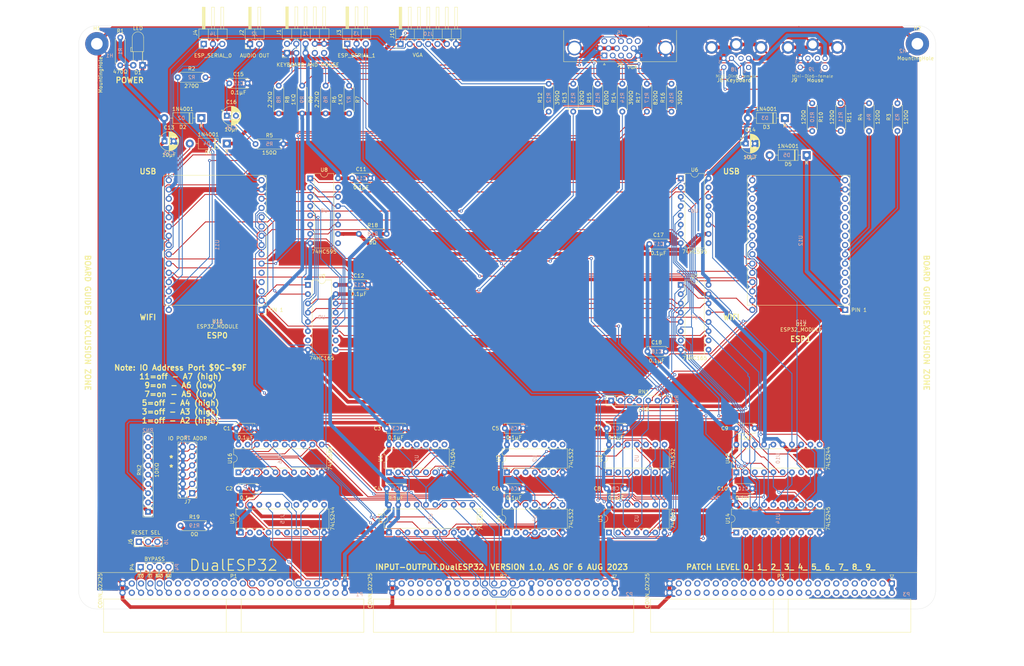
<source format=kicad_pcb>
(kicad_pcb (version 20211014) (generator pcbnew)
  (title_block (date "2023-08-19") (rev "V1.01"))
  (layers (0 "F.Cu" signal) (31 "B.Cu" signal) (34 "B.Paste" user) (35 "F.Paste" user) (36 "B.SilkS" user "B.Silkscreen") (37 "F.SilkS" user "F.Silkscreen") (38 "B.Mask" user) (39 "F.Mask" user) (44 "Edge.Cuts" user))
  (net 0 "")
  (net 1 "GND")
  (net 2 "VCC")
  (net 3 "Net-(D1-Pad2)")
  (net 4 "-12V")
  (net 5 "+12V")
  (net 6 "~{IEO}")
  (net 7 "~{IEI}")
  (net 8 "~{BAO}")
  (net 9 "~{BAI}")
  (net 10 "Net-(C15-Pad1)")
  (net 11 "/bus/E")
  (net 12 "Net-(C16-Pad2)")
  (net 13 "/bus/ST")
  (net 14 "Net-(D2-Pad1)")
  (net 15 "/bus/PHI")
  (net 16 "/bus/~{MREQ}")
  (net 17 "/bus/~{INT2}")
  (net 18 "Net-(D3-Pad1)")
  (net 19 "/bus/~{INT1}")
  (net 20 "/bus/~{BUSACK}")
  (net 21 "/bus/CRUCLK")
  (net 22 "/bus/CLK")
  (net 23 "/bus/CRUOUT")
  (net 24 "/bus/~{INT0}")
  (net 25 "/bus/CRUIN")
  (net 26 "/bus/~{NMI}")
  (net 27 "+3.3V")
  (net 28 "Net-(D4-Pad2)")
  (net 29 "/bus/USER8")
  (net 30 "/bus/~{BUSRQ}")
  (net 31 "/bus/USER7")
  (net 32 "/bus/~{WAIT}")
  (net 33 "/bus/USER6")
  (net 34 "/bus/~{HALT}")
  (net 35 "/bus/USER5")
  (net 36 "/bus/~{RFSH}")
  (net 37 "/bus/USER4")
  (net 38 "/bus/~{EIRQ7}")
  (net 39 "/bus/USER3")
  (net 40 "/bus/~{EIRQ6}")
  (net 41 "/bus/USER2")
  (net 42 "/bus/~{EIRQ5}")
  (net 43 "/bus/USER1")
  (net 44 "/bus/~{EIRQ4}")
  (net 45 "/bus/USER0")
  (net 46 "/bus/~{EIRQ3}")
  (net 47 "/bus/~{EIRQ2}")
  (net 48 "/bus/~{EIRQ1}")
  (net 49 "/bus/~{EIRQ0}")
  (net 50 "/bus/I2C_SCL")
  (net 51 "/bus/I2C_SDA")
  (net 52 "/bus/A15")
  (net 53 "/bus/A31")
  (net 54 "/bus/A14")
  (net 55 "/bus/A30")
  (net 56 "/bus/A13")
  (net 57 "/bus/A29")
  (net 58 "/bus/A12")
  (net 59 "/bus/A28")
  (net 60 "/bus/A11")
  (net 61 "/bus/A27")
  (net 62 "/bus/A10")
  (net 63 "/bus/A26")
  (net 64 "/bus/A9")
  (net 65 "/bus/A25")
  (net 66 "/bus/A8")
  (net 67 "/bus/A24")
  (net 68 "Net-(D5-Pad2)")
  (net 69 "/bus/A23")
  (net 70 "Net-(J1-Pad2)")
  (net 71 "/bus/A22")
  (net 72 "Net-(J1-Pad4)")
  (net 73 "/bus/A21")
  (net 74 "Net-(J1-Pad7)")
  (net 75 "/bus/A20")
  (net 76 "Net-(J1-Pad9)")
  (net 77 "/bus/A19")
  (net 78 "RX1")
  (net 79 "/bus/A18")
  (net 80 "TX1")
  (net 81 "/bus/A17")
  (net 82 "RX")
  (net 83 "/bus/A16")
  (net 84 "/bus/IC3")
  (net 85 "/bus/~{TEND1}")
  (net 86 "/bus/IC2")
  (net 87 "/bus/~{DREQ1}")
  (net 88 "/bus/IC1")
  (net 89 "/bus/~{TEND0}")
  (net 90 "/bus/IC0")
  (net 91 "/bus/~{DREQ0}")
  (net 92 "/bus/AUXCLK1")
  (net 93 "/bus/AUXCLK0")
  (net 94 "/bus/D15")
  (net 95 "/bus/D31")
  (net 96 "/bus/D14")
  (net 97 "/bus/D30")
  (net 98 "/bus/D13")
  (net 99 "/bus/D29")
  (net 100 "/bus/D12")
  (net 101 "/bus/D28")
  (net 102 "/bus/D11")
  (net 103 "/bus/D27")
  (net 104 "/bus/D10")
  (net 105 "/bus/D26")
  (net 106 "/bus/D9")
  (net 107 "/bus/D25")
  (net 108 "/bus/D8")
  (net 109 "/bus/D24")
  (net 110 "TX")
  (net 111 "/bus/D23")
  (net 112 "Net-(J10-Pad3)")
  (net 113 "/bus/D22")
  (net 114 "Net-(J10-Pad4)")
  (net 115 "/bus/D21")
  (net 116 "Net-(J10-Pad5)")
  (net 117 "/bus/D20")
  (net 119 "/bus/D19")
  (net 121 "/bus/D18")
  (net 123 "/bus/D17")
  (net 125 "/bus/D16")
  (net 126 "/bus/~{BUSERR}")
  (net 127 "/bus/UDS")
  (net 128 "/bus/~{VPA}")
  (net 129 "/bus/LDS")
  (net 130 "/bus/~{VMA}")
  (net 131 "/bus/S2")
  (net 132 "/bus/~{BHE}")
  (net 133 "/bus/S1")
  (net 134 "/bus/IPL2")
  (net 135 "/bus/S0")
  (net 136 "/bus/IPL1")
  (net 137 "/bus/AUXCLK3")
  (net 138 "/bus/IPL0")
  (net 139 "/bus/AUXCLK2")
  (net 140 "VGA_HSYNC")
  (net 141 "VGA_VSYNC")
  (net 143 "~{RES_IN}")
  (net 144 "Net-(J6-Pad2)")
  (net 145 "~{RES_OUT}")
  (net 146 "Net-(J7-Pad1)")
  (net 147 "Net-(J7-Pad3)")
  (net 148 "Net-(J7-Pad5)")
  (net 149 "Net-(J7-Pad7)")
  (net 150 "Net-(J7-Pad9)")
  (net 151 "Net-(J7-Pad11)")
  (net 152 "~{RD}")
  (net 153 "~{WR}")
  (net 154 "~{IORQ}")
  (net 155 "~{M1}")
  (net 156 "A7")
  (net 157 "A6")
  (net 158 "A5")
  (net 159 "A4")
  (net 160 "A3")
  (net 161 "A2")
  (net 162 "A1")
  (net 163 "A0")
  (net 164 "D7")
  (net 165 "D6")
  (net 166 "D5")
  (net 167 "D4")
  (net 168 "D3")
  (net 169 "D2")
  (net 170 "D1")
  (net 171 "D0")
  (net 172 "AUDIO")
  (net 173 "MSEDAT")
  (net 174 "MSECLK")
  (net 175 "KBDCLK")
  (net 176 "KBDDAT")
  (net 177 "VGA_R1")
  (net 178 "VGA_R0")
  (net 179 "VGA_G1")
  (net 180 "VGA_G0")
  (net 181 "VGA_B1")
  (net 182 "VGA_B0")
  (net 183 "ONE")
  (net 184 "ZERO")
  (net 185 "ESP1_IN")
  (net 186 "~{ESP1_RD}")
  (net 187 "~{ESP0_RD}")
  (net 188 "~{ESP1_WR}")
  (net 189 "~{ESP0_WR}")
  (net 190 "ESP0_IN")
  (net 191 "Net-(RN2-Pad2)")
  (net 192 "Net-(RN2-Pad3)")
  (net 193 "bA0")
  (net 194 "Net-(U1-Pad2)")
  (net 195 "Net-(U1-Pad4)")
  (net 202 "Net-(U1-Pad12)")
  (net 203 "bA1")
  (net 204 "Net-(U2-Pad2)")
  (net 205 "~{ESP_RD}")
  (net 206 "Net-(U2-Pad4)")
  (net 207 "~{ESP_WR}")
  (net 214 "Net-(U3-Pad1)")
  (net 215 "Net-(U3-Pad3)")
  (net 216 "Net-(U3-Pad5)")
  (net 217 "Net-(U3-Pad9)")
  (net 218 "Net-(U3-Pad11)")
  (net 219 "Net-(U3-Pad13)")
  (net 220 "~{CS_ESP}")
  (net 221 "Net-(U4-Pad3)")
  (net 222 "~{bRD}")
  (net 223 "Net-(U10-Pad1)")
  (net 224 "~{bWR}")
  (net 225 "bD1")
  (net 226 "bD2")
  (net 227 "bD3")
  (net 228 "bD4")
  (net 229 "bD5")
  (net 230 "bD6")
  (net 231 "bD7")
  (net 233 "ESP1_OUTCLK")
  (net 234 "ESP1_OUT")
  (net 235 "bD0")
  (net 236 "ESP1_INCLK")
  (net 240 "ESP0_OUTCLK")
  (net 241 "ESP0_OUT")
  (net 242 "ESP0_INCLK")
  (net 245 "ESP0_RDYO")
  (net 246 "ESP0_BUSY")
  (net 247 "ESP0_SPAREO")
  (net 248 "ESP1_RDYO")
  (net 249 "ESP1_BUSY")
  (net 266 "bA7")
  (net 267 "bA6")
  (net 268 "bA5")
  (net 269 "bA4")
  (net 270 "bA3")
  (net 271 "bA2")
  (net 274 "~{bM1}")
  (net 276 "~{bIORQ}")
  (footprint "Connector_IDC:IDC-Header_2x25_P2.54mm_Horizontal" (layer "F.Cu") (at 108 223 -90)
    (fp_text reference "P1")
    (fp_text value "CONN_02X25")
  )
  (footprint "Connector_IDC:IDC-Header_2x25_P2.54mm_Horizontal" (layer "F.Cu") (at 182 223 -90)
    (fp_text reference "P2")
    (fp_text value "CONN_02X25")
  )
  (footprint "MountingHole:MountingHole_3.2mm_M3_Pad" (layer "F.Cu") (at 40 75)
    (fp_text reference "H1")
    (fp_text value "MountingHole")
  )
  (footprint "MountingHole:MountingHole_3.2mm_M3_Pad" (layer "F.Cu") (at 265 75)
    (fp_text reference "H2")
    (fp_text value "MountingHole")
  )
  (footprint "Connector_IDC:IDC-Header_2x25_P2.54mm_Horizontal" (layer "F.Cu") (at 258 223 -90)
    (fp_text reference "P3")
    (fp_text value "CONN_02X25")
  )
  (footprint "LED_THT:LED_D3.0mm_Horizontal_O3.81mm_Z2.0mm" (layer "F.Cu") (at 52.526 80.902 180)
    (fp_text reference "D1")
    (fp_text value "LED")
  )
  (footprint "Resistor_THT:R_Axial_DIN0207_L6.3mm_D2.5mm_P7.62mm_Horizontal" (layer "F.Cu") (at 46.43 73.282 -90)
    (fp_text reference "R1")
    (fp_text value "470Ω")
  )
  (footprint "Connector_PinHeader_2.54mm:PinHeader_1x04_P2.54mm_Vertical" (layer "F.Cu") (at 52 218.5 90)
    (fp_text reference "P4")
    (fp_text value "BYPASS")
  )
  (footprint "Package_DIP:DIP-16_W7.62mm" (layer "F.Cu") (at 97.875 141.115)
    (fp_text reference "U9")
    (fp_text value "74HC165")
  )
  (footprint "Resistor_THT:R_Array_SIP9" (layer "F.Cu") (at 54.05 203.33 90)
    (fp_text reference "RN2")
    (fp_text value "10KΩ")
  )
  (footprint "Resistor_THT:R_Axial_DIN0207_L6.3mm_D2.5mm_P7.62mm_Horizontal" (layer "F.Cu") (at 96.2987 86.49 -90)
    (fp_text reference "R9")
    (fp_text value "1KΩ")
  )
  (footprint "Capacitor_THT:C_Disc_D5.0mm_W2.5mm_P5.00mm" (layer "F.Cu") (at 190.996 159.388)
    (fp_text reference "C18")
    (fp_text value "0.1µF")
  )
  (footprint "Capacitor_THT:C_Disc_D5.0mm_W2.5mm_P5.00mm" (layer "F.Cu") (at 191.504 129.924)
    (fp_text reference "C17")
    (fp_text value "0.1µF")
  )
  (footprint "Connector_PinHeader_2.54mm:PinHeader_1x03_P2.54mm_Horizontal" (layer "F.Cu") (at 69.305 75.06 90)
    (fp_text reference "J4")
    (fp_text value "ESP_SERIAL_0")
  )
  (footprint "Resistor_THT:R_Axial_DIN0207_L6.3mm_D2.5mm_P7.62mm_Horizontal" (layer "F.Cu") (at 236.168 91.316 -90)
    (fp_text reference "R10")
    (fp_text value "120Ω")
  )
  (footprint "Capacitor_THT:C_Disc_D5.0mm_W2.5mm_P5.00mm" (layer "F.Cu") (at 151.88 180.47)
    (fp_text reference "C5")
    (fp_text value "0.1µF")
  )
  (footprint "Resistor_THT:R_Axial_DIN0207_L6.3mm_D2.5mm_P7.62mm_Horizontal" (layer "F.Cu") (at 89.864 86.49 -90)
    (fp_text reference "R8")
    (fp_text value "2.2KΩ")
  )
  (footprint "Resistor_THT:R_Axial_DIN0207_L6.3mm_D2.5mm_P7.62mm_Horizontal" (layer "F.Cu") (at 102.7333 86.49 -90)
    (fp_text reference "R6")
    (fp_text value "2.2KΩ")
  )
  (footprint "Resistor_THT:R_Axial_DIN0207_L6.3mm_D2.5mm_P7.62mm_Horizontal" (layer "F.Cu") (at 259.536 98.936 90)
    (fp_text reference "R3")
    (fp_text value "120Ω")
  )
  (footprint "Package_DIP:DIP-20_W7.62mm" (layer "F.Cu") (at 120.095 209.035 90)
    (fp_text reference "U13")
    (fp_text value "74LS244")
  )
  (footprint "Capacitor_THT:C_Disc_D5.0mm_W2.5mm_P5.00mm" (layer "F.Cu") (at 78.855 196.98)
    (fp_text reference "C2")
    (fp_text value "0.1µF")
  )
  (footprint "Connector_PinHeader_2.54mm:PinHeader_1x03_P2.54mm_Horizontal" (layer "F.Cu") (at 108.675 74.99 90)
    (fp_text reference "J3")
    (fp_text value "ESP_SERIAL_1")
  )
  (footprint "Capacitor_THT:C_Disc_D5.0mm_W2.5mm_P5.00mm" (layer "F.Cu") (at 151.88 196.98)
    (fp_text reference "C6")
    (fp_text value "0.1µF")
  )
  (footprint "Package_DIP:DIP-14_W7.62mm" (layer "F.Cu") (at 180.415 192.535 90)
    (fp_text reference "U5")
    (fp_text value "74LS32")
  )
  (footprint "Connector_PinHeader_2.54mm:PinHeader_1x03_P2.54mm_Vertical" (layer "F.Cu") (at 51.525 211.585 90)
    (fp_text reference "J6")
    (fp_text value "RESET SEL")
  )
  (footprint "Capacitor_THT:CP_Radial_D5.0mm_P2.50mm" (layer "F.Cu") (at 75.64 94.745)
    (fp_text reference "C16")
    (fp_text value "10µF")
  )
  (footprint "Resistor_THT:R_Axial_DIN0207_L6.3mm_D2.5mm_P7.62mm_Horizontal" (layer "F.Cu") (at 170.636 93.602 90)
    (fp_text reference "R13")
    (fp_text value "820Ω")
  )
  (footprint "Capacitor_THT:C_Disc_D5.0mm_W2.5mm_P5.00mm" (layer "F.Cu") (at 78.22 180.47)
    (fp_text reference "C1")
    (fp_text value "0.1µF")
  )
  (footprint "Diode_THT:D_DO-41_SOD81_P10.16mm_Horizontal" (layer "F.Cu") (at 234.644 105.54 180)
    (fp_text reference "D5")
    (fp_text value "1N4001")
  )
  (footprint "Resistor_THT:R_Axial_DIN0207_L6.3mm_D2.5mm_P7.62mm_Horizontal" (layer "F.Cu") (at 251.7467 98.936 90)
    (fp_text reference "R4")
    (fp_text value "120Ω")
  )
  (footprint "Package_DIP:DIP-16_W7.62mm" (layer "F.Cu") (at 200.11 111.905)
    (fp_text reference "U6")
    (fp_text value "74HC595")
  )
  (footprint "Capacitor_THT:CP_Radial_D5.0mm_P2.50mm" (layer "F.Cu") (at 58.5599 101.73)
    (fp_text reference "C13")
    (fp_text value "10µF")
  )
  (footprint "Resistor_THT:R_Axial_DIN0207_L6.3mm_D2.5mm_P7.62mm_Horizontal" (layer "F.Cu") (at 111.835 127.13)
    (fp_text reference "R18")
    (fp_text value "0Ω")
  )
  (footprint "Capacitor_THT:CP_Radial_D5.0mm_P2.50mm" (layer "F.Cu") (at 217.9449 102.365)
    (fp_text reference "C14")
    (fp_text value "10µF")
  )
  (footprint "Resistor_THT:R_Axial_DIN0207_L6.3mm_D2.5mm_P7.62mm_Horizontal" (layer "F.Cu") (at 83.514 102.492)
    (fp_text reference "R5")
    (fp_text value "150Ω")
  )
  (footprint "Resistor_THT:R_Axial_DIN0207_L6.3mm_D2.5mm_P7.62mm_Horizontal" (layer "F.Cu") (at 243.9573 91.316 -90)
    (fp_text reference "R11")
    (fp_text value "120Ω")
  )
  (footprint "Diode_THT:D_DO-41_SOD81_P10.16mm_Horizontal" (layer "F.Cu") (at 75.64 102.365 180)
    (fp_text reference "D4")
    (fp_text value "1N4001")
  )
  (footprint "CUSTOM:mini_din" (layer "F.Cu") (at 214.705 85.7859)
    (fp_text reference "J8")
    (fp_text value "Keyboard")
  )
  (footprint "Package_DIP:DIP-16_W7.62mm" (layer "F.Cu") (at 200.11 141.115)
    (fp_text reference "U7")
    (fp_text value "74HC165")
  )
  (footprint "Capacitor_THT:C_Disc_D5.0mm_W2.5mm_P5.00mm" (layer "F.Cu") (at 109.335 141.1)
    (fp_text reference "C12")
    (fp_text value "0.1µF")
  )
  (footprint "Package_DIP:DIP-14_W7.62mm" (layer "F.Cu") (at 120.085 192.525 90)
    (fp_text reference "U1")
    (fp_text value "74LS04")
  )
  (footprint "Connector_PinHeader_2.54mm:PinHeader_1x02_P2.54mm_Horizontal" (layer "F.Cu") (at 81.99 75.06 90)
    (fp_text reference "J2")
    (fp_text value "AUDIO OUT")
  )
  (footprint "Diode_THT:D_DO-41_SOD81_P10.16mm_Horizontal" (layer "F.Cu") (at 228.675 95.38 180)
    (fp_text reference "D3")
    (fp_text value "1N4001")
  )
  (footprint "Resistor_THT:R_Axial_DIN0207_L6.3mm_D2.5mm_P7.62mm_Horizontal" (layer "F.Cu") (at 62.178 84.204)
    (fp_text reference "R2")
    (fp_text value "270Ω")
  )
  (footprint "Resistor_THT:R_Axial_DIN0207_L6.3mm_D2.5mm_P7.62mm_Horizontal" (layer "F.Cu") (at 109.168 86.49 -90)
    (fp_text reference "R7")
    (fp_text value "1KΩ")
  )
  (footprint "Capacitor_THT:C_Disc_D5.0mm_W2.5mm_P5.00mm" (layer "F.Cu") (at 119.495 180.47)
    (fp_text reference "C3")
    (fp_text value "0.1µF")
  )
  (footprint "CUSTOM:mini_din" (layer "F.Cu") (at 235.66 85.7859)
    (fp_text reference "J9")
    (fp_text value "Mouse")
  )
  (footprint "Package_DIP:DIP-20_W7.62mm" (layer "F.Cu") (at 215.345 192.525 90)
    (fp_text reference "U10")
    (fp_text value "74LS244")
  )
  (footprint "Connector_PinHeader_2.54mm:PinHeader_2x05_P2.54mm_Horizontal" (layer "F.Cu") (at 92.155 77.535 90)
    (fp_text reference "J1")
    (fp_text value "KEYBOARD AND MOUSE")
  )
  (footprint "Package_DIP:DIP-20_W7.62mm" (layer "F.Cu") (at 215.345 209.035 90)
    (fp_text reference "U14")
    (fp_text value "74LS245")
  )
  (footprint "Resistor_THT:R_Axial_DIN0207_L6.3mm_D2.5mm_P7.62mm_Horizontal" (layer "F.Cu") (at 163.905 93.602 90)
    (fp_text reference "R12")
    (fp_text value "390Ω")
  )
  (footprint "Capacitor_THT:C_Disc_D5.0mm_W2.5mm_P5.00mm" (layer "F.Cu") (at 109.97 111.89)
    (fp_text reference "C11")
    (fp_text value "0.1µF")
  )
  (footprint "Package_DIP:DIP-14_W7.62mm" (layer "F.Cu") (at 152.475 192.535 90)
    (fp_text reference "U2")
    (fp_text value "74LS32")
  )
  (footprint "Connector_PinHeader_2.54mm:PinHeader_1x07_P2.54mm_Horizontal" (layer "F.Cu") (at 123.26 75.06 90)
    (fp_text reference "J10")
    (fp_text value "VGA")
  )
  (footprint "Package_DIP:DIP-14_W7.62mm" (layer "F.Cu") (at 152.475 209.045 90)
    (fp_text reference "U4")
    (fp_text value "74LS32")
  )
  (footprint "Package_DIP:DIP-20_W7.62mm" (layer "F.Cu") (at 78.82 192.525 90)
    (fp_text reference "U16")
    (fp_text value "74LS688")
  )
  (footprint "CUSTOM:ESP32_MODULE" (layer "F.Cu") (at 233.12 153.8 180)
    (fp_text reference "U12")
    (fp_text value "ESP32_MODULE")
  )
  (footprint "Package_DIP:DIP-16_W7.62mm" (layer "F.Cu") (at 98.51 111.905)
    (fp_text reference "U8")
    (fp_text value "74HC595")
  )
  (footprint "Resistor_THT:R_Axial_DIN0207_L6.3mm_D2.5mm_P7.62mm_Horizontal" (layer "F.Cu") (at 177.367 93.602 90)
    (fp_text reference "R15")
    (fp_text value "820Ω")
  )
  (footprint "Connector_Dsub:DSUB-15-HD_Female_Horizontal_P2.29x1.98mm_EdgePinOffset3.03mm_Housed_MountingHolesOffset4.94mm" (layer "F.Cu") (at 179.1577 78.235 180)
    (fp_text reference "J5")
    (fp_text value "VGA")
  )
  (footprint "Package_DIP:DIP-14_W7.62mm" (layer "F.Cu") (at 180.415 209.045 90)
    (fp_text reference "U3")
    (fp_text value "74LS07")
  )
  (footprint "Capacitor_THT:C_Disc_D5.0mm_W2.5mm_P5.00mm" (layer "F.Cu") (at 215.38 180.47)
    (fp_text reference "C9")
    (fp_text value "0.1µF")
  )
  (footprint "Diode_THT:D_DO-41_SOD81_P10.16mm_Horizontal" (layer "F.Cu") (at 68.655 95.38 180)
    (fp_text reference "D2")
    (fp_text value "1N4001")
  )
  (footprint "Resistor_THT:R_Axial_DIN0207_L6.3mm_D2.5mm_P7.62mm_Horizontal" (layer "F.Cu") (at 197.56 93.602 90)
    (fp_text reference "R16")
    (fp_text value "390Ω")
  )
  (footprint "Capacitor_THT:C_Disc_D5.0mm_W2.5mm_P5.00mm" (layer "F.Cu") (at 179.82 196.98)
    (fp_text reference "C8")
    (fp_text value "0.1µF")
  )
  (footprint "Capacitor_THT:C_Disc_D5.0mm_W2.5mm_P5.00mm" (layer "F.Cu") (at 214.745 196.98)
    (fp_text reference "C10")
    (fp_text value "0.1µF")
  )
  (footprint "Resistor_THT:R_Axial_DIN0207_L6.3mm_D2.5mm_P7.62mm_Horizontal" (layer "F.Cu") (at 62.94 207.14)
    (fp_text reference "R19")
    (fp_text value "0Ω")
  )
  (footprint "Capacitor_THT:C_Disc_D5.0mm_W2.5mm_P5.00mm" (layer "F.Cu") (at 76.315 85.855)
    (fp_text reference "C15")
    (fp_text value "0.1µF")
  )
  (footprint "Resistor_THT:R_Axial_DIN0207_L6.3mm_D2.5mm_P7.62mm_Horizontal" (layer "F.Cu") (at 184.098 93.602 90)
    (fp_text reference "R14")
    (fp_text value "390Ω")
  )
  (footprint "Resistor_THT:R_Axial_DIN0207_L6.3mm_D2.5mm_P7.62mm_Horizontal" (layer "F.Cu") (at 190.829 93.602 90)
    (fp_text reference "R17")
    (fp_text value "820Ω")
  )
  (footprint "Resistor_THT:R_Array_SIP7" (layer "F.Cu") (at 181.045 172.85)
    (fp_text reference "RN1")
    (fp_text value "1KΩ")
  )
  (footprint "Capacitor_THT:C_Disc_D5.0mm_W2.5mm_P5.00mm" (layer "F.Cu") (at 119.495 196.98)
    (fp_text reference "C4")
    (fp_text value "0.1µF")
  )
  (footprint "CUSTOM:ESP32_MODULE" (layer "F.Cu") (at 73.1 153.8 180)
    (fp_text reference "U11")
    (fp_text value "ESP32_MODULE")
  )
  (footprint "Package_DIP:DIP-20_W7.62mm" (layer "F.Cu") (at 79.455 209.035 90)
    (fp_text reference "U15")
    (fp_text value "74LS244")
  )
  (footprint "Connector_PinHeader_2.54mm:PinHeader_2x06_P2.54mm_Vertical" (layer "F.Cu") (at 66.12 198.25 180)
    (fp_text reference "J7")
    (fp_text value "IO PORT ADDR")
  )
  (footprint "Capacitor_THT:C_Disc_D5.0mm_W2.5mm_P5.00mm" (layer "F.Cu") (at 179.82 180.47)
    (fp_text reference "C7")
    (fp_text value "0.1µF")
  )
  (gr_line (start 40 220) (end 265 220) (layer "F.SilkS") (width 0.12))
  (gr_line (start 40 230) (end 265 230) (layer "Edge.Cuts") (width 0.05))
  (gr_line (start 270 225) (end 270 75) (layer "Edge.Cuts") (width 0.05))
  (gr_line (start 265 70) (end 40 70) (layer "Edge.Cuts") (width 0.05))
  (gr_line (start 35 75) (end 35 225) (layer "Edge.Cuts") (width 0.05))
  (gr_arc (start 270 225) (mid 268.535534 228.535534) (end 265 230) (layer "Edge.Cuts") (width 0.05))
  (gr_arc (start 40 230) (mid 36.464466 228.535534) (end 35 225) (layer "Edge.Cuts") (width 0.05))
  (gr_arc (start 35 75) (mid 36.464466 71.464466) (end 40 70) (layer "Edge.Cuts") (width 0.05))
  (gr_arc (start 265 70) (mid 268.535534 71.464466) (end 270 75) (layer "Edge.Cuts") (width 0.05))
  (gr_text "BOARD GUIDES EXCLUSION ZONE" (at 267.5 151.5 270) (layer "F.SilkS") (effects (font (size 1.5 1.5) (thickness 0.3))))
  (gr_text "BOARD GUIDES EXCLUSION ZONE" (at 37.5 151.5 270) (layer "F.SilkS") (effects (font (size 1.5 1.5) (thickness 0.3))))
  (gr_text "POWER" (at 49 85) (layer "F.SilkS") (effects (font (size 1.5 1.5) (thickness 0.3))))
  (gr_text "~{IEI}" (at 54.558 221) (layer "F.SilkS") (effects (font (size 0.7 0.7) (thickness 0.175))))
  (gr_text "~{BAO}" (at 57.098 221) (layer "F.SilkS") (effects (font (size 0.7 0.7) (thickness 0.175))))
  (gr_text "~{BAI}" (at 59.638 221) (layer "F.SilkS") (effects (font (size 0.7 0.7) (thickness 0.175))))
  (gr_text "DualESP32" (at 77.5 218) (layer "F.SilkS") (effects (font (size 3 3) (thickness 0.3))))
  (gr_text "~{IEO}" (at 52 221) (layer "F.SilkS") (effects (font (size 0.7 0.7) (thickness 0.175))))
  (gr_text "INPUT-OUTPUT.DualESP32, VERSION 1.0, AS OF 6 AUG 2023" (at 151 218.5) (layer "F.SilkS") (effects (font (size 1.5 1.5) (thickness 0.3))))
  (gr_text "Note: IO Address Port $9C-$9F\n11=off - A7 (high)\n9=on - A6 (low)\n7=on - A5 (low)\n5=off - A4 (high)\n3=off - A3 (high)\n1=off - A2 (high)\n" (at 62.94 171.072) (layer "F.SilkS") (effects (font (size 1.5 1.5) (thickness 0.3))))
  (gr_text "USB" (at 54 110) (layer "F.SilkS") (effects (font (size 1.5 1.5) (thickness 0.3))))
  (gr_text "*" (at 60.4 188.725) (layer "F.SilkS") (effects (font (size 1.5 1.5) (thickness 0.3))))
  (gr_text "PIN 1" (at 249 148) (layer "F.SilkS") (effects (font (size 1 1))))
  (gr_text "PIN 1" (at 89 148) (layer "F.SilkS") (effects (font (size 1 1))))
  (gr_text "ESP1" (at 233 156) (layer "F.SilkS") (effects (font (size 1.5 1.5) (thickness 0.3))))
  (gr_text "WIFI" (at 54 150) (layer "F.SilkS") (effects (font (size 1.5 1.5) (thickness 0.3))))
  (gr_text "WIFI" (at 214 150) (layer "F.SilkS") (effects (font (size 1.5 1.5) (thickness 0.3))))
  (gr_text "USB" (at 214 110) (layer "F.SilkS") (effects (font (size 1.5 1.5) (thickness 0.3))))
  (gr_text "*" (at 60.4 191.265) (layer "F.SilkS") (effects (font (size 1.5 1.5) (thickness 0.3))))
  (gr_text "PATCH LEVEL 0_ 1_ 2_ 3_ 4_ 5_ 6_ 7_ 8_ 9_" (at 227.5 218.5) (layer "F.SilkS") (effects (font (size 1.5 1.5) (thickness 0.3))))
  (gr_text "ESP0" (at 73 155) (layer "F.SilkS") (effects (font (size 1.5 1.5) (thickness 0.3))))
  (segment (start 178.0127 76.255) (end 177.6285 76.255) (width 1) (layer "F.Cu") (net 1))
  (segment (start 92.155 77.535) (end 90.6049 77.535) (width 1) (layer "F.Cu") (net 1))
  (segment (start 183.3198 181.9702) (end 184.82 180.47) (width 1) (layer "F.Cu") (net 1))
  (segment (start 229.53352 75.99674) (end 235.48474 75.99674) (width 1) (layer "F.Cu") (net 1))
  (segment (start 84.7777 182.0277) (end 122.9373 182.0277) (width 1) (layer "F.Cu") (net 1))
  (segment (start 52.526 80.902) (end 52.526 82.474) (width 1) (layer "F.Cu") (net 1))
  (segment (start 238.205 191.0249) (end 239.7153 189.5146) (width 1) (layer "F.Cu") (net 1))
  (segment (start 75.64 181.74) (end 65.48 181.74) (width 1) (layer "F.Cu") (net 1))
  (segment (start 200.11 158.895) (end 196.489 158.895) (width 1) (layer "F.Cu") (net 1))
  (segment (start 195.655 194.0351) (end 187.7649 194.0351) (width 1) (layer "F.Cu") (net 1))
  (segment (start 180.3027 76.255) (end 178.0127 76.255) (width 1) (layer "F.Cu") (net 1))
  (segment (start 188.3177 78.235) (end 193.9227 78.235) (width 1) (layer "F.Cu") (net 1))
  (segment (start 193.9227 78.235) (end 195.9727 76.185) (width 1) (layer "F.Cu") (net 1))
  (segment (start 232.5092 70.725) (end 191.289 70.725) (width 1) (layer "F.Cu") (net 1))
  (segment (start 235.48474 75.99674) (end 236.2823 75.19918) (width 1) (layer "F.Cu") (net 1))
  (segment (start 47.04 223) (end 40.7 216.66) (width 1) (layer "F.Cu") (net 1))
  (segment (start 200.11 129.685) (end 196.743 129.685) (width 1) (layer "F.Cu") (net 1))
  (segment (start 82.3079 70.725) (end 71.845 70.725) (width 1) (layer "F.Cu") (net 1))
  (segment (start 63.575 183.645) (end 63.575 185.55) (width 1) (layer "F.Cu") (net 1))
  (segment (start 167.715 192.535) (end 167.715 194.0351) (width 1) (layer "F.Cu") (net 1))
  (segment (start 200.1091 198.4892) (end 195.655 194.0351) (width 1) (layer "F.Cu") (net 1))
  (segment (start 153.9352 194.0352) (end 156.88 196.98) (width 1) (layer "F.Cu") (net 1))
  (segment (start 212.00326 75.99674) (end 214.52974 75.99674) (width 1) (layer "F.Cu") (net 1))
  (segment (start 81.99 75.06) (end 81.99 73.5099) (width 1) (layer "F.Cu") (net 1))
  (segment (start 94.695 77.535) (end 92.155 77.535) (width 1) (layer "F.Cu") (net 1))
  (segment (start 239.7153 184.2223) (end 235.963 180.47) (width 1) (layer "F.Cu") (net 1))
  (segment (start 83.5729 71.99) (end 82.3079 70.725) (width 1) (layer "F.Cu") (net 1))
  (segment (start 171.0427 76.255) (end 170.9727 76.185) (width 1) (layer "F.Cu") (net 1))
  (segment (start 111.215 70.725) (end 111.215 73.436) (width 1) (layer "F.Cu") (net 1))
  (segment (start 238.205 191.8914) (end 238.205 191.0249) (width 1) (layer "F.Cu") (net 1))
  (segment (start 155.3798 181.9702) (end 125.9952 181.9702) (width 1) (layer "F.Cu") (net 1))
  (segment (start 242.28432 75.19918) (end 243.08188 75.99674) (width 1) (layer "F.Cu") (net 1))
  (segment (start 211.92878 78.99648) (end 211.92878 76.07122) (width 1) (layer "F.Cu") (net 1))
  (segment (start 90.6049 77.535) (end 86.547 73.4771) (width 1) (layer "F.Cu") (net 1))
  (segment (start 52.526 82.474) (end 49.3 85.7) (width 1) (layer "F.Cu") (net 1))
  (segment (start 59.72 114.95) (end 85.16 114.95) (width 1) (layer "F.Cu") (net 1))
  (segment (start 260.725 70.725) (end 232.5092 70.725) (width 1) (layer "F.Cu") (net 1))
  (segment (start 167.715 195.2074) (end 183.0474 195.2074) (width 1) (layer "F.Cu") (net 1))
  (segment (start 191.289 70.725) (end 111.215 70.725) (width 1) (layer "F.Cu") (net 1))
  (segment (start 218.2358 198.4892) (end 200.1091 198.4892) (width 1) (layer "F.Cu") (net 1))
  (segment (start 166.2149 207.5449) (end 145.9452 207.5449) (width 1) (layer "F.Cu") (net 1))
  (segment (start 99.775 74.995) (end 102.315 74.995) (width 1) (layer "F.Cu") (net 1))
  (segment (start 236.2823 75.19918) (end 242.28432 75.19918) (width 1) (layer "F.Cu") (net 1))
  (segment (start 156.88 180.47) (end 155.3798 181.9702) (width 1) (layer "F.Cu") (net 1))
  (segment (start 145.9452 207.5449) (end 144.4551 209.035) (width 1) (layer "F.Cu") (net 1))
  (segment (start 122.9373 182.0277) (end 124.495 180.47) (width 1) (layer "F.Cu") (net 1))
  (segment (start 47.04 225.54) (end 47.04 227.308) (width 1) (layer "F.Cu") (net 1))
  (segment (start 86.547 73.4771) (end 83.5729 73.4771) (width 1) (layer "F.Cu") (net 1))
  (segment (start 235.963 180.47) (end 220.38 180.47) (width 1) (layer "F.Cu") (net 1))
  (segment (start 44.275 70.725) (end 40 75) (width 1) (layer "F.Cu") (net 1))
  (segment (start 196.489 158.895) (end 195.996 159.388) (width 1) (layer "F.Cu") (net 1))
  (segment (start 156.88 196.98) (end 165.9424 196.98) (width 1) (layer "F.Cu") (net 1))
  (segment (start 219.8348 196.8902) (end 219.745 196.98) (width 1) (layer "F.Cu") (net 1))
  (segment (start 197.04 223) (end 197.04 225.54) (width 1) (layer "F.Cu") (net 1))
  (segment (start 167.715 194.0351) (end 167.715 195.2074) (width 1) (layer "F.Cu") (net 1))
  (segment (start 83.5729 73.4771) (end 83.5729 71.99) (width 1) (layer "F.Cu") (net 1))
  (segment (start 105.4241 73.436) (end 111.215 73.436) (width 1) (layer "F.Cu") (net 1))
  (segment (start 211.9288 78.9965) (end 208.9965 78.9965) (width 1) (layer "F.Cu") (net 1))
  (segment (start 47.04 227.308) (end 49.207 229.475) (width 1) (layer "F.Cu") (net 1))
  (segment (start 238.205 191.8914) (end 238.205 192.525) (width 1) (layer "F.Cu") (net 1))
  (segment (start 208.57852 75.99674) (end 212.00326 75.99674) (width 1) (layer "F.Cu") (net 1))
  (segment (start 47.04 223) (end 47.04 225.54) (width 1) (layer "F.Cu") (net 1))
  (segment (start 121.04 225.54) (end 121.04 228.796) (width 1) (layer "F.Cu") (net 1))
  (segment (start 177.6285 76.255) (end 177.6285 79.3558) (width 1) (layer "F.Cu") (net 1))
  (segment (start 233.8398 196.8902) (end 219.8348 196.8902) (width 1) (layer "F.Cu") (net 1))
  (segment (start 215.3273 75.19918) (end 221.32932 75.19918) (width 1) (layer "F.Cu") (net 1))
  (segment (start 177.6285 76.255) (end 171.0427 76.255) (width 1) (layer "F.Cu") (net 1))
  (segment (start 83.5729 73.4771) (end 83.5401 73.5099) (width 1) (layer "F.Cu") (net 1))
  (segment (start 178.0488 79.7761) (end 186.7766 79.7761) (width 1) (layer "F.Cu") (net 1))
  (segment (start 40.7 75.7) (end 40 75) (width 1) (layer "F.Cu") (net 1))
  (segment (start 177.6285 79.3558) (end 178.0488 79.7761) (width 1) (layer "F.Cu") (net 1))
  (segment (start 169.8477 75.06) (end 170.9727 76.185) (width 1) (layer "F.Cu") (net 1))
  (segment (start 71.845 70.725) (end 71.845 75.06) (width 1) (layer "F.Cu") (net 1))
  (segment (start 219.745 196.98) (end 218.2358 198.4892) (width 1) (layer "F.Cu") (net 1))
  (segment (start 214.52974 75.99674) (end 215.3273 75.19918) (width 1) (layer "F.Cu") (net 1))
  (segment (start 211.92878 76.07122) (end 212.00326 75.99674) (width 1) (layer "F.Cu") (net 1))
  (segment (start 76.91 183.01) (end 75.64 181.74) (width 1) (layer "F.Cu") (net 1))
  (segment (start 135.325 192.525) (end 136.8251 192.525) (width 1) (layer "F.Cu") (net 1))
  (segment (start 83.5401 73.5099) (end 81.99 73.5099) (width 1) (layer "F.Cu") (net 1))
  (segment (start 197.04 226.456) (end 197.04 225.54) (width 1) (layer "F.Cu") (net 1))
  (segment (start 187.7649 194.0351) (end 184.82 196.98) (width 1) (layer "F.Cu") (net 1))
  (segment (start 124.539 196.936) (end 124.495 196.98) (width 1) (layer "F.Cu") (net 1))
  (segment (start 49.3 85.7) (end 40.7 85.7) (width 1) (layer "F.Cu") (net 1))
  (segment (start 182.5927 76.255) (end 180.3027 76.255) (width 1) (layer "F.Cu") (net 1))
  (segment (start 265 75) (end 260.725 70.725) (width 1) (layer "F.Cu") (net 1))
  (segment (start 239.7153 189.5146) (end 239.7153 184.2223) (width 1) (layer "F.Cu") (net 1))
  (segment (start 232.8838 78.9965) (end 232.5092 78.6219) (width 1) (layer "F.Cu") (net 1))
  (segment (start 219.74 114.95) (end 245.18 114.95) (width 1) (layer "F.Cu") (net 1))
  (segment (start 232.5092 78.6219) (end 232.5092 70.725) (width 1) (layer "F.Cu") (net 1))
  (segment (start 114.97 111.89) (end 105.572 102.492) (width 1) (layer "F.Cu") (net 1))
  (segment (start 238.205 192.525) (end 233.8398 196.8902) (width 1) (layer "F.Cu") (net 1))
  (segment (start 83.22 180.47) (end 80.68 183.01) (width 1) (layer "F.Cu") (net 1))
  (segment (start 83.22 180.47) (end 84.7777 182.0277) (width 1) (layer "F.Cu") (net 1))
  (segment (start 111.215 70.725) (end 82.3079 70.725) (width 1) (layer "F.Cu") (net 1))
  (segment (start 138.3353 194.0352) (end 153.9352 194.0352) (width 1) (layer "F.Cu") (net 1))
  (segment (start 40.7 216.66) (end 40.7 85.7) (width 1) (layer "F.Cu") (net 1))
  (segment (start 80.68 183.01) (end 76.91 183.01) (width 1) (layer "F.Cu") (net 1))
  (segment (start 191.289 71.5013) (end 191.289 70.725) (width 1) (layer "F.Cu") (net 1))
  (segment (start 103.8651 74.995) (end 105.4241 73.436) (width 1) (layer "F.Cu") (net 1))
  (segment (start 120.361 229.475) (end 194.021 229.475) (width 1) (layer "F.Cu") (net 1))
  (segment (start 167.715 209.045) (end 166.2149 207.5449) (width 1) (layer "F.Cu") (net 1))
  (segment (start 121.04 228.796) (end 120.361 229.475) (width 1) (layer "F.Cu") (net 1))
  (segment (start 183.0474 195.2074) (end 184.82 196.98) (width 1) (layer "F.Cu") (net 1))
  (segment (start 156.88 180.47) (end 158.3802 181.9702) (width 1) (layer "F.Cu") (net 1))
  (segment (start 195.9727 76.185) (end 191.289 71.5013) (width 1) (layer "F.Cu") (net 1))
  (segment (start 40.7 85.7) (end 40.7 75.7) (width 1) (layer "F.Cu") (net 1))
  (segment (start 102.92 129.685) (end 114.335 141.1) (width 1) (layer "F.Cu") (net 1))
  (segment (start 49.207 229.475) (end 120.361 229.475) (width 1) (layer "F.Cu") (net 1))
  (segment (start 121.04 223) (end 121.04 225.54) (width 1) (layer "F.Cu") (net 1))
  (segment (start 186.7766 79.7761) (end 188.3177 78.235) (width 1) (layer "F.Cu") (net 1))
  (segment (start 136.8251 192.525) (end 138.3353 194.0352) (width 1) (layer "F.Cu") (net 1))
  (segment (start 165.9424 196.98) (end 167.715 195.2074) (width 1) (layer "F.Cu") (net 1))
  (segment (start 142.955 209.035) (end 144.4551 209.035) (width 1) (layer "F.Cu") (net 1))
  (segment (start 102.315 74.995) (end 103.8651 74.995) (width 1) (layer "F.Cu") (net 1))
  (segment (start 158.3802 181.9702) (end 183.3198 181.9702) (width 1) (layer "F.Cu") (net 1))
  (segment (start 130.914 196.936) (end 124.539 196.936) (width 1) (layer "F.Cu") (net 1))
  (segment (start 125.9952 181.9702) (end 124.495 180.47) (width 1) (layer "F.Cu") (net 1))
  (segment (start 208.9965 78.9965) (end 198.7842 78.9965) (width 1) (layer "F.Cu") (net 1))
  (segment (start 198.7842 78.9965) (end 195.9727 76.185) (width 1) (layer "F.Cu") (net 1))
  (segment (start 194.021 229.475) (end 197.04 226.456) (width 1) (layer "F.Cu") (net 1))
  (segment (start 196.743 129.685) (end 196.504 129.924) (width 1) (layer "F.Cu") (net 1))
  (segment (start 105.572 102.492) (end 91.134 102.492) (width 1) (layer "F.Cu") (net 1))
  (segment (start 195.655 192.535) (end 195.655 194.0351) (width 1) (layer "F.Cu") (net 1))
  (segment (start 98.51 129.685) (end 102.92 129.685) (width 1) (layer "F.Cu") (net 1))
  (segment (start 138.5 75.06) (end 169.8477 75.06) (width 1) (layer "F.Cu") (net 1))
  (segment (start 221.32932 75.19918) (end 222.12688 75.99674) (width 1) (layer "F.Cu") (net 1))
  (segment (start 111.215 73.436) (end 111.215 74.99) (width 1) (layer "F.Cu") (net 1))
  (segment (start 65.48 181.74) (end 63.575 183.645) (width 1) (layer "F.Cu") (net 1))
  (segment (start 135.325 192.525) (end 130.914 196.936) (width 1) (layer "F.Cu") (net 1))
  (segment (start 71.845 70.725) (end 44.275 70.725) (width 1) (layer "F.Cu") (net 1))
  (segment (start 89.6339 102.492) (end 89.6339 110.4761) (width 1) (layer "B.Cu") (net 1))
  (segment (start 70.56 201.425) (end 65.48 201.425) (width 1) (layer "B.Cu") (net 1))
  (segment (start 97.975 196.98) (end 83.855 196.98) (width 1) (layer "B.Cu") (net 1))
  (segment (start 101.68 192.525) (end 101.68 193.275) (width 1) (layer "B.Cu") (net 1))
  (segment (start 195.8086 159.2006) (end 195.996 159.388) (width 1) (layer "B.Cu") (net 1))
  (segment (start 195.996 131.7876) (end 195.996 76.2083) (width 1) (layer "B.Cu") (net 1))
  (segment (start 165.3917 180.47) (end 169.2258 184.3041) (width 1) (layer "B.Cu") (net 1))
  (segment (start 63.575 193.17) (end 63.575 190.63) (width 1) (layer "B.Cu") (net 1))
  (segment (start 195.655 192.535) (end 195.655 194.0351) (width 1) (layer "B.Cu") (net 1))
  (segment (start 82.194 195.319) (end 77.5445 195.319) (width 1) (layer "B.Cu") (net 1))
  (segment (start 167.715 192.535) (end 167.715 194.0351) (width 1) (layer "B.Cu") (net 1))
  (segment (start 228.96 88.9264) (end 228.96 82.9203) (width 1) (layer "B.Cu") (net 1))
  (segment (start 114.335 141.1) (end 124.495 151.26) (width 1) (layer "B.Cu") (net 1))
  (segment (start 92.155 77.535) (end 92.155 79.0851) (width 1) (layer "B.Cu") (net 1))
  (segment (start 187.1727 76.255) (end 188.3177 77.4) (width 1) (layer "B.Cu") (net 1))
  (segment (start 103.8252 196.1703) (end 101.68 194.0251) (width 1) (layer "B.Cu") (net 1))
  (segment (start 220.8846 97.0018) (end 228.96 88.9264) (width 1) (layer "B.Cu") (net 1))
  (segment (start 102.315 207.5349) (end 103.8252 206.0247) (width 1) (layer "B.Cu") (net 1))
  (segment (start 221.3243 113.3657) (end 221.3243 102.8047) (width 1) (layer "B.Cu") (net 1))
  (segment (start 197.2135 204.3223) (end 195.655 205.8808) (width 1) (layer "B.Cu") (net 1))
  (segment (start 238.205 192.525) (end 238.205 194.0251) (width 1) (layer "B.Cu") (net 1))
  (segment (start 61.709 112.961) (end 61.709 102.3791) (width 1) (layer "B.Cu") (net 1))
  (segment (start 63.575 198.25) (end 63.575 195.71) (width 1) (layer "B.Cu") (net 1))
  (segment (start 195.655 194.0351) (end 197.2135 195.5936) (width 1) (layer "B.Cu") (net 1))
  (segment (start 167.715 207.5449) (end 169.2301 206.0298) (width 1) (layer "B.Cu") (net 1))
  (segment (start 91.134 102.492) (end 89.6339 102.492) (width 1) (layer "B.Cu") (net 1))
  (segment (start 195.996 76.2083) (end 195.9727 76.185) (width 1) (layer "B.Cu") (net 1))
  (segment (start 89.6339 110.4761) (end 85.16 114.95) (width 1) (layer "B.Cu") (net 1))
  (segment (start 228.96 82.9203) (end 232.8838 78.9965) (width 1) (layer "B.Cu") (net 1))
  (segment (start 101.68 193.275) (end 97.975 196.98) (width 1) (layer "B.Cu") (net 1))
  (segment (start 195.655 205.8808) (end 195.655 207.5449) (width 1) (layer "B.Cu") (net 1))
  (segment (start 167.715 192.535) (end 167.715 191.0349) (width 1) (layer "B.Cu") (net 1))
  (segment (start 167.715 209.045) (end 167.715 207.5449) (width 1) (layer "B.Cu") (net 1))
  (segment (start 65.48 201.425) (end 63.575 199.52) (width 1) (layer "B.Cu") (net 1))
  (segment (start 91.2599 79.0851) (end 92.155 79.0851) (width 1) (layer "B.Cu") (net 1))
  (segment (start 239.7224 195.5425) (end 239.7224 206.0175) (width 1) (layer "B.Cu") (net 1))
  (segment (start 103.8252 206.0247) (end 103.8252 196.1703) (width 1) (layer "B.Cu") (net 1))
  (segment (start 169.2301 195.5502) (end 167.715 194.0351) (width 1) (layer "B.Cu") (net 1))
  (segment (start 70.56 207.14) (end 70.56 201.425) (width 1) (layer "B.Cu") (net 1))
  (segment (start 77.2555 195.608) (end 70.56 195.608) (width 1) (layer "B.Cu") (net 1))
  (segment (start 70.56 201.425) (end 70.56 195.608) (width 1) (layer "B.Cu") (net 1))
  (segment (start 156.88 180.47) (end 165.3917 180.47) (width 1) (layer "B.Cu") (net 1))
  (segment (start 124.495 151.26) (end 124.495 180.47) (width 1) (layer "B.Cu") (net 1))
  (segment (start 97.875 158.895) (end 97.875 160.3951) (width 1) (layer "B.Cu") (net 1))
  (segment (start 221.3243 102.8047) (end 220.8846 102.365) (width 1) (layer "B.Cu") (net 1))
  (segment (start 82.9133 87.4317) (end 91.2599 79.0851) (width 1) (layer "B.Cu") (net 1))
  (segment (start 77.5445 195.319) (end 77.2555 195.608) (width 1) (layer "B.Cu") (net 1))
  (segment (start 81.315 85.855) (end 82.8917 87.4317) (width 1) (layer "B.Cu") (net 1))
  (segment (start 83.22 175.0501) (end 83.22 180.47) (width 1) (layer "B.Cu") (net 1))
  (segment (start 238.205 194.0251) (end 239.7224 195.5425) (width 1) (layer "B.Cu") (net 1))
  (segment (start 238.205 209.035) (end 238.205 207.5349) (width 1) (layer "B.Cu") (net 1))
  (segment (start 195.655 221.615) (end 197.04 223) (width 1) (layer "B.Cu") (net 1))
  (segment (start 195.996 130.432) (end 195.996 131.7876) (width 1) (layer "B.Cu") (net 1))
  (segment (start 219.74 114.95) (end 221.3243 113.3657) (width 1) (layer "B.Cu") (net 1))
  (segment (start 82.9133 95.7714) (end 82.9133 87.4317) (width 1) (layer "B.Cu") (net 1))
  (segment (start 59.72 114.95) (end 61.709 112.961) (width 1) (layer "B.Cu") (net 1))
  (segment (start 63.575 199.52) (end 63.575 198.25) (width 1) (layer "B.Cu") (net 1))
  (segment (start 169.2258 189.5241) (end 167.715 191.0349) (width 1) (layer "B.Cu") (net 1))
  (segment (start 239.7224 206.0175) (end 238.205 207.5349) (width 1) (layer "B.Cu") (net 1))
  (segment (start 63.575 190.63) (end 63.575 188.09) (width 1) (layer "B.Cu") (net 1))
  (segment (start 195.8086 131.975) (end 195.8086 159.2006) (width 1) (layer "B.Cu") (net 1))
  (segment (start 196.504 129.924) (end 195.996 130.432) (width 1) (layer "B.Cu") (net 1))
  (segment (start 102.315 209.035) (end 102.315 207.5349) (width 1) (layer "B.Cu") (net 1))
  (segment (start 197.2135 195.5936) (end 197.2135 204.3223) (width 1) (layer "B.Cu") (net 1))
  (segment (start 195.655 209.045) (end 195.655 207.5449) (width 1) (layer "B.Cu") (net 1))
  (segment (start 61.709 102.3791) (end 61.0599 101.73) (width 1) (layer "B.Cu") (net 1))
  (segment (start 63.575 195.71) (end 63.575 193.17) (width 1) (layer "B.Cu") (net 1))
  (segment (start 220.8846 102.365) (end 220.8846 97.0018) (width 1) (layer "B.Cu") (net 1))
  (segment (start 82.8917 87.4317) (end 82.9133 87.4317) (width 1) (layer "B.Cu") (net 1))
  (segment (start 101.68 193.275) (end 101.68 194.0251) (width 1) (layer "B.Cu") (net 1))
  (segment (start 97.875 160.3951) (end 83.22 175.0501) (width 1) (layer "B.Cu") (net 1))
  (segment (start 169.2258 184.3041) (end 169.2258 189.5241) (width 1) (layer "B.Cu") (net 1))
  (segment (start 89.6339 102.492) (end 82.9133 95.7714) (width 1) (layer "B.Cu") (net 1))
  (segment (start 188.3177 77.4) (end 188.3177 78.235) (width 1) (layer "B.Cu") (net 1))
  (segment (start 83.855 196.98) (end 82.194 195.319) (width 1) (layer "B.Cu") (net 1))
  (segment (start 63.575 188.09) (end 63.575 185.55) (width 1) (layer "B.Cu") (net 1))
  (segment (start 169.2301 206.0298) (end 169.2301 195.5502) (width 1) (layer "B.Cu") (net 1))
  (segment (start 195.655 209.045) (end 195.655 221.615) (width 1) (layer "B.Cu") (net 1))
  (segment (start 220.4449 102.365) (end 220.8846 102.365) (width 1) (layer "B.Cu") (net 1))
  (segment (start 195.996 131.7876) (end 195.8086 131.975) (width 1) (layer "B.Cu") (net 1))
  (segment (start 76.0399 203.33) (end 54.05 203.33) (width 1) (layer "F.Cu") (net 2))
  (segment (start 77.9549 201.415) (end 76.0399 203.33) (width 1) (layer "F.Cu") (net 2))
  (segment (start 239.0141 204.0141) (end 217.9441 204.0141) (width 1) (layer "F.Cu") (net 2))
  (segment (start 181.9575 202.9675) (end 212.2924 202.9675) (width 1) (layer "F.Cu") (net 2))
  (segment (start 151.88 178.9215) (end 151.88 180.47) (width 1) (layer "F.Cu") (net 2))
  (segment (start 119.495 178.9215) (end 119.495 180.47) (width 1) (layer "F.Cu") (net 2))
  (segment (start 135.96 75.06) (end 134.3698 73.4698) (width 1) (layer "F.Cu") (net 2))
  (segment (start 79.7685 178.9215) (end 119.495 178.9215) (width 1) (layer "F.Cu") (net 2))
  (segment (start 46.43 176.66) (end 46.43 113.8599) (width 1) (layer "F.Cu") (net 2))
  (segment (start 204.8978 127.4371) (end 200.9107 131.4242) (width 1) (layer "F.Cu") (net 2))
  (segment (start 106.13 111.905) (end 109.955 111.905) (width 1) (layer "F.Cu") (net 2))
  (segment (start 118.5848 187.9053) (end 118.5848 196.0698) (width 1) (layer "F.Cu") (net 2))
  (segment (start 46.43 179.2) (end 46.43 176.66) (width 1) (layer "F.Cu") (net 2))
  (segment (start 134.3698 73.4698) (end 122.1437 73.4698) (width 1) (layer "F.Cu") (net 2))
  (segment (start 105.495 141.115) (end 109.32 141.115) (width 1) (layer "F.Cu") (net 2))
  (segment (start 54.05 203.33) (end 45.795 195.075) (width 1) (layer "F.Cu") (net 2))
  (segment (start 258 223) (end 239.0141 204.0141) (width 1) (layer "F.Cu") (net 2))
  (segment (start 70.288765 176.66) (end 46.43 176.66) (width 1) (layer "F.Cu") (net 2))
  (segment (start 116.5179 79.0956) (end 98.7956 79.0956) (width 1) (layer "F.Cu") (net 2))
  (segment (start 151.88 178.9215) (end 178.2715 178.9215) (width 1) (layer "F.Cu") (net 2))
  (segment (start 193.0042 131.4242) (end 191.504 129.924) (width 1) (layer "F.Cu") (net 2))
  (segment (start 119.455 127.13) (end 116.0076 127.13) (width 1) (layer "F.Cu") (net 2))
  (segment (start 116.0076 127.13) (end 115.1667 127.9709) (width 1) (layer "F.Cu") (net 2))
  (segment (start 46.43 113.8599) (end 58.5599 101.73) (width 1) (layer "F.Cu") (net 2))
  (segment (start 119.495 178.9215) (end 151.88 178.9215) (width 1) (layer "F.Cu") (net 2))
  (segment (start 118.5848 196.0698) (end 119.495 196.98) (width 1) (layer "F.Cu") (net 2))
  (segment (start 120.085 184.905) (end 120.085 186.4051) (width 1) (layer "F.Cu") (net 2))
  (segment (start 213.8448 187.9053) (end 213.8448 196.0798) (width 1) (layer "F.Cu") (net 2))
  (segment (start 45.795 179.835) (end 46.43 179.2) (width 1) (layer "F.Cu") (net 2))
  (segment (start 74.098765 180.47) (end 70.288765 176.66) (width 1) (layer "F.Cu") (net 2))
  (segment (start 120.085 186.4051) (end 118.5848 187.9053) (width 1) (layer "F.Cu") (net 2))
  (segment (start 215.345 201.415) (end 213.8449 201.415) (width 1) (layer "F.Cu") (net 2))
  (segment (start 215.345 184.905) (end 215.345 186.4051) (width 1) (layer "F.Cu") (net 2))
  (segment (start 79.455 201.415) (end 77.9549 201.415) (width 1) (layer "F.Cu") (net 2))
  (segment (start 45.795 195.075) (end 45.795 179.835) (width 1) (layer "F.Cu") (net 2))
  (segment (start 98.7956 79.0956) (end 97.235 77.535) (width 1) (layer "F.Cu") (net 2))
  (segment (start 213.8448 196.0798) (end 214.745 196.98) (width 1) (layer "F.Cu") (net 2))
  (segment (start 215.345 180.505) (end 215.38 180.47) (width 1) (layer "F.Cu") (net 2))
  (segment (start 122.1437 73.4698) (end 116.5179 79.0956) (width 1) (layer "F.Cu") (net 2))
  (segment (start 212.2924 202.9675) (end 213.8449 201.415) (width 1) (layer "F.Cu") (net 2))
  (segment (start 215.345 184.905) (end 215.345 180.505) (width 1) (layer "F.Cu") (net 2))
  (segment (start 178.2715 178.9215) (end 179.82 180.47) (width 1) (layer "F.Cu") (net 2))
  (segment (start 180.415 201.425) (end 181.9575 202.9675) (width 1) (layer "F.Cu") (net 2))
  (segment (start 215.345 186.4051) (end 213.8448 187.9053) (width 1) (layer "F.Cu") (net 2))
  (segment (start 78.22 180.47) (end 74.098765 180.47) (width 1) (layer "F.Cu") (net 2))
  (segment (start 109.955 111.905) (end 109.97 111.89) (width 1) (layer "F.Cu") (net 2))
  (segment (start 78.22 180.47) (end 79.7685 178.9215) (width 1) (layer "F.Cu") (net 2))
  (segment (start 217.9441 204.0141) (end 215.345 201.415) (width 1) (layer "F.Cu") (net 2))
  (segment (start 200.9107 131.4242) (end 193.0042 131.4242) (width 1) (layer "F.Cu") (net 2))
  (segment (start 109.32 141.115) (end 109.335 141.1) (width 1) (layer "F.Cu") (net 2))
  (via (at 204.8978 127.4371) (size 0.8) (drill 0.4) (layers "F.Cu" "B.Cu") (net 2))
  (via (at 115.1667 127.9709) (size 0.8) (drill 0.4) (layers "F.Cu" "B.Cu") (net 2))
  (segment (start 58.495 95.38) (end 58.495 96.28) (width 1) (layer "B.Cu") (net 2))
  (segment (start 120.095 202.0486) (end 119.495 201.4486) (width 1) (layer "B.Cu") (net 2))
  (segment (start 180.415 186.4151) (end 178.9133 187.9168) (width 1) (layer "B.Cu") (net 2))
  (segment (start 152.475 186.4151) (end 150.9748 187.9153) (width 1) (layer "B.Cu") (net 2))
  (segment (start 180.415 184.1649) (end 180.415 183.4149) (width 1) (layer "B.Cu") (net 2))
  (segment (start 207.0797 175.9151) (end 190.996 159.8314) (width 1) (layer "B.Cu") (net 2))
  (segment (start 109.335 133.8026) (end 115.1667 127.9709) (width 1) (layer "B.Cu") (net 2))
  (segment (start 178.9133 196.0733) (end 179.82 196.98) (width 1) (layer "B.Cu") (net 2))
  (segment (start 58.495 96.28) (end 48.158 85.943) (width 1) (layer "B.Cu") (net 2))
  (segment (start 152.475 184.915) (end 152.475 181.065) (width 1) (layer "B.Cu") (net 2))
  (segment (start 207.73 141.115) (end 207.73 139.6149) (width 1) (layer "B.Cu") (net 2))
  (segment (start 79.455 201.415) (end 79.455 197.58) (width 1) (layer "B.Cu") (net 2))
  (segment (start 180.415 202.0586) (end 180.415 201.425) (width 1) (layer "B.Cu") (net 2))
  (segment (start 78.82 183.4049) (end 78.22 182.8049) (width 1) (layer "B.Cu") (net 2))
  (segment (start 218.515 96.28) (end 218.515 95.38) (width 1) (layer "B.Cu") (net 2))
  (segment (start 180.415 183.4149) (end 179.82 182.8199) (width 1) (layer "B.Cu") (net 2))
  (segment (start 214.745 199.3149) (end 214.745 196.98) (width 1) (layer "B.Cu") (net 2))
  (segment (start 108 225.54) (end 108 223) (width 1) (layer "B.Cu") (net 2))
  (segment (start 119.495 180.47) (end 109.335 170.31) (width 1) (layer "B.Cu") (net 2))
  (segment (start 178.8735 219.8735) (end 178.8735 204.4666) (width 1) (layer "B.Cu") (net 2))
  (segment (start 217.9449 97.7502) (end 218.515 97.1801) (width 1) (layer "B.Cu") (net 2))
  (segment (start 180.415 202.0586) (end 180.415 202.9251) (width 1) (layer "B.Cu") (net 2))
  (segment (start 206.1822 127.4371) (end 204.8978 127.4371) (width 1) (layer "B.Cu") (net 2))
  (segment (start 97.235 79.0851) (end 97.8774 79.7275) (width 1) (layer "B.Cu") (net 2))
  (segment (start 221.5774 80.4773) (end 229.3226 72.7321) (width 1) (layer "B.Cu") (net 2))
  (segment (start 97.235 77.535) (end 97.235 79.0851) (width 1) (layer "B.Cu") (net 2))
  (segment (start 97.8774 79.7275) (end 97.8774 102.1523) (width 1) (layer "B.Cu") (net 2))
  (segment (start 97.8774 102.1523) (end 106.13 110.4049) (width 1) (layer "B.Cu") (net 2))
  (segment (start 152.475 181.065) (end 151.88 180.47) (width 1) (layer "B.Cu") (net 2))
  (segment (start 58.495 96.28) (end 58.495 97.1801) (width 1) (layer "B.Cu") (net 2))
  (segment (start 182 223) (end 178.8735 219.8735) (width 1) (layer "B.Cu") (net 2))
  (segment (start 108 223) (end 108 215.0101) (width 1) (layer "B.Cu") (net 2))
  (segment (start 152.475 184.915) (end 152.475 186.4151) (width 1) (layer "B.Cu") (net 2))
  (segment (start 152.475 201.425) (end 152.475 197.575) (width 1) (layer "B.Cu") (net 2))
  (segment (start 207.73 111.905) (end 206.1822 113.4528) (width 1) (layer "B.Cu") (net 2))
  (segment (start 119.455 127.13) (end 119.455 121.375) (width 1) (layer "B.Cu") (net 2))
  (segment (start 120.085 181.06) (end 119.495 180.47) (width 1) (layer "B.Cu") (net 2))
  (segment (start 109.335 170.31) (end 109.335 141.1) (width 1) (layer "B.Cu") (net 2))
  (segment (start 120.095 201.415) (end 120.095 202.0486) (width 1) (layer "B.Cu") (net 2))
  (segment (start 217.9449 102.365) (end 216.4448 102.365) (width 1) (layer "B.Cu") (net 2))
  (segment (start 215.345 201.415) (end 215.345 199.9149) (width 1) (layer "B.Cu") (net 2))
  (segment (start 206.1822 138.0671) (end 207.73 139.6149) (width 1) (layer "B.Cu") (net 2))
  (segment (start 79.455 197.58) (end 78.855 196.98) (width 1) (layer "B.Cu") (net 2))
  (segment (start 178.8735 204.4666) (end 180.415 202.9251) (width 1) (layer "B.Cu") (net 2))
  (segment (start 207.73 111.1549) (end 207.73 111.905) (width 1) (layer "B.Cu") (net 2))
  (segment (start 229.3226 72.7321) (end 237.305 72.7321) (width 1) (layer "B.Cu") (net 2))
  (segment (start 48.158 85.943) (end 48.158 80.41) (width 1) (layer "B.Cu") (net 2))
  (segment (start 206.1822 113.4528) (end 206.1822 127.4371) (width 1) (layer "B.Cu") (net 2))
  (segment (start 218.515 95.38) (end 218.515 93.5799) (width 1) (layer "B.Cu") (net 2))
  (segment (start 119.495 201.4486) (end 119.495 196.98) (width 1) (layer "B.Cu") (net 2))
  (segment (start 212.022 180.47) (end 207.4671 175.9151) (width 1) (layer "B.Cu") (net 2))
  (segment (start 218.515 96.28) (end 218.515 97.1801) (width 1) (layer "B.Cu") (net 2))
  (segment (start 220.2066 80.4773) (end 218.7258 78.9965) (width 1) (layer "B.Cu") (net 2))
  (segment (start 150.9748 196.0748) (end 151.88 196.98) (width 1) (layer "B.Cu") (net 2))
  (segment (start 258 223) (end 258 225.54) (width 1) (layer "B.Cu") (net 2))
  (segment (start 220.2066 80.4773) (end 221.5774 80.4773) (width 1) (layer "B.Cu") (net 2))
  (segment (start 207.73 111.1549) (end 207.73 110.4049) (width 1) (layer "B.Cu") (net 2))
  (segment (start 182 223) (end 182 225.54) (width 1) (layer "B.Cu") (net 2))
  (segment (start 180.415 197.575) (end 179.82 196.98) (width 1) (layer "B.Cu") (net 2))
  (segment (start 207.4671 175.9151) (end 207.0797 175.9151) (width 1) (layer "B.Cu") (net 2))
  (segment (start 48.158 80.41) (end 46.43 78.682) (width 1) (layer "B.Cu") (net 2))
  (segment (start 190.996 159.8314) (end 190.996 159.388) (width 1) (layer "B.Cu") (net 2))
  (segment (start 215.38 180.47) (end 212.022 180.47) (width 1) (layer "B.Cu") (net 2))
  (segment (start 208.4049 110.4049) (end 207.73 110.4049) (width 1) (layer "B.Cu") (net 2))
  (segment (start 58.5599 97.245) (end 58.495 97.1801) (width 1) (layer "B.Cu") (net 2))
  (segment (start 191.504 129.924) (end 190.996 130.432) (width 1) (layer "B.Cu") (net 2))
  (segment (start 216.4448 102.365) (end 208.4049 110.4049) (width 1) (layer "B.Cu") (net 2))
  (segment (start 58.5599 101.73) (end 58.5599 97.245) (width 1) (layer "B.Cu") (net 2))
  (segment (start 239.6808 75.1079) (end 239.6808 78.9965) (width 1) (layer "B.Cu") (net 2))
  (segment (start 218.515 93.5799) (end 220.2066 91.8883) (width 1) (layer "B.Cu") (net 2))
  (segment (start 215.345 199.9149) (end 214.745 199.3149) (width 1) (layer "B.Cu") (net 2))
  (segment (start 106.13 111.905) (end 106.13 110.4049) (width 1) (layer "B.Cu") (net 2))
  (segment (start 150.9748 187.9153) (end 150.9748 196.0748) (width 1) (layer "B.Cu") (net 2))
  (segment (start 119.455 121.375) (end 109.97 111.89) (width 1) (layer "B.Cu") (net 2))
  (segment (start 108 215.0101) (end 120.095 202.9151) (width 1) (layer "B.Cu") (net 2))
  (segment (start 109.335 141.1) (end 109.335 133.8026) (width 1) (layer "B.Cu") (net 2))
  (segment (start 97.235 74.995) (end 97.235 77.535) (width 1) (layer "B.Cu") (net 2))
  (segment (start 78.22 182.8049) (end 78.22 180.47) (width 1) (layer "B.Cu") (net 2))
  (segment (start 217.9449 102.365) (end 217.9449 97.7502) (width 1) (layer "B.Cu") (net 2))
  (segment (start 120.085 184.905) (end 120.085 181.06) (width 1) (layer "B.Cu") (net 2))
  (segment (start 206.1822 127.4371) (end 206.1822 138.0671) (width 1) (layer "B.Cu") (net 2))
  (segment (start 180.415 184.1649) (end 180.415 184.915) (width 1) (layer "B.Cu") (net 2))
  (segment (start 120.095 202.0486) (end 120.095 202.9151) (width 1) (layer "B.Cu") (net 2))
  (segment (start 180.415 201.425) (end 180.415 197.575) (width 1) (layer "B.Cu") (net 2))
  (segment (start 179.82 182.8199) (end 179.82 180.47) (width 1) (layer "B.Cu") (net 2))
  (segment (start 220.2066 91.8883) (end 220.2066 80.4773) (width 1) (layer "B.Cu") (net 2))
  (segment (start 46.43 73.282) (end 46.43 78.682) (width 1) (layer "B.Cu") (net 2))
  (segment (start 152.475 197.575) (end 151.88 196.98) (width 1) (layer "B.Cu") (net 2))
  (segment (start 78.82 184.905) (end 78.82 183.4049) (width 1) (layer "B.Cu") (net 2))
  (segment (start 178.9133 187.9168) (end 178.9133 196.0733) (width 1) (layer "B.Cu") (net 2))
  (segment (start 180.415 184.915) (end 180.415 186.4151) (width 1) (layer "B.Cu") (net 2))
  (segment (start 237.305 72.7321) (end 239.6808 75.1079) (width 1) (layer "B.Cu") (net 2))
  (segment (start 190.996 130.432) (end 190.996 159.388) (width 1) (layer "B.Cu") (net 2))
  (segment (start 46.43 80.902) (end 49.986 80.902) (width 0.25) (layer "F.Cu") (net 3))
  (segment (start 136.28 223) (end 136.28 225.54) (width 1) (layer "B.Cu") (net 4))
  (segment (start 159.14 223) (end 159.14 225.54) (width 1) (layer "B.Cu") (net 5))
  (segment (start 52 219) (end 52 218.5) (width 0.25) (layer "B.Cu") (net 6))
  (segment (start 52 220.175) (end 52 219) (width 0.25) (layer "B.Cu") (net 6))
  (segment (start 50.9219 224.342) (end 50.9219 221.253) (width 0.25) (layer "B.Cu") (net 6))
  (segment (start 52.12 225.54) (end 50.9219 224.342) (width 0.25) (layer "B.Cu") (net 6))
  (segment (start 50.9219 221.253) (end 52 220.175) (width 0.25) (layer "B.Cu") (net 6))
  (segment (start 53.462 224.342) (end 54.66 225.54) (width 0.25) (layer "B.Cu") (net 7))
  (segment (start 54.54 219) (end 54.54 218.5) (width 0.25) (layer "B.Cu") (net 7))
  (segment (start 53.462 221.253) (end 53.462 224.342) (width 0.25) (layer "B.Cu") (net 7))
  (segment (start 54.54 220.175) (end 53.462 221.253) (width 0.25) (layer "B.Cu") (net 7))
  (segment (start 54.54 219) (end 54.54 220.175) (width 0.25) (layer "B.Cu") (net 7))
  (segment (start 57.08 220.175) (end 57.08 219) (width 0.25) (layer "B.Cu") (net 8))
  (segment (start 57.2 225.54) (end 56.002 224.342) (width 0.25) (layer "B.Cu") (net 8))
  (segment (start 56.002 221.253) (end 57.08 220.175) (width 0.25) (layer "B.Cu") (net 8))
  (segment (start 56.002 224.342) (end 56.002 221.253) (width 0.25) (layer "B.Cu") (net 8))
  (segment (start 57.08 219) (end 57.08 218.5) (width 0.25) (layer "B.Cu") (net 8))
  (segment (start 58.542 221.253) (end 59.62 220.175) (width 0.25) (layer "B.Cu") (net 9))
  (segment (start 58.542 224.342) (end 58.542 221.253) (width 0.25) (layer "B.Cu") (net 9))
  (segment (start 59.74 225.54) (end 58.542 224.342) (width 0.25) (layer "B.Cu") (net 9))
  (segment (start 59.62 220.175) (end 59.62 219) (width 0.25) (layer "B.Cu") (net 9))
  (segment (start 59.62 219) (end 59.62 218.5) (width 0.25) (layer "B.Cu") (net 9))
  (segment (start 74.664 84.204) (end 76.315 85.855) (width 0.25) (layer "F.Cu") (net 10))
  (segment (start 69.798 84.204) (end 74.664 84.204) (width 0.25) (layer "F.Cu") (net 10))
  (segment (start 76.7651 95.7431) (end 76.7651 94.745) (width 0.25) (layer "B.Cu") (net 10))
  (segment (start 83.514 102.492) (end 76.7651 95.7431) (width 0.25) (layer "B.Cu") (net 10))
  (segment (start 75.64 94.745) (end 75.64 86.53) (width 0.25) (layer "B.Cu") (net 10))
  (segment (start 75.64 86.53) (end 76.315 85.855) (width 0.25) (layer "B.Cu") (net 10))
  (segment (start 75.64 94.745) (end 76.7651 94.745) (width 0.25) (layer "B.Cu") (net 10))
  (segment (start 78.14 82.6251) (end 84.53 76.2351) (width 0.25) (layer "B.Cu") (net 12))
  (segment (start 84.53 75.06) (end 84.53 76.2351) (width 0.25) (layer "B.Cu") (net 12))
  (segment (start 78.14 94.745) (end 78.14 82.6251) (width 0.25) (layer "B.Cu") (net 12))
  (segment (start 82.9957 112.41) (end 85.16 112.41) (width 0.25) (layer "B.Cu") (net 14))
  (segment (start 68.655 95.38) (end 68.655 98.0693) (width 0.25) (layer "B.Cu") (net 14))
  (segment (start 68.655 98.0693) (end 82.9957 112.41) (width 0.25) (layer "B.Cu") (net 14))
  (segment (start 228.675 95.38) (end 228.675 96.8051) (width 0.25) (layer "B.Cu") (net 18))
  (segment (start 245.18 112.41) (end 244.0049 112.41) (width 0.25) (layer "B.Cu") (net 18))
  (segment (start 244.0049 112.135) (end 244.0049 112.41) (width 0.25) (layer "B.Cu") (net 18))
  (segment (start 228.675 96.8051) (end 244.0049 112.135) (width 0.25) (layer "B.Cu") (net 18))
  (segment (start 77.4401 102.365) (end 85.6951 94.11) (width 1) (layer "F.Cu") (net 27))
  (segment (start 102.7333 94.11) (end 96.2987 94.11) (width 1) (layer "F.Cu") (net 27))
  (segment (start 245.18 147.97) (end 243.6299 147.97) (width 1) (layer "F.Cu") (net 27))
  (segment (start 243.4655 147.97) (end 217.0422 174.3933) (width 1) (layer "F.Cu") (net 27))
  (segment (start 85.6951 94.11) (end 89.864 94.11) (width 1) (layer "F.Cu") (net 27))
  (segment (start 217.0422 174.3933) (end 182.5883 174.3933) (width 1) (layer "F.Cu") (net 27))
  (segment (start 89.864 94.11) (end 96.2987 94.11) (width 1) (layer "F.Cu") (net 27))
  (segment (start 85.16 147.97) (end 85.16 149.5201) (width 1) (layer "F.Cu") (net 27))
  (segment (start 243.6299 147.97) (end 243.4655 147.97) (width 1) (layer "F.Cu") (net 27))
  (segment (start 180.7028 173.1922) (end 181.045 172.85) (width 1) (layer "F.Cu") (net 27))
  (segment (start 108.8321 173.1922) (end 180.7028 173.1922) (width 1) (layer "F.Cu") (net 27))
  (segment (start 75.64 102.365) (end 77.4401 102.365) (width 1) (layer "F.Cu") (net 27))
  (segment (start 85.16 149.5201) (end 108.8321 173.1922) (width 1) (layer "F.Cu") (net 27))
  (segment (start 182.5883 174.3933) (end 181.045 172.85) (width 1) (layer "F.Cu") (net 27))
  (segment (start 109.168 94.11) (end 102.7333 94.11) (width 1) (layer "F.Cu") (net 27))
  (segment (start 96.2987 94.11) (end 96.2987 95.6101) (width 1) (layer "B.Cu") (net 27))
  (segment (start 234.644 105.54) (end 234.644 137.434) (width 1) (layer "B.Cu") (net 27))
  (segment (start 85.16 147.97) (end 96.3482 136.7818) (width 1) (layer "B.Cu") (net 27))
  (segment (start 234.644 137.434) (end 245.18 147.97) (width 1) (layer "B.Cu") (net 27))
  (segment (start 96.3482 95.6596) (end 96.2987 95.6101) (width 1) (layer "B.Cu") (net 27))
  (segment (start 96.3482 136.7818) (end 96.3482 95.6596) (width 1) (layer "B.Cu") (net 27))
  (segment (start 65.48 102.365) (end 65.48 103.7901) (width 0.25) (layer "F.Cu") (net 28))
  (segment (start 59.72 112.41) (end 59.72 111.2349) (width 0.25) (layer "F.Cu") (net 28))
  (segment (start 59.72 109.5501) (end 59.72 111.2349) (width 0.25) (layer "F.Cu") (net 28))
  (segment (start 65.48 103.7901) (end 59.72 109.5501) (width 0.25) (layer "F.Cu") (net 28))
  (segment (start 220.2142 111.2349) (end 219.74 111.2349) (width 0.25) (layer "F.Cu") (net 68))
  (segment (start 224.484 105.54) (end 224.484 106.9651) (width 0.25) (layer "F.Cu") (net 68))
  (segment (start 219.74 112.41) (end 219.74 111.2349) (width 0.25) (layer "F.Cu") (net 68))
  (segment (start 224.484 106.9651) (end 220.2142 111.2349) (width 0.25) (layer "F.Cu") (net 68))
  (segment (start 96.2987 86.49) (end 99.6041 83.1846) (width 0.25) (layer "F.Cu") (net 70))
  (segment (start 212.2993 87.4799) (end 232.3319 87.4799) (width 0.25) (layer "F.Cu") (net 70))
  (segment (start 99.6041 83.1846) (end 210.1892 83.1846) (width 0.25) (layer "F.Cu") (net 70))
  (segment (start 232.3319 87.4799) (end 236.168 91.316) (width 0.25) (layer "F.Cu") (net 70))
  (segment (start 210.1892 83.1846) (end 211.9288 81.445) (width 0.25) (layer "F.Cu") (net 70))
  (via (at 212.2993 87.4799) (size 0.8) (drill 0.4) (layers "F.Cu" "B.Cu") (net 70))
  (segment (start 94.1797 73.7782) (end 95.1881 73.7782) (width 0.25) (layer "B.Cu") (net 70))
  (segment (start 95.8969 86.0882) (end 96.2987 86.49) (width 0.25) (layer "B.Cu") (net 70))
  (segment (start 95.1881 73.7782) (end 95.8969 74.487) (width 0.25) (layer "B.Cu") (net 70))
  (segment (start 93.3301 74.995) (end 93.3301 74.6278) (width 0.25) (layer "B.Cu") (net 70))
  (segment (start 211.9288 87.1094) (end 212.2993 87.4799) (width 0.25) (layer "B.Cu") (net 70))
  (segment (start 92.155 74.995) (end 93.3301 74.995) (width 0.25) (layer "B.Cu") (net 70))
  (segment (start 211.9288 81.445) (end 211.9288 87.1094) (width 0.25) (layer "B.Cu") (net 70))
  (segment (start 95.8969 74.487) (end 95.8969 86.0882) (width 0.25) (layer "B.Cu") (net 70))
  (segment (start 93.3301 74.6278) (end 94.1797 73.7782) (width 0.25) (layer "B.Cu") (net 70))
  (segment (start 89.864 86.49) (end 94.601 81.753) (width 0.25) (layer "F.Cu") (net 72))
  (segment (start 236.617 83.9757) (end 243.9573 91.316) (width 0.25) (layer "F.Cu") (net 72))
  (segment (start 94.601 81.753) (end 208.3437 81.753) (width 0.25) (layer "F.Cu") (net 72))
  (segment (start 208.3437 81.753) (end 209.8759 80.2208) (width 0.25) (layer "F.Cu") (net 72))
  (segment (start 212.8051 80.2208) (end 214.0294 78.9965) (width 0.25) (layer "F.Cu") (net 72))
  (segment (start 216.4711 83.9757) (end 236.617 83.9757) (width 0.25) (layer "F.Cu") (net 72))
  (segment (start 209.8759 80.2208) (end 212.8051 80.2208) (width 0.25) (layer "F.Cu") (net 72))
  (via (at 216.4711 83.9757) (size 0.8) (drill 0.4) (layers "F.Cu" "B.Cu") (net 72))
  (segment (start 216.4711 81.4382) (end 216.4711 83.9757) (width 0.25) (layer "B.Cu") (net 72))
  (segment (start 94.3277 76.1701) (end 93.5199 76.9779) (width 0.25) (layer "B.Cu") (net 72))
  (segment (start 93.5199 82.8341) (end 89.864 86.49) (width 0.25) (layer "B.Cu") (net 72))
  (segment (start 94.695 74.995) (end 94.695 76.1701) (width 0.25) (layer "B.Cu") (net 72))
  (segment (start 214.0294 78.9965) (end 216.4711 81.4382) (width 0.25) (layer "B.Cu") (net 72))
  (segment (start 94.695 76.1701) (end 94.3277 76.1701) (width 0.25) (layer "B.Cu") (net 72))
  (segment (start 93.5199 76.9779) (end 93.5199 82.8341) (width 0.25) (layer "B.Cu") (net 72))
  (segment (start 259.536 90.1909) (end 249.5659 80.2208) (width 0.25) (layer "F.Cu") (net 74))
  (segment (start 249.5659 80.2208) (end 234.9844 80.2208) (width 0.25) (layer "F.Cu") (net 74))
  (segment (start 234.9844 80.2208) (end 234.9844 78.9965) (width 0.25) (layer "F.Cu") (net 74))
  (segment (start 104.4599 84.7634) (end 102.7333 86.49) (width 0.25) (layer "F.Cu") (net 74))
  (segment (start 259.536 91.316) (end 259.536 90.1909) (width 0.25) (layer "F.Cu") (net 74))
  (segment (start 234.9844 80.2208) (end 217.432 80.2208) (width 0.25) (layer "F.Cu") (net 74))
  (segment (start 212.8894 84.7634) (end 104.4599 84.7634) (width 0.25) (layer "F.Cu") (net 74))
  (segment (start 217.432 80.2208) (end 212.8894 84.7634) (width 0.25) (layer "F.Cu") (net 74))
  (segment (start 99.775 77.535) (end 99.775 78.7101) (width 0.25) (layer "B.Cu") (net 74))
  (segment (start 102.7333 81.6684) (end 102.7333 86.49) (width 0.25) (layer "B.Cu") (net 74))
  (segment (start 99.775 78.7101) (end 102.7333 81.6684) (width 0.25) (layer "B.Cu") (net 74))
  (segment (start 191.877 91.5766) (end 114.2546 91.5766) (width 0.25) (layer "F.Cu") (net 76))
  (segment (start 251.1842 91.316) (end 245.1185 91.316) (width 0.25) (layer "F.Cu") (net 76))
  (segment (start 192.7772 92.4768) (end 191.877 91.5766) (width 0.25) (layer "F.Cu") (net 76))
  (segment (start 251.7467 91.316) (end 251.1842 91.316) (width 0.25) (layer "F.Cu") (net 76))
  (segment (start 235.7183 81.445) (end 245.1185 90.8452) (width 0.25) (layer "F.Cu") (net 76))
  (segment (start 245.1185 91.316) (end 245.1185 91.7981) (width 0.25) (layer "F.Cu") (net 76))
  (segment (start 245.1185 91.7981) (end 244.4398 92.4768) (width 0.25) (layer "F.Cu") (net 76))
  (segment (start 114.2546 91.5766) (end 109.168 86.49) (width 0.25) (layer "F.Cu") (net 76))
  (segment (start 244.4398 92.4768) (end 192.7772 92.4768) (width 0.25) (layer "F.Cu") (net 76))
  (segment (start 232.8838 81.445) (end 235.7183 81.445) (width 0.25) (layer "F.Cu") (net 76))
  (segment (start 245.1185 90.8452) (end 245.1185 91.316) (width 0.25) (layer "F.Cu") (net 76))
  (segment (start 102.315 78.7101) (end 109.168 85.5631) (width 0.25) (layer "B.Cu") (net 76))
  (segment (start 109.168 85.5631) (end 109.168 86.49) (width 0.25) (layer "B.Cu") (net 76))
  (segment (start 102.315 77.535) (end 102.315 78.7101) (width 0.25) (layer "B.Cu") (net 76))
  (segment (start 218.5649 140.35) (end 218.2047 139.9898) (width 0.25) (layer "F.Cu") (net 78))
  (segment (start 204.7665 139.9898) (end 203.5036 138.7269) (width 0.25) (layer "F.Cu") (net 78))
  (segment (start 203.5036 138.7269) (end 144.9796 138.7269) (width 0.25) (layer "F.Cu") (net 78))
  (segment (start 219.74 140.35) (end 218.5649 140.35) (width 0.25) (layer "F.Cu") (net 78))
  (segment (start 218.2047 139.9898) (end 204.7665 139.9898) (width 0.25) (layer "F.Cu") (net 78))
  (via (at 144.9796 138.7269) (size 0.8) (drill 0.4) (layers "F.Cu" "B.Cu") (net 78))
  (segment (start 108.675 74.99) (end 108.675 76.1651) (width 0.25) (layer "B.Cu") (net 78))
  (segment (start 113.0061 106.7534) (end 144.9796 138.7269) (width 0.25) (layer "B.Cu") (net 78))
  (segment (start 113.0061 80.4962) (end 113.0061 106.7534) (width 0.25) (layer "B.Cu") (net 78))
  (segment (start 108.675 76.1651) (end 113.0061 80.4962) (width 0.25) (layer "B.Cu") (net 78))
  (segment (start 153.7916 138.1313) (end 150.9551 135.2948) (width 0.25) (layer "F.Cu") (net 80))
  (segment (start 220.3057 139.1749) (end 204.6267 139.1749) (width 0.25) (layer "F.Cu") (net 80))
  (segment (start 219.74 141.7149) (end 220.1072 141.7149) (width 0.25) (layer "F.Cu") (net 80))
  (segment (start 220.1072 141.7149) (end 220.9477 140.8744) (width 0.25) (layer "F.Cu") (net 80))
  (segment (start 220.9477 140.8744) (end 220.9477 139.8169) (width 0.25) (layer "F.Cu") (net 80))
  (segment (start 220.9477 139.8169) (end 220.3057 139.1749) (width 0.25) (layer "F.Cu") (net 80))
  (segment (start 219.74 142.89) (end 219.74 141.7149) (width 0.25) (layer "F.Cu") (net 80))
  (segment (start 203.5831 138.1313) (end 153.7916 138.1313) (width 0.25) (layer "F.Cu") (net 80))
  (segment (start 204.6267 139.1749) (end 203.5831 138.1313) (width 0.25) (layer "F.Cu") (net 80))
  (via (at 150.9551 135.2948) (size 0.8) (drill 0.4) (layers "F.Cu" "B.Cu") (net 80))
  (segment (start 113.755 98.0947) (end 113.755 74.99) (width 0.25) (layer "B.Cu") (net 80))
  (segment (start 150.9551 135.2948) (end 113.755 98.0947) (width 0.25) (layer "B.Cu") (net 80))
  (segment (start 69.305 75.06) (end 69.305 76.2351) (width 0.25) (layer "B.Cu") (net 82))
  (segment (start 62.5341 115.1156) (end 62.9842 114.6655) (width 0.25) (layer "B.Cu") (net 82))
  (segment (start 62.9842 100.6433) (end 60.5797 98.2388) (width 0.25) (layer "B.Cu") (net 82))
  (segment (start 59.72 139.1749) (end 60.0872 139.1749) (width 0.25) (layer "B.Cu") (net 82))
  (segment (start 60.5797 98.2388) (end 60.5797 83.5159) (width 0.25) (layer "B.Cu") (net 82))
  (segment (start 62.9842 114.6655) (end 62.9842 100.6433) (width 0.25) (layer "B.Cu") (net 82))
  (segment (start 60.5797 83.5159) (end 67.8605 76.2351) (width 0.25) (layer "B.Cu") (net 82))
  (segment (start 60.0872 139.1749) (end 62.5341 136.728) (width 0.25) (layer "B.Cu") (net 82))
  (segment (start 62.5341 136.728) (end 62.5341 115.1156) (width 0.25) (layer "B.Cu") (net 82))
  (segment (start 59.72 140.35) (end 59.72 139.1749) (width 0.25) (layer "B.Cu") (net 82))
  (segment (start 67.8605 76.2351) (end 69.305 76.2351) (width 0.25) (layer "B.Cu") (net 82))
  (segment (start 67.4796 81.1575) (end 73.2099 75.4272) (width 0.25) (layer "B.Cu") (net 110))
  (segment (start 61.0331 94.7615) (end 61.0331 83.6991) (width 0.25) (layer "B.Cu") (net 110))
  (segment (start 63.4343 97.1627) (end 61.0331 94.7615) (width 0.25) (layer "B.Cu") (net 110))
  (segment (start 63.5747 81.1575) (end 67.4796 81.1575) (width 0.25) (layer "B.Cu") (net 110))
  (segment (start 73.2099 75.4272) (end 73.2099 75.06) (width 0.25) (layer "B.Cu") (net 110))
  (segment (start 59.72 142.89) (end 59.72 141.7149) (width 0.25) (layer "B.Cu") (net 110))
  (segment (start 63.4343 138.3658) (end 63.4343 97.1627) (width 0.25) (layer "B.Cu") (net 110))
  (segment (start 61.0331 83.6991) (end 63.5747 81.1575) (width 0.25) (layer "B.Cu") (net 110))
  (segment (start 60.0852 141.7149) (end 63.4343 138.3658) (width 0.25) (layer "B.Cu") (net 110))
  (segment (start 59.72 141.7149) (end 60.0852 141.7149) (width 0.25) (layer "B.Cu") (net 110))
  (segment (start 74.385 75.06) (end 73.2099 75.06) (width 0.25) (layer "B.Cu") (net 110))
  (segment (start 163.905 85.982) (end 170.636 85.982) (width 0.25) (layer "F.Cu") (net 112))
  (segment (start 179.1577 78.235) (end 178.0326 78.235) (width 0.25) (layer "B.Cu") (net 112))
  (segment (start 170.636 85.982) (end 170.636 84.8569) (width 0.25) (layer "B.Cu") (net 112))
  (segment (start 177.2579 78.235) (end 170.636 84.8569) (width 0.25) (layer "B.Cu") (net 112))
  (segment (start 128.34 75.06) (end 129.5151 75.06) (width 0.25) (layer "B.Cu") (net 112))
  (segment (start 129.5151 75.4253) (end 129.5151 75.06) (width 0.25) (layer "B.Cu") (net 112))
  (segment (start 178.0326 78.235) (end 177.2579 78.235) (width 0.25) (layer "B.Cu") (net 112))
  (segment (start 163.905 85.982) (end 140.0718 85.982) (width 0.25) (layer "B.Cu") (net 112))
  (segment (start 140.0718 85.982) (end 129.5151 75.4253) (width 0.25) (layer "B.Cu") (net 112))
  (segment (start 176.1282 80.1163) (end 136.7461 80.1163) (width 0.25) (layer "F.Cu") (net 114))
  (segment (start 132.0551 75.4253) (end 132.0551 75.06) (width 0.25) (layer "F.Cu") (net 114))
  (segment (start 136.7461 80.1163) (end 132.0551 75.4253) (width 0.25) (layer "F.Cu") (net 114))
  (segment (start 176.2907 80.2788) (end 176.1282 80.1163) (width 0.25) (layer "F.Cu") (net 114))
  (segment (start 184.098 85.982) (end 177.367 85.982) (width 0.25) (layer "F.Cu") (net 114))
  (segment (start 130.88 75.06) (end 132.0551 75.06) (width 0.25) (layer "F.Cu") (net 114))
  (via (at 176.2907 80.2788) (size 0.8) (drill 0.4) (layers "F.Cu" "B.Cu") (net 114))
  (segment (start 177.367 84.8569) (end 176.2907 83.7806) (width 0.25) (layer "B.Cu") (net 114))
  (segment (start 184.098 80.8853) (end 184.098 85.982) (width 0.25) (layer "B.Cu") (net 114))
  (segment (start 176.2907 83.7806) (end 176.2907 80.2788) (width 0.25) (layer "B.Cu") (net 114))
  (segment (start 177.367 85.982) (end 177.367 84.8569) (width 0.25) (layer "B.Cu") (net 114))
  (segment (start 181.4477 78.235) (end 184.098 80.8853) (width 0.25) (layer "B.Cu") (net 114))
  (segment (start 197.56 85.982) (end 190.829 85.982) (width 0.25) (layer "F.Cu") (net 116))
  (segment (start 188.6357 80.5022) (end 188.4958 80.6421) (width 0.25) (layer "F.Cu") (net 116))
  (segment (start 177.7293 80.6421) (end 176.6283 79.5411) (width 0.25) (layer "F.Cu") (net 116))
  (segment (start 138.7109 79.5411) (end 134.5951 75.4253) (width 0.25) (layer "F.Cu") (net 116))
  (segment (start 176.6283 79.5411) (end 138.7109 79.5411) (width 0.25) (layer "F.Cu") (net 116))
  (segment (start 188.4958 80.6421) (end 177.7293 80.6421) (width 0.25) (layer "F.Cu") (net 116))
  (segment (start 134.5951 75.4253) (end 134.5951 75.06) (width 0.25) (layer "F.Cu") (net 116))
  (segment (start 133.42 75.06) (end 134.5951 75.06) (width 0.25) (layer "F.Cu") (net 116))
  (via (at 188.6357 80.5022) (size 0.8) (drill 0.4) (layers "F.Cu" "B.Cu") (net 116))
  (segment (start 188.6357 80.5022) (end 188.6357 82.6636) (width 0.25) (layer "B.Cu") (net 116))
  (segment (start 188.6357 82.6636) (end 190.829 84.8569) (width 0.25) (layer "B.Cu") (net 116))
  (segment (start 186.0049 80.5022) (end 188.6357 80.5022) (width 0.25) (layer "B.Cu") (net 116))
  (segment (start 183.7377 78.235) (end 186.0049 80.5022) (width 0.25) (layer "B.Cu") (net 116))
  (segment (start 190.829 85.982) (end 190.829 84.8569) (width 0.25) (layer "B.Cu") (net 116))
  (segment (start 181.5601 72.0974) (end 183.7377 74.275) (width 0.25) (layer "F.Cu") (net 140))
  (segment (start 124.5963 72.0974) (end 181.5601 72.0974) (width 0.25) (layer "F.Cu") (net 140))
  (segment (start 122.0849 75.06) (end 116.0785 81.0664) (width 0.25) (layer "F.Cu") (net 140))
  (segment (start 71.1595 103.5522) (end 71.1595 104.6822) (width 0.25) (layer "F.Cu") (net 140))
  (segment (start 123.26 75.06) (end 122.0849 75.06) (width 0.25) (layer "F.Cu") (net 140))
  (segment (start 116.0785 81.0664) (end 93.6453 81.0664) (width 0.25) (layer "F.Cu") (net 140))
  (segment (start 93.6453 81.0664) (end 71.1595 103.5522) (width 0.25) (layer "F.Cu") (net 140))
  (via (at 71.1595 104.6822) (size 0.8) (drill 0.4) (layers "F.Cu" "B.Cu") (net 140))
  (via (at 124.5963 72.0974) (size 0.8) (drill 0.4) (layers "F.Cu" "B.Cu") (net 140))
  (segment (start 59.72 146.7949) (end 60.0852 146.7949) (width 0.25) (layer "B.Cu") (net 140))
  (segment (start 71.6316 105.1543) (end 71.1595 104.6822) (width 0.25) (layer "B.Cu") (net 140))
  (segment (start 71.6316 135.2485) (end 71.6316 105.1543) (width 0.25) (layer "B.Cu") (net 140))
  (segment (start 123.26 73.8849) (end 124.5963 72.5486) (width 0.25) (layer "B.Cu") (net 140))
  (segment (start 123.26 75.06) (end 123.26 73.8849) (width 0.25) (layer "B.Cu") (net 140))
  (segment (start 124.5963 72.5486) (end 124.5963 72.0974) (width 0.25) (layer "B.Cu") (net 140))
  (segment (start 60.0852 146.7949) (end 71.6316 135.2485) (width 0.25) (layer "B.Cu") (net 140))
  (segment (start 59.72 147.97) (end 59.72 146.7949) (width 0.25) (layer "B.Cu") (net 140))
  (segment (start 172.3203 80.8414) (end 132.3912 80.8414) (width 0.25) (layer "F.Cu") (net 141))
  (segment (start 125.8 75.06) (end 126.9751 75.06) (width 0.25) (layer "F.Cu") (net 141))
  (segment (start 132.3912 80.8414) (end 126.9751 75.4253) (width 0.25) (layer "F.Cu") (net 141))
  (segment (start 126.9751 75.4253) (end 126.9751 75.06) (width 0.25) (layer "F.Cu") (net 141))
  (via (at 172.3203 80.8414) (size 0.8) (drill 0.4) (layers "F.Cu" "B.Cu") (net 141))
  (segment (start 172.3203 79.4922) (end 172.3203 80.8414) (width 0.25) (layer "B.Cu") (net 141))
  (segment (start 68.9022 73.2829) (end 116.9726 73.2829) (width 0.25) (layer "B.Cu") (net 141))
  (segment (start 184.899 73.1463) (end 178.6662 73.1463) (width 0.25) (layer "B.Cu") (net 141))
  (segment (start 60.1295 82.0556) (end 68.9022 73.2829) (width 0.25) (layer "B.Cu") (net 141))
  (segment (start 178.6662 73.1463) (end 172.3203 79.4922) (width 0.25) (layer "B.Cu") (net 141))
  (segment (start 59.72 116.3149) (end 60.0966 116.3149) (width 0.25) (layer "B.Cu") (net 141))
  (segment (start 116.9726 73.2829) (end 119.9249 76.2352) (width 0.25) (layer "B.Cu") (net 141))
  (segment (start 124.2807 76.2352) (end 124.6249 75.891) (width 0.25) (layer "B.Cu") (net 141))
  (segment (start 62.5341 113.8774) (end 62.5341 101.055) (width 0.25) (layer "B.Cu") (net 141))
  (segment (start 125.8 75.06) (end 124.6249 75.06) (width 0.25) (layer "B.Cu") (net 141))
  (segment (start 60.1295 98.6504) (end 60.1295 82.0556) (width 0.25) (layer "B.Cu") (net 141))
  (segment (start 59.72 117.49) (end 59.72 116.3149) (width 0.25) (layer "B.Cu") (net 141))
  (segment (start 60.0966 116.3149) (end 62.5341 113.8774) (width 0.25) (layer "B.Cu") (net 141))
  (segment (start 124.6249 75.891) (end 124.6249 75.06) (width 0.25) (layer "B.Cu") (net 141))
  (segment (start 186.0277 74.275) (end 184.899 73.1463) (width 0.25) (layer "B.Cu") (net 141))
  (segment (start 119.9249 76.2352) (end 124.2807 76.2352) (width 0.25) (layer "B.Cu") (net 141))
  (segment (start 62.5341 101.055) (end 60.1295 98.6504) (width 0.25) (layer "B.Cu") (net 141))
  (segment (start 81.33 223.431) (end 81.33 222.4997) (width 0.25) (layer "F.Cu") (net 143))
  (segment (start 85.14 225.54) (end 83.7752 224.1752) (width 0.25) (layer "F.Cu") (net 143))
  (segment (start 51.525 211.585) (end 52.7001 211.585) (width 0.25) (layer "F.Cu") (net 143))
  (segment (start 53.5079 212.7601) (end 52.7001 211.9523) (width 0.25) (layer "F.Cu") (net 143))
  (segment (start 52.7001 211.9523) (end 52.7001 211.585) (width 0.25) (layer "F.Cu") (net 143))
  (segment (start 82.0742 224.1752) (end 81.33 223.431) (width 0.25) (layer "F.Cu") (net 143))
  (segment (start 83.7752 224.1752) (end 82.0742 224.1752) (width 0.25) (layer "F.Cu") (net 143))
  (segment (start 71.5904 212.7601) (end 53.5079 212.7601) (width 0.25) (layer "F.Cu") (net 143))
  (segment (start 81.33 222.4997) (end 71.5904 212.7601) (width 0.25) (layer "F.Cu") (net 143))
  (segment (start 80.8699 209.7483) (end 80.8699 209.035) (width 0.25) (layer "F.Cu") (net 144))
  (segment (start 56.0479 210.4099) (end 80.2083 210.4099) (width 0.25) (layer "F.Cu") (net 144))
  (segment (start 80.2083 210.4099) (end 80.8699 209.7483) (width 0.25) (layer "F.Cu") (net 144))
  (segment (start 81.995 209.035) (end 80.8699 209.035) (width 0.25) (layer "F.Cu") (net 144))
  (segment (start 54.065 211.585) (end 55.2401 211.585) (width 0.25) (layer "F.Cu") (net 144))
  (segment (start 55.2401 211.2177) (end 56.0479 210.4099) (width 0.25) (layer "F.Cu") (net 144))
  (segment (start 55.2401 211.585) (end 55.2401 211.2177) (width 0.25) (layer "F.Cu") (net 144))
  (segment (start 71.185 211.585) (end 56.605 211.585) (width 0.25) (layer "F.Cu") (net 145))
  (segment (start 82.6 223) (end 71.185 211.585) (width 0.25) (layer "F.Cu") (net 145))
  (segment (start 66.12 198.25) (end 66.115 198.25) (width 0.25) (layer "F.Cu") (net 146))
  (segment (start 68.655 196.345) (end 66.75 198.25) (width 0.25) (layer "F.Cu") (net 146))
  (segment (start 94.06 192.525) (end 90.525 188.99) (width 0.25) (layer "F.Cu") (net 146))
  (segment (start 58.495 200.155) (end 54.05 195.71) (width 0.25) (layer "F.Cu") (net 146))
  (segment (start 64.21 200.155) (end 58.495 200.155) (width 0.25) (layer "F.Cu") (net 146))
  (segment (start 73.1 189.995) (end 68.655 194.44) (width 0.25) (layer "F.Cu") (net 146))
  (segment (start 66.75 198.25) (end 66.12 198.25) (width 0.25) (layer "F.Cu") (net 146))
  (segment (start 90.525 188.99) (end 76.646396 188.99) (width 0.25) (layer "F.Cu") (net 146))
  (segment (start 75.641396 189.995) (end 73.1 189.995) (width 0.25) (layer "F.Cu") (net 146))
  (segment (start 76.646396 188.99) (end 75.641396 189.995) (width 0.25) (layer "F.Cu") (net 146))
  (segment (start 66.115 198.25) (end 64.21 200.155) (width 0.25) (layer "F.Cu") (net 146))
  (segment (start 68.655 194.44) (end 68.655 196.345) (width 0.25) (layer "F.Cu") (net 146))
  (segment (start 95.325 188.54) (end 76.46 188.54) (width 0.25) (layer "F.Cu") (net 147))
  (segment (start 72.465 189.365) (end 66.12 195.71) (width 0.25) (layer "F.Cu") (net 147))
  (segment (start 99.14 192.525) (end 95.325 188.71) (width 0.25) (layer "F.Cu") (net 147))
  (segment (start 72.465 188.725) (end 72.465 189.365) (width 0.25) (layer "F.Cu") (net 147))
  (segment (start 66.12 195.71) (end 64.755 197.075) (width 0.25) (layer "F.Cu") (net 147))
  (segment (start 57.955 197.075) (end 54.05 193.17) (width 0.25) (layer "F.Cu") (net 147))
  (segment (start 64.755 197.075) (end 57.955 197.075) (width 0.25) (layer "F.Cu") (net 147))
  (segment (start 76.275 188.725) (end 72.465 188.725) (width 0.25) (layer "F.Cu") (net 147))
  (segment (start 95.325 188.71) (end 95.325 188.54) (width 0.25) (layer "F.Cu") (net 147))
  (segment (start 76.46 188.54) (end 76.275 188.725) (width 0.25) (layer "F.Cu") (net 147))
  (segment (start 57.765 194.345) (end 54.05 190.63) (width 0.25) (layer "F.Cu") (net 148))
  (segment (start 95.955 188.09) (end 71.2 188.09) (width 0.25) (layer "F.Cu") (net 148))
  (segment (start 71.2 188.09) (end 66.12 193.17) (width 0.25) (layer "F.Cu") (net 148))
  (segment (start 64.945 194.345) (end 57.765 194.345) (width 0.25) (layer "F.Cu") (net 148))
  (segment (start 66.12 193.17) (end 64.945 194.345) (width 0.25) (layer "F.Cu") (net 148))
  (segment (start 99.14 184.905) (end 95.955 188.09) (width 0.25) (layer "F.Cu") (net 148))
  (segment (start 57.86 191.9) (end 54.05 188.09) (width 0.25) (layer "F.Cu") (net 149))
  (segment (start 69.295 187.455) (end 66.12 190.63) (width 0.25) (layer "F.Cu") (net 149))
  (segment (start 64.85 191.9) (end 57.86 191.9) (width 0.25) (layer "F.Cu") (net 149))
  (segment (start 94.06 184.905) (end 91.51 187.455) (width 0.25) (layer "F.Cu") (net 149))
  (segment (start 91.51 187.455) (end 69.295 187.455) (width 0.25) (layer "F.Cu") (net 149))
  (segment (start 66.12 190.63) (end 64.85 191.9) (width 0.25) (layer "F.Cu") (net 149))
  (segment (start 67.39 186.82) (end 66.12 188.09) (width 0.25) (layer "F.Cu") (net 150))
  (segment (start 66.12 188.09) (end 64.85 189.36) (width 0.25) (layer "F.Cu") (net 150))
  (segment (start 88.98 184.905) (end 87.07 186.815) (width 0.25) (layer "F.Cu") (net 150))
  (segment (start 87.07 186.82) (end 67.39 186.82) (width 0.25) (layer "F.Cu") (net 150))
  (segment (start 59.765 189.36) (end 55.955 185.55) (width 0.25) (layer "F.Cu") (net 150))
  (segment (start 64.85 189.36) (end 59.765 189.36) (width 0.25) (layer "F.Cu") (net 150))
  (segment (start 55.955 185.55) (end 54.05 185.55) (width 0.25) (layer "F.Cu") (net 150))
  (segment (start 87.07 186.815) (end 87.07 186.82) (width 0.25) (layer "F.Cu") (net 150))
  (segment (start 60.305 186.725) (end 56.59 183.01) (width 0.25) (layer "F.Cu") (net 151))
  (segment (start 66.12 185.55) (end 64.945 186.725) (width 0.25) (layer "F.Cu") (net 151))
  (segment (start 76.275 186.185) (end 75.64 185.55) (width 0.25) (layer "F.Cu") (net 151))
  (segment (start 75.64 185.55) (end 66.12 185.55) (width 0.25) (layer "F.Cu") (net 151))
  (segment (start 64.945 186.725) (end 60.305 186.725) (width 0.25) (layer "F.Cu") (net 151))
  (segment (start 82.62 186.185) (end 76.275 186.185) (width 0.25) (layer "F.Cu") (net 151))
  (segment (start 56.59 183.01) (end 54.05 183.01) (width 0.25) (layer "F.Cu") (net 151))
  (segment (start 83.9 184.905) (end 82.62 186.185) (width 0.25) (layer "F.Cu") (net 151))
  (segment (start 105.46 221.7338) (end 105.46 223) (width 0.25) (layer "F.Cu") (net 152))
  (segment (start 214.2199 209.035) (end 201.5211 221.7338) (width 0.25) (layer "F.Cu") (net 152))
  (segment (start 201.5211 221.7338) (end 105.46 221.7338) (width 0.25) (layer "F.Cu") (net 152))
  (segment (start 105.46 221.7338) (end 97.3152 221.7338) (width 0.25) (layer "F.Cu") (net 152))
  (segment (start 215.345 209.035) (end 214.2199 209.035) (width 0.25) (layer "F.Cu") (net 152))
  (segment (start 97.3152 221.7338) (end 92.6838 217.1024) (width 0.25) (layer "F.Cu") (net 152))
  (via (at 92.6838 217.1024) (size 0.8) (drill 0.4) (layers "F.Cu" "B.Cu") (net 152))
  (segment (start 88.2001 212.6187) (end 92.6838 217.1024) (width 0.25) (layer "B.Cu") (net 152))
  (segment (start 88.2001 203.6652) (end 88.2001 212.6187) (width 0.25) (layer "B.Cu") (net 152))
  (segment (start 87.075 201.415) (end 87.075 202.5401) (width 0.25) (layer "B.Cu") (net 152))
  (segment (start 87.075 202.5401) (end 88.2001 203.6652) (width 0.25) (layer "B.Cu") (net 152))
  (segment (start 94.03 222.285) (end 93.425 221.68) (width 0.25) (layer "B.Cu") (net 153))
  (segment (start 101.7448 224.1752) (end 94.7742 224.1752) (width 0.25) (layer "B.Cu") (net 153))
  (segment (start 102.92 223) (end 101.7448 224.1752) (width 0.25) (layer "B.Cu") (net 153))
  (segment (start 92.155 201.415) (end 92.155 202.5401) (width 0.25) (layer "B.Cu") (net 153))
  (segment (start 93.425 221.68) (end 93.425 203.8101) (width 0.25) (layer "B.Cu") (net 153))
  (segment (start 94.03 223.431) (end 94.03 222.285) (width 0.25) (layer "B.Cu") (net 153))
  (segment (start 93.425 203.8101) (end 92.155 202.5401) (width 0.25) (layer "B.Cu") (net 153))
  (segment (start 94.7742 224.1752) (end 94.03 223.431) (width 0.25) (layer "B.Cu") (net 153))
  (segment (start 100.38 223) (end 101.045 222.335) (width 0.25) (layer "B.Cu") (net 154))
  (segment (start 102.315 201.415) (end 102.315 202.5401) (width 0.25) (layer "B.Cu") (net 154))
  (segment (start 101.045 222.335) (end 101.045 203.8101) (width 0.25) (layer "B.Cu") (net 154))
  (segment (start 101.045 203.8101) (end 102.315 202.5401) (width 0.25) (layer "B.Cu") (net 154))
  (segment (start 95.965 203.8101) (end 97.235 202.5401) (width 0.25) (layer "B.Cu") (net 155))
  (segment (start 97.235 201.415) (end 97.235 202.5401) (width 0.25) (layer "B.Cu") (net 155))
  (segment (start 95.965 222.335) (end 95.965 203.8101) (width 0.25) (layer "B.Cu") (net 155))
  (segment (start 95.3 223) (end 95.965 222.335) (width 0.25) (layer "B.Cu") (net 155))
  (segment (start 146.7393 224.1752) (end 145.9142 224.1752) (width 0.25) (layer "B.Cu") (net 156))
  (segment (start 134.065 208.657) (end 127.9481 202.5401) (width 0.25) (layer "B.Cu") (net 156))
  (segment (start 145.17 223.431) (end 145.17 221.6243) (width 0.25) (layer "B.Cu") (net 156))
  (segment (start 147.8048 225.2407) (end 146.7393 224.1752) (width 0.25) (layer "B.Cu") (net 156))
  (segment (start 155.4249 224.1751) (end 153.7608 224.1751) (width 0.25) (layer "B.Cu") (net 156))
  (segment (start 145.9142 224.1752) (end 145.17 223.431) (width 0.25) (layer "B.Cu") (net 156))
  (segment (start 134.065 210.5193) (end 134.065 208.657) (width 0.25) (layer "B.Cu") (net 156))
  (segment (start 152.0847 226.734) (end 148.4926 226.734) (width 0.25) (layer "B.Cu") (net 156))
  (segment (start 145.17 221.6243) (end 134.065 210.5193) (width 0.25) (layer "B.Cu") (net 156))
  (segment (start 152.79 226.0287) (end 152.0847 226.734) (width 0.25) (layer "B.Cu") (net 156))
  (segment (start 153.7608 224.1751) (end 152.79 225.1459) (width 0.25) (layer "B.Cu") (net 156))
  (segment (start 156.6 223) (end 155.4249 224.1751) (width 0.25) (layer "B.Cu") (net 156))
  (segment (start 152.79 225.1459) (end 152.79 226.0287) (width 0.25) (layer "B.Cu") (net 156))
  (segment (start 127.9481 202.5401) (end 127.715 202.5401) (width 0.25) (layer "B.Cu") (net 156))
  (segment (start 148.4926 226.734) (end 147.8048 226.0462) (width 0.25) (layer "B.Cu") (net 156))
  (segment (start 147.8048 226.0462) (end 147.8048 225.2407) (width 0.25) (layer "B.Cu") (net 156))
  (segment (start 127.715 201.415) (end 127.715 202.5401) (width 0.25) (layer "B.Cu") (net 156))
  (segment (start 150.3448 207.1898) (end 143.4224 200.2674) (width 0.25) (layer "B.Cu") (net 157))
  (segment (start 154.06 223) (end 150.3448 219.2848) (width 0.25) (layer "B.Cu") (net 157))
  (segment (start 143.4224 200.2674) (end 134.8345 200.2674) (width 0.25) (layer "B.Cu") (net 157))
  (segment (start 134.8345 200.2674) (end 133.9201 201.1818) (width 0.25) (layer "B.Cu") (net 157))
  (segment (start 132.795 201.415) (end 133.9201 201.415) (width 0.25) (layer "B.Cu") (net 157))
  (segment (start 133.9201 201.1818) (end 133.9201 201.415) (width 0.25) (layer "B.Cu") (net 157))
  (segment (start 150.3448 219.2848) (end 150.3448 207.1898) (width 0.25) (layer "B.Cu") (net 157))
  (segment (start 151.52 223) (end 150.3448 224.1752) (width 0.25) (layer "B.Cu") (net 158))
  (segment (start 150.3448 224.1752) (end 148.4542 224.1752) (width 0.25) (layer "B.Cu") (net 158))
  (segment (start 147.71 212.142) (end 138.1081 202.5401) (width 0.25) (layer "B.Cu") (net 158))
  (segment (start 148.4542 224.1752) (end 147.71 223.431) (width 0.25) (layer "B.Cu") (net 158))
  (segment (start 137.875 201.415) (end 137.875 202.5401) (width 0.25) (layer "B.Cu") (net 158))
  (segment (start 138.1081 202.5401) (end 137.875 202.5401) (width 0.25) (layer "B.Cu") (net 158))
  (segment (start 147.71 223.431) (end 147.71 212.142) (width 0.25) (layer "B.Cu") (net 158))
  (segment (start 148.98 208.5651) (end 142.955 202.5401) (width 0.25) (layer "B.Cu") (net 159))
  (segment (start 148.98 223) (end 148.98 208.5651) (width 0.25) (layer "B.Cu") (net 159))
  (segment (start 142.955 201.415) (end 142.955 202.5401) (width 0.25) (layer "B.Cu") (net 159))
  (segment (start 137.875 210.1601) (end 146.44 218.7251) (width 0.25) (layer "B.Cu") (net 160))
  (segment (start 146.44 218.7251) (end 146.44 223) (width 0.25) (layer "B.Cu") (net 160))
  (segment (start 137.875 209.035) (end 137.875 210.1601) (width 0.25) (layer "B.Cu") (net 160))
  (segment (start 132.795 210.1601) (end 143.9 221.2651) (width 0.25) (layer "B.Cu") (net 161))
  (segment (start 143.9 221.2651) (end 143.9 223) (width 0.25) (layer "B.Cu") (net 161))
  (segment (start 132.795 209.035) (end 132.795 210.1601) (width 0.25) (layer "B.Cu") (net 161))
  (segment (start 141.36 223) (end 128.5201 210.1601) (width 0.25) (layer "B.Cu") (net 162))
  (segment (start 128.5201 210.1601) (end 127.715 210.1601) (width 0.25) (layer "B.Cu") (net 162))
  (segment (start 127.715 209.035) (end 127.715 210.1601) (width 0.25) (layer "B.Cu") (net 162))
  (segment (start 138.82 223) (end 130.1718 214.3518) (width 0.25) (layer "B.Cu") (net 163))
  (segment (start 128.8437 214.3518) (end 123.7601 209.2682) (width 0.25) (layer "B.Cu") (net 163))
  (segment (start 122.635 209.035) (end 123.7601 209.035) (width 0.25) (layer "B.Cu") (net 163))
  (segment (start 123.7601 209.2682) (end 123.7601 209.035) (width 0.25) (layer "B.Cu") (net 163))
  (segment (start 130.1718 214.3518) (end 128.8437 214.3518) (width 0.25) (layer "B.Cu") (net 163))
  (segment (start 235.14 223) (end 235.14 210.6851) (width 0.25) (layer "B.Cu") (net 164))
  (segment (start 235.665 209.035) (end 235.665 210.1601) (width 0.25) (layer "B.Cu") (net 164))
  (segment (start 235.14 210.6851) (end 235.665 210.1601) (width 0.25) (layer "B.Cu") (net 164))
  (segment (start 232.6 223) (end 232.6 210.6851) (width 0.25) (layer "B.Cu") (net 165))
  (segment (start 232.6 210.6851) (end 233.125 210.1601) (width 0.25) (layer "B.Cu") (net 165))
  (segment (start 233.125 209.035) (end 233.125 210.1601) (width 0.25) (layer "B.Cu") (net 165))
  (segment (start 230.06 223) (end 230.06 210.6851) (width 0.25) (layer "B.Cu") (net 166))
  (segment (start 230.585 209.035) (end 230.585 210.1601) (width 0.25) (layer "B.Cu") (net 166))
  (segment (start 230.06 210.6851) (end 230.585 210.1601) (width 0.25) (layer "B.Cu") (net 166))
  (segment (start 228.045 209.035) (end 228.045 210.1601) (width 0.25) (layer "B.Cu") (net 167))
  (segment (start 227.52 223) (end 227.52 210.6851) (width 0.25) (layer "B.Cu") (net 167))
  (segment (start 227.52 210.6851) (end 228.045 210.1601) (width 0.25) (layer "B.Cu") (net 167))
  (segment (start 225.505 209.035) (end 225.505 210.1601) (width 0.25) (layer "B.Cu") (net 168))
  (segment (start 224.98 223) (end 224.98 210.6851) (width 0.25) (layer "B.Cu") (net 168))
  (segment (start 224.98 210.6851) (end 225.505 210.1601) (width 0.25) (layer "B.Cu") (net 168))
  (segment (start 222.44 223) (end 222.44 210.6851) (width 0.25) (layer "B.Cu") (net 169))
  (segment (start 222.44 210.6851) (end 222.965 210.1601) (width 0.25) (layer "B.Cu") (net 169))
  (segment (start 222.965 209.035) (end 222.965 210.1601) (width 0.25) (layer "B.Cu") (net 169))
  (segment (start 219.9 210.6851) (end 220.425 210.1601) (width 0.25) (layer "B.Cu") (net 170))
  (segment (start 220.425 209.035) (end 220.425 210.1601) (width 0.25) (layer "B.Cu") (net 170))
  (segment (start 219.9 223) (end 219.9 210.6851) (width 0.25) (layer "B.Cu") (net 170))
  (segment (start 217.36 210.6851) (end 217.885 210.1601) (width 0.25) (layer "B.Cu") (net 171))
  (segment (start 217.36 223) (end 217.36 210.6851) (width 0.25) (layer "B.Cu") (net 171))
  (segment (start 217.885 209.035) (end 217.885 210.1601) (width 0.25) (layer "B.Cu") (net 171))
  (segment (start 85.16 129.0149) (end 84.7947 129.0149) (width 0.25) (layer "B.Cu") (net 172))
  (segment (start 85.16 130.19) (end 85.16 129.0149) (width 0.25) (layer "B.Cu") (net 172))
  (segment (start 72.0817 104.579) (end 62.178 94.6753) (width 0.25) (layer "B.Cu") (net 172))
  (segment (start 72.0817 116.3019) (end 72.0817 104.579) (width 0.25) (layer "B.Cu") (net 172))
  (segment (start 62.178 94.6753) (end 62.178 84.204) (width 0.25) (layer "B.Cu") (net 172))
  (segment (start 84.7947 129.0149) (end 72.0817 116.3019) (width 0.25) (layer "B.Cu") (net 172))
  (segment (start 259.536 98.936) (end 259.536 120.1041) (width 0.25) (layer "B.Cu") (net 173))
  (segment (start 245.18 135.27) (end 245.18 134.0949) (width 0.25) (layer "B.Cu") (net 173))
  (segment (start 245.5452 134.0949) (end 245.18 134.0949) (width 0.25) (layer "B.Cu") (net 173))
  (segment (start 259.536 120.1041) (end 245.5452 134.0949) (width 0.25) (layer "B.Cu") (net 173))
  (segment (start 251.7467 125.3534) (end 245.5452 131.5549) (width 0.25) (layer "B.Cu") (net 174))
  (segment (start 245.5452 131.5549) (end 245.18 131.5549) (width 0.25) (layer "B.Cu") (net 174))
  (segment (start 251.7467 98.936) (end 251.7467 125.3534) (width 0.25) (layer "B.Cu") (net 174))
  (segment (start 245.18 132.73) (end 245.18 131.5549) (width 0.25) (layer "B.Cu") (net 174))
  (segment (start 84.7947 131.5549) (end 83.9765 130.7367) (width 0.25) (layer "F.Cu") (net 175))
  (segment (start 84.7623 126.38) (end 85.79 126.38) (width 0.25) (layer "F.Cu") (net 175))
  (segment (start 198.6229 115.6216) (end 202.2894 115.6216) (width 0.25) (layer "F.Cu") (net 175))
  (segment (start 85.16 132.73) (end 85.16 131.5549) (width 0.25) (layer "F.Cu") (net 175))
  (segment (start 85.79 126.38) (end 88.8373 123.3327) (width 0.25) (layer "F.Cu") (net 175))
  (segment (start 83.9765 127.1658) (end 84.7623 126.38) (width 0.25) (layer "F.Cu") (net 175))
  (segment (start 85.16 131.5549) (end 84.7947 131.5549) (width 0.25) (layer "F.Cu") (net 175))
  (segment (start 190.9118 123.3327) (end 198.6229 115.6216) (width 0.25) (layer "F.Cu") (net 175))
  (segment (start 88.8373 123.3327) (end 190.9118 123.3327) (width 0.25) (layer "F.Cu") (net 175))
  (segment (start 202.2894 115.6216) (end 218.975 98.936) (width 0.25) (layer "F.Cu") (net 175))
  (segment (start 218.975 98.936) (end 236.168 98.936) (width 0.25) (layer "F.Cu") (net 175))
  (segment (start 83.9765 130.7367) (end 83.9765 127.1658) (width 0.25) (layer "F.Cu") (net 175))
  (segment (start 196.8381 97.8109) (end 191.504 92.4768) (width 0.25) (layer "F.Cu") (net 176))
  (segment (start 241.7071 97.8109) (end 196.8381 97.8109) (width 0.25) (layer "F.Cu") (net 176))
  (segment (start 182.4015 100.2293) (end 95.2481 100.2293) (width 0.25) (layer "F.Cu") (net 176))
  (segment (start 190.154 92.4768) (end 182.4015 100.2293) (width 0.25) (layer "F.Cu") (net 176))
  (segment (start 191.504 92.4768) (end 190.154 92.4768) (width 0.25) (layer "F.Cu") (net 176))
  (segment (start 85.16 135.27) (end 89.0268 135.27) (width 0.25) (layer "F.Cu") (net 176))
  (segment (start 242.8322 98.936) (end 241.7071 97.8109) (width 0.25) (layer "F.Cu") (net 176))
  (segment (start 243.9573 98.936) (end 242.8322 98.936) (width 0.25) (layer "F.Cu") (net 176))
  (via (at 89.0268 135.27) (size 0.8) (drill 0.4) (layers "F.Cu" "B.Cu") (net 176))
  (via (at 95.2481 100.2293) (size 0.8) (drill 0.4) (layers "F.Cu" "B.Cu") (net 176))
  (segment (start 95.2481 129.0487) (end 89.0268 135.27) (width 0.25) (layer "B.Cu") (net 176))
  (segment (start 95.2481 100.2293) (end 95.2481 129.0487) (width 0.25) (layer "B.Cu") (net 176))
  (segment (start 163.905 93.602) (end 158.0028 99.5042) (width 0.25) (layer "F.Cu") (net 177))
  (segment (start 158.0028 99.5042) (end 88.6016 99.5042) (width 0.25) (layer "F.Cu") (net 177))
  (segment (start 81.0794 107.0264) (end 70.9065 107.0264) (width 0.25) (layer "F.Cu") (net 177))
  (segment (start 88.6016 99.5042) (end 81.0794 107.0264) (width 0.25) (layer "F.Cu") (net 177))
  (via (at 70.9065 107.0264) (size 0.8) (drill 0.4) (layers "F.Cu" "B.Cu") (net 177))
  (segment (start 59.72 145.43) (end 59.72 144.2549) (width 0.25) (layer "B.Cu") (net 177))
  (segment (start 70.9065 133.4336) (end 60.0852 144.2549) (width 0.25) (layer "B.Cu") (net 177))
  (segment (start 70.9065 107.0264) (end 70.9065 133.4336) (width 0.25) (layer "B.Cu") (net 177))
  (segment (start 60.0852 144.2549) (end 59.72 144.2549) (width 0.25) (layer "B.Cu") (net 177))
  (segment (start 60.8951 137.81) (end 62.0702 138.9851) (width 0.25) (layer "F.Cu") (net 178))
  (segment (start 113.5217 142.7232) (end 144.5522 142.7232) (width 0.25) (layer "F.Cu") (net 178))
  (segment (start 59.72 137.81) (end 60.8951 137.81) (width 0.25) (layer "F.Cu") (net 178))
  (segment (start 109.7836 138.9851) (end 113.5217 142.7232) (width 0.25) (layer "F.Cu") (net 178))
  (segment (start 144.5522 142.7232) (end 144.7606 142.5148) (width 0.25) (layer "F.Cu") (net 178))
  (segment (start 62.0702 138.9851) (end 109.7836 138.9851) (width 0.25) (layer "F.Cu") (net 178))
  (via (at 144.7606 142.5148) (size 0.8) (drill 0.4) (layers "F.Cu" "B.Cu") (net 178))
  (segment (start 170.636 116.6394) (end 144.7606 142.5148) (width 0.25) (layer "B.Cu") (net 178))
  (segment (start 170.636 93.602) (end 170.636 116.6394) (width 0.25) (layer "B.Cu") (net 178))
  (segment (start 107.9927 136.4451) (end 113.8207 142.2731) (width 0.25) (layer "F.Cu") (net 179))
  (segment (start 164.3078 134.5697) (end 164.3462 134.6081) (width 0.25) (layer "F.Cu") (net 179))
  (segment (start 59.72 135.27) (end 60.8951 135.27) (width 0.25) (layer "F.Cu") (net 179))
  (segment (start 62.0702 136.4451) (end 107.9927 136.4451) (width 0.25) (layer "F.Cu") (net 179))
  (segment (start 116.3309 142.2731) (end 124.0343 134.5697) (width 0.25) (layer "F.Cu") (net 179))
  (segment (start 124.0343 134.5697) (end 164.3078 134.5697) (width 0.25) (layer "F.Cu") (net 179))
  (segment (start 60.8951 135.27) (end 62.0702 136.4451) (width 0.25) (layer "F.Cu") (net 179))
  (segment (start 113.8207 142.2731) (end 116.3309 142.2731) (width 0.25) (layer "F.Cu") (net 179))
  (via (at 164.3462 134.6081) (size 0.8) (drill 0.4) (layers "F.Cu" "B.Cu") (net 179))
  (segment (start 184.098 114.8563) (end 164.3462 134.6081) (width 0.25) (layer "B.Cu") (net 179))
  (segment (start 184.098 93.602) (end 184.098 114.8563) (width 0.25) (layer "B.Cu") (net 179))
  (segment (start 139.9182 120.8836) (end 89.8043 120.8836) (width 0.25) (layer "F.Cu") (net 180))
  (segment (start 89.8043 120.8836) (end 86.8479 123.84) (width 0.25) (layer "F.Cu") (net 180))
  (segment (start 86.8479 123.84) (end 69.7851 123.84) (width 0.25) (layer "F.Cu") (net 180))
  (segment (start 59.72 132.73) (end 60.8951 132.73) (width 0.25) (layer "F.Cu") (net 180))
  (segment (start 69.7851 123.84) (end 60.8951 132.73) (width 0.25) (layer "F.Cu") (net 180))
  (via (at 139.9182 120.8836) (size 0.8) (drill 0.4) (layers "F.Cu" "B.Cu") (net 180))
  (segment (start 176.2213 92.4563) (end 168.3455 92.4563) (width 0.25) (layer "B.Cu") (net 180))
  (segment (start 168.3455 92.4563) (end 139.9182 120.8836) (width 0.25) (layer "B.Cu") (net 180))
  (segment (start 177.367 93.602) (end 176.2213 92.4563) (width 0.25) (layer "B.Cu") (net 180))
  (segment (start 66.354 105.4667) (end 60.6089 111.2118) (width 0.25) (layer "F.Cu") (net 181))
  (segment (start 77.0016 105.4667) (end 66.354 105.4667) (width 0.25) (layer "F.Cu") (net 181))
  (segment (start 197.56 93.602) (end 193.2658 93.602) (width 0.25) (layer "F.Cu") (net 181))
  (segment (start 191.6905 92.0267) (end 162.7912 92.0267) (width 0.25) (layer "F.Cu") (net 181))
  (segment (start 83.4142 99.0541) (end 77.0016 105.4667) (width 0.25) (layer "F.Cu") (net 181))
  (segment (start 162.7912 92.0267) (end 155.7638 99.0541) (width 0.25) (layer "F.Cu") (net 181))
  (segment (start 155.7638 99.0541) (end 83.4142 99.0541) (width 0.25) (layer "F.Cu") (net 181))
  (segment (start 193.2658 93.602) (end 191.6905 92.0267) (width 0.25) (layer "F.Cu") (net 181))
  (via (at 60.6089 111.2118) (size 0.8) (drill 0.4) (layers "F.Cu" "B.Cu") (net 181))
  (segment (start 59.3528 129.0149) (end 58.5107 128.1728) (width 0.25) (layer "B.Cu") (net 181))
  (segment (start 59.72 129.0149) (end 59.3528 129.0149) (width 0.25) (layer "B.Cu") (net 181))
  (segment (start 58.5107 128.1728) (end 58.5107 111.9134) (width 0.25) (layer "B.Cu") (net 181))
  (segment (start 59.2123 111.2118) (end 60.6089 111.2118) (width 0.25) (layer "B.Cu") (net 181))
  (segment (start 58.5107 111.9134) (end 59.2123 111.2118) (width 0.25) (layer "B.Cu") (net 181))
  (segment (start 59.72 130.19) (end 59.72 129.0149) (width 0.25) (layer "B.Cu") (net 181))
  (segment (start 58.5337 114.4535) (end 59.3072 113.68) (width 0.25) (layer "F.Cu") (net 182))
  (segment (start 59.72 122.57) (end 59.72 121.3949) (width 0.25) (layer "F.Cu") (net 182))
  (segment (start 59.72 121.3949) (end 59.3547 121.3949) (width 0.25) (layer "F.Cu") (net 182))
  (segment (start 77.3783 113.68) (end 90.1039 100.9544) (width 0.25) (layer "F.Cu") (net 182))
  (segment (start 58.5337 120.5739) (end 58.5337 114.4535) (width 0.25) (layer "F.Cu") (net 182))
  (segment (start 183.4766 100.9544) (end 190.829 93.602) (width 0.25) (layer "F.Cu") (net 182))
  (segment (start 90.1039 100.9544) (end 183.4766 100.9544) (width 0.25) (layer "F.Cu") (net 182))
  (segment (start 59.3547 121.3949) (end 58.5337 120.5739) (width 0.25) (layer "F.Cu") (net 182))
  (segment (start 59.3072 113.68) (end 77.3783 113.68) (width 0.25) (layer "F.Cu") (net 182))
  (segment (start 106.13 127.145) (end 107.6301 127.145) (width 1) (layer "F.Cu") (net 183))
  (segment (start 107.6451 127.13) (end 107.6301 127.145) (width 1) (layer "F.Cu") (net 183))
  (segment (start 111.835 127.13) (end 117.3293 132.6243) (width 1) (layer "F.Cu") (net 183))
  (segment (start 207.73 127.145) (end 206.2299 127.145) (width 1) (layer "F.Cu") (net 183))
  (segment (start 117.3293 132.6243) (end 201.4128 132.6243) (width 1) (layer "F.Cu") (net 183))
  (segment (start 201.4128 132.6243) (end 206.2299 127.8072) (width 1) (layer "F.Cu") (net 183))
  (segment (start 206.2299 127.8072) (end 206.2299 127.145) (width 1) (layer "F.Cu") (net 183))
  (segment (start 111.835 127.13) (end 107.6451 127.13) (width 1) (layer "F.Cu") (net 183))
  (segment (start 62.94 207.14) (end 64.835 209.035) (width 1) (layer "F.Cu") (net 184))
  (segment (start 120.095 209.035) (end 115.7052 209.035) (width 1) (layer "F.Cu") (net 184))
  (segment (start 231.5676 186.4624) (end 233.125 184.905) (width 1) (layer "F.Cu") (net 184))
  (segment (start 202.1897 139.6148) (end 206.2299 143.655) (width 1) (layer "F.Cu") (net 184))
  (segment (start 85.1896 204.6096) (end 81.995 201.415) (width 1) (layer "F.Cu") (net 184))
  (segment (start 115.7052 209.035) (end 111.2798 204.6096) (width 1) (layer "F.Cu") (net 184))
  (segment (start 64.835 209.035) (end 79.455 209.035) (width 1) (layer "F.Cu") (net 184))
  (segment (start 111.2798 204.6096) (end 85.1896 204.6096) (width 1) (layer "F.Cu") (net 184))
  (segment (start 228.045 184.905) (end 229.6024 186.4624) (width 1) (layer "F.Cu") (net 184))
  (segment (start 105.495 143.655) (end 156.3749 143.655) (width 1) (layer "F.Cu") (net 184))
  (segment (start 156.3749 143.655) (end 160.4151 139.6148) (width 1) (layer "F.Cu") (net 184))
  (segment (start 229.6024 186.4624) (end 231.5676 186.4624) (width 1) (layer "F.Cu") (net 184))
  (segment (start 160.4151 139.6148) (end 202.1897 139.6148) (width 1) (layer "F.Cu") (net 184))
  (segment (start 207.73 143.655) (end 206.2299 143.655) (width 1) (layer "F.Cu") (net 184))
  (segment (start 223.12 183.4049) (end 223.183 183.3419) (width 1) (layer "B.Cu") (net 184))
  (segment (start 79.455 205.4551) (end 79.455 209.035) (width 1) (layer "B.Cu") (net 184))
  (segment (start 223.183 183.3419) (end 226.4819 183.3419) (width 1) (layer "B.Cu") (net 184))
  (segment (start 223.183 183.3419) (end 223.183 159.5901) (width 1) (layer "B.Cu") (net 184))
  (segment (start 222.965 184.905) (end 222.965 183.4049) (width 1) (layer "B.Cu") (net 184))
  (segment (start 212.6427 149.0498) (end 212.6427 148.5677) (width 1) (layer "B.Cu") (net 184))
  (segment (start 103.9759 145.1741) (end 103.9759 179.2676) (width 1) (layer "B.Cu") (net 184))
  (segment (start 226.4819 183.3419) (end 228.045 184.905) (width 1) (layer "B.Cu") (net 184))
  (segment (start 122.635 197.9267) (end 122.635 201.415) (width 1) (layer "B.Cu") (net 184))
  (segment (start 81.995 201.415) (end 81.995 202.9151) (width 1) (layer "B.Cu") (net 184))
  (segment (start 122.635 201.415) (end 122.635 204.9949) (width 1) (layer "B.Cu") (net 184))
  (segment (start 212.6427 148.5677) (end 207.73 143.655) (width 1) (layer "B.Cu") (net 184))
  (segment (start 223.183 159.5901) (end 212.6427 149.0498) (width 1) (layer "B.Cu") (net 184))
  (segment (start 122.635 204.9949) (end 120.095 207.5349) (width 1) (layer "B.Cu") (net 184))
  (segment (start 120.095 209.035) (end 120.095 207.5349) (width 1) (layer "B.Cu") (net 184))
  (segment (start 103.9759 179.2676) (end 122.635 197.9267) (width 1) (layer "B.Cu") (net 184))
  (segment (start 222.965 183.4049) (end 223.12 183.4049) (width 1) (layer "B.Cu") (net 184))
  (segment (start 105.495 143.655) (end 103.9759 145.1741) (width 1) (layer "B.Cu") (net 184))
  (segment (start 81.995 202.9151) (end 79.455 205.4551) (width 1) (layer "B.Cu") (net 184))
  (segment (start 183.0129 199.8357) (end 177.7016 199.8357) (width 0.25) (layer "F.Cu") (net 185))
  (segment (start 184.7101 172.85) (end 184.7101 172.6169) (width 0.25) (layer "F.Cu") (net 185))
  (segment (start 187.3602 200.2859) (end 186.5054 199.4311) (width 0.25) (layer "F.Cu") (net 185))
  (segment (start 184.7101 172.6169) (end 197.3068 160.0202) (width 0.25) (layer "F.Cu") (net 185))
  (segment (start 189.4499 201.425) (end 189.4499 201.1919) (width 0.25) (layer "F.Cu") (net 185))
  (segment (start 190.575 201.425) (end 189.4499 201.425) (width 0.25) (layer "F.Cu") (net 185))
  (segment (start 208.2996 160.0202) (end 217.26 151.0598) (width 0.25) (layer "F.Cu") (net 185))
  (segment (start 197.3068 160.0202) (end 208.2996 160.0202) (width 0.25) (layer "F.Cu") (net 185))
  (segment (start 189.4499 201.1919) (end 188.5439 200.2859) (width 0.25) (layer "F.Cu") (net 185))
  (segment (start 186.5054 199.4311) (end 183.4175 199.4311) (width 0.25) (layer "F.Cu") (net 185))
  (segment (start 177.7016 199.8357) (end 177.4168 200.1205) (width 0.25) (layer "F.Cu") (net 185))
  (segment (start 183.585 172.85) (end 184.7101 172.85) (width 0.25) (layer "F.Cu") (net 185))
  (segment (start 188.5439 200.2859) (end 187.3602 200.2859) (width 0.25) (layer "F.Cu") (net 185))
  (segment (start 183.4175 199.4311) (end 183.0129 199.8357) (width 0.25) (layer "F.Cu") (net 185))
  (via (at 177.4168 200.1205) (size 0.8) (drill 0.4) (layers "F.Cu" "B.Cu") (net 185))
  (via (at 217.26 151.0598) (size 0.8) (drill 0.4) (layers "F.Cu" "B.Cu") (net 185))
  (segment (start 219.74 127.65) (end 219.74 128.8251) (width 0.25) (layer "B.Cu") (net 185))
  (segment (start 220.9152 137.2406) (end 220.9152 148.5093) (width 0.25) (layer "B.Cu") (net 185))
  (segment (start 220.9152 148.5093) (end 218.3647 151.0598) (width 0.25) (layer "B.Cu") (net 185))
  (segment (start 181.6801 171.367) (end 179.0275 171.367) (width 0.25) (layer "B.Cu") (net 185))
  (segment (start 218.0734 130.1245) (end 218.0734 135.2996) (width 0.25) (layer "B.Cu") (net 185))
  (segment (start 220.2146 136.54) (end 220.9152 137.2406) (width 0.25) (layer "B.Cu") (net 185))
  (segment (start 219.74 128.8251) (end 219.3728 128.8251) (width 0.25) (layer "B.Cu") (net 185))
  (segment (start 182.4599 172.1468) (end 181.6801 171.367) (width 0.25) (layer "B.Cu") (net 185))
  (segment (start 179.0275 171.367) (end 177.4168 172.9777) (width 0.25) (layer "B.Cu") (net 185))
  (segment (start 177.4168 172.9777) (end 177.4168 200.1205) (width 0.25) (layer "B.Cu") (net 185))
  (segment (start 183.585 172.85) (end 182.4599 172.85) (width 0.25) (layer "B.Cu") (net 185))
  (segment (start 218.0734 135.2996) (end 219.3138 136.54) (width 0.25) (layer "B.Cu") (net 185))
  (segment (start 219.3728 128.8251) (end 218.0734 130.1245) (width 0.25) (layer "B.Cu") (net 185))
  (segment (start 219.3138 136.54) (end 220.2146 136.54) (width 0.25) (layer "B.Cu") (net 185))
  (segment (start 218.3647 151.0598) (end 217.26 151.0598) (width 0.25) (layer "B.Cu") (net 185))
  (segment (start 182.4599 172.85) (end 182.4599 172.1468) (width 0.25) (layer "B.Cu") (net 185))
  (segment (start 193.6111 169.5503) (end 198.3872 164.7742) (width 0.25) (layer "F.Cu") (net 186))
  (segment (start 186.125 172.85) (end 187.2501 172.85) (width 0.25) (layer "F.Cu") (net 186))
  (segment (start 198.3872 164.7742) (end 204.6365 164.7742) (width 0.25) (layer "F.Cu") (net 186))
  (segment (start 220.9642 147.4621) (end 220.1072 146.6051) (width 0.25) (layer "F.Cu") (net 186))
  (segment (start 193.6111 169.5503) (end 193.6982 169.6374) (width 0.25) (layer "F.Cu") (net 186))
  (segment (start 220.9642 148.4465) (end 220.9642 147.4621) (width 0.25) (layer "F.Cu") (net 186))
  (segment (start 187.2501 172.6168) (end 190.3166 169.5503) (width 0.25) (layer "F.Cu") (net 186))
  (segment (start 220.1072 146.6051) (end 219.74 146.6051) (width 0.25) (layer "F.Cu") (net 186))
  (segment (start 190.3166 169.5503) (end 193.6111 169.5503) (width 0.25) (layer "F.Cu") (net 186))
  (segment (start 187.2501 172.85) (end 187.2501 172.6168) (width 0.25) (layer "F.Cu") (net 186))
  (segment (start 219.74 145.43) (end 219.74 146.6051) (width 0.25) (layer "F.Cu") (net 186))
  (segment (start 204.6365 164.7742) (end 220.9642 148.4465) (width 0.25) (layer "F.Cu") (net 186))
  (via (at 193.6982 169.6374) (size 0.8) (drill 0.4) (layers "F.Cu" "B.Cu") (net 186))
  (segment (start 195.655 200.2999) (end 194.4975 199.1424) (width 0.25) (layer "B.Cu") (net 186))
  (segment (start 195.655 201.425) (end 195.655 200.2999) (width 0.25) (layer "B.Cu") (net 186))
  (segment (start 208.0114 120.6501) (end 208.8551 121.4938) (width 0.25) (layer "B.Cu") (net 186))
  (segment (start 207.73 120.6501) (end 208.0114 120.6501) (width 0.25) (layer "B.Cu") (net 186))
  (segment (start 208.8551 133.7353) (end 219.3747 144.2549) (width 0.25) (layer "B.Cu") (net 186))
  (segment (start 207.73 119.525) (end 207.73 120.6501) (width 0.25) (layer "B.Cu") (net 186))
  (segment (start 219.74 145.43) (end 219.74 144.2549) (width 0.25) (layer "B.Cu") (net 186))
  (segment (start 194.4975 174.0075) (end 194.8758 173.6292) (width 0.25) (layer "B.Cu") (net 186))
  (segment (start 219.3747 144.2549) (end 219.74 144.2549) (width 0.25) (layer "B.Cu") (net 186))
  (segment (start 194.8758 173.6292) (end 194.8758 170.815) (width 0.25) (layer "B.Cu") (net 186))
  (segment (start 194.4975 199.1424) (end 194.4975 174.0075) (width 0.25) (layer "B.Cu") (net 186))
  (segment (start 208.8551 121.4938) (end 208.8551 133.7353) (width 0.25) (layer "B.Cu") (net 186))
  (segment (start 194.8758 170.815) (end 193.6982 169.6374) (width 0.25) (layer "B.Cu") (net 186))
  (segment (start 105.0049 119.525) (end 103.722 118.2421) (width 0.25) (layer "F.Cu") (net 187))
  (segment (start 106.13 119.525) (end 105.0049 119.525) (width 0.25) (layer "F.Cu") (net 187))
  (segment (start 103.722 118.2421) (end 87.0872 118.2421) (width 0.25) (layer "F.Cu") (net 187))
  (segment (start 87.0872 118.2421) (end 86.3351 117.49) (width 0.25) (layer "F.Cu") (net 187))
  (segment (start 85.16 117.49) (end 86.3351 117.49) (width 0.25) (layer "F.Cu") (net 187))
  (segment (start 191.9899 209.2781) (end 191.9899 209.045) (width 0.25) (layer "B.Cu") (net 187))
  (segment (start 187.5399 172.6169) (end 187.5399 172.85) (width 0.25) (layer "B.Cu") (net 187))
  (segment (start 184.7601 174.8755) (end 181.8193 177.8163) (width 0.25) (layer "B.Cu") (net 187))
  (segment (start 184.7601 171.7093) (end 184.7601 174.8755) (width 0.25) (layer "B.Cu") (net 187))
  (segment (start 106.13 119.525) (end 107.2551 119.525) (width 0.25) (layer "B.Cu") (net 187))
  (segment (start 181.8193 209.5553) (end 182.4867 210.2227) (width 0.25) (layer "B.Cu") (net 187))
  (segment (start 193.115 209.045) (end 191.9899 209.045) (width 0.25) (layer "B.Cu") (net 187))
  (segment (start 188.665 172.85) (end 187.5399 172.85) (width 0.25) (layer "B.Cu") (net 187))
  (segment (start 186.6323 171.7093) (end 187.5399 172.6169) (width 0.25) (layer "B.Cu") (net 187))
  (segment (start 181.8193 177.8163) (end 181.8193 209.5553) (width 0.25) (layer "B.Cu") (net 187))
  (segment (start 183.9677 170.9169) (end 159.2795 170.9169) (width 0.25) (layer "B.Cu") (net 187))
  (segment (start 107.8876 119.525) (end 107.2551 119.525) (width 0.25) (layer "B.Cu") (net 187))
  (segment (start 184.7601 171.7093) (end 186.6323 171.7093) (width 0.25) (layer "B.Cu") (net 187))
  (segment (start 159.2795 170.9169) (end 107.8876 119.525) (width 0.25) (layer "B.Cu") (net 187))
  (segment (start 184.7601 171.7093) (end 183.9677 170.9169) (width 0.25) (layer "B.Cu") (net 187))
  (segment (start 182.4867 210.2227) (end 191.0453 210.2227) (width 0.25) (layer "B.Cu") (net 187))
  (segment (start 191.0453 210.2227) (end 191.9899 209.2781) (width 0.25) (layer "B.Cu") (net 187))
  (segment (start 191.205 172.85) (end 192.3301 172.85) (width 0.25) (layer "F.Cu") (net 188))
  (segment (start 201.2351 141.115) (end 204.9003 144.7802) (width 0.25) (layer "F.Cu") (net 188))
  (segment (start 192.3301 172.031) (end 198.4833 165.8778) (width 0.25) (layer "F.Cu") (net 188))
  (segment (start 219.74 147.97) (end 218.5649 147.97) (width 0.25) (layer "F.Cu") (net 188))
  (segment (start 192.3301 172.85) (end 192.3301 172.031) (width 0.25) (layer "F.Cu") (net 188))
  (segment (start 204.9003 144.7802) (end 215.3751 144.7802) (width 0.25) (layer "F.Cu") (net 188))
  (segment (start 200.11 141.115) (end 201.2351 141.115) (width 0.25) (layer "F.Cu") (net 188))
  (segment (start 198.4833 165.8778) (end 198.4833 165.763) (width 0.25) (layer "F.Cu") (net 188))
  (segment (start 215.3751 144.7802) (end 218.5649 147.97) (width 0.25) (layer "F.Cu") (net 188))
  (via (at 198.4833 165.763) (size 0.8) (drill 0.4) (layers "F.Cu" "B.Cu") (net 188))
  (segment (start 191.205 180.6523) (end 189.4498 182.4075) (width 0.25) (layer "B.Cu") (net 188))
  (segment (start 199.8287 142.2401) (end 198.4833 143.5855) (width 0.25) (layer "B.Cu") (net 188))
  (segment (start 200.11 141.115) (end 200.11 142.2401) (width 0.25) (layer "B.Cu") (net 188))
  (segment (start 197.6339 148.4769) (end 197.6339 164.9136) (width 0.25) (layer "B.Cu") (net 188))
  (segment (start 191.205 172.85) (end 191.205 180.6523) (width 0.25) (layer "B.Cu") (net 188))
  (segment (start 200.11 142.2401) (end 199.8287 142.2401) (width 0.25) (layer "B.Cu") (net 188))
  (segment (start 189.4498 206.5051) (end 188.035 207.9199) (width 0.25) (layer "B.Cu") (net 188))
  (segment (start 197.6339 164.9136) (end 198.4833 165.763) (width 0.25) (layer "B.Cu") (net 188))
  (segment (start 198.4833 147.6275) (end 197.6339 148.4769) (width 0.25) (layer "B.Cu") (net 188))
  (segment (start 188.035 209.045) (end 188.035 207.9199) (width 0.25) (layer "B.Cu") (net 188))
  (segment (start 198.4833 143.5855) (end 198.4833 147.6275) (width 0.25) (layer "B.Cu") (net 188))
  (segment (start 189.4498 182.4075) (end 189.4498 206.5051) (width 0.25) (layer "B.Cu") (net 188))
  (segment (start 85.16 145.1252) (end 92.4644 152.4296) (width 0.25) (layer "F.Cu") (net 189))
  (segment (start 85.16 145.1252) (end 85.16 144.2549) (width 0.25) (layer "F.Cu") (net 189))
  (segment (start 182.955 209.045) (end 184.0801 209.045) (width 0.25) (layer "F.Cu") (net 189))
  (segment (start 85.16 145.43) (end 85.16 145.1252) (width 0.25) (layer "F.Cu") (net 189))
  (segment (start 97.875 141.115) (end 89.3349 141.115) (width 0.25) (layer "F.Cu") (net 189))
  (segment (start 184.0801 209.2377) (end 184.0801 209.045) (width 0.25) (layer "F.Cu") (net 189))
  (segment (start 194.8701 172.6168) (end 194.8701 172.85) (width 0.25) (layer "F.Cu") (net 189))
  (segment (start 197.0263 171.5605) (end 195.9264 171.5605) (width 0.25) (layer "F.Cu") (net 189))
  (segment (start 193.745 172.85) (end 194.8701 172.85) (width 0.25) (layer "F.Cu") (net 189))
  (segment (start 92.4644 152.4296) (end 183.0686 152.4296) (width 0.25) (layer "F.Cu") (net 189))
  (segment (start 195.9264 171.5605) (end 194.8701 172.6168) (width 0.25) (layer "F.Cu") (net 189))
  (segment (start 86.195 144.2549) (end 85.16 144.2549) (width 0.25) (layer "F.Cu") (net 189))
  (segment (start 185.0126 210.1702) (end 184.0801 209.2377) (width 0.25) (layer "F.Cu") (net 189))
  (segment (start 196.2756 210.1702) (end 185.0126 210.1702) (width 0.25) (layer "F.Cu") (net 189))
  (segment (start 89.3349 141.115) (end 86.195 144.2549) (width 0.25) (layer "F.Cu") (net 189))
  (segment (start 197.0569 209.3889) (end 196.2756 210.1702) (width 0.25) (layer "F.Cu") (net 189))
  (via (at 197.0569 209.3889) (size 0.8) (drill 0.4) (layers "F.Cu" "B.Cu") (net 189))
  (via (at 183.0686 152.4296) (size 0.8) (drill 0.4) (layers "F.Cu" "B.Cu") (net 189))
  (via (at 197.0263 171.5605) (size 0.8) (drill 0.4) (layers "F.Cu" "B.Cu") (net 189))
  (segment (start 198.7552 207.6906) (end 197.0569 209.3889) (width 0.25) (layer "B.Cu") (net 189))
  (segment (start 197.0263 171.5605) (end 198.7552 173.2894) (width 0.25) (layer "B.Cu") (net 189))
  (segment (start 197.0263 171.2694) (end 197.0263 171.5605) (width 0.25) (layer "B.Cu") (net 189))
  (segment (start 183.0686 152.4296) (end 183.0686 157.3117) (width 0.25) (layer "B.Cu") (net 189))
  (segment (start 183.0686 157.3117) (end 197.0263 171.2694) (width 0.25) (layer "B.Cu") (net 189))
  (segment (start 198.7552 173.2894) (end 198.7552 207.6906) (width 0.25) (layer "B.Cu") (net 189))
  (segment (start 86.3127 134) (end 91.8062 128.5065) (width 0.25) (layer "F.Cu") (net 190))
  (segment (start 91.8062 128.5065) (end 102.9085 128.5065) (width 0.25) (layer "F.Cu") (net 190))
  (segment (start 58.5353 129.6426) (end 58.5353 133.2395) (width 0.25) (layer "F.Cu") (net 190))
  (segment (start 59.72 128.8251) (end 59.3528 128.8251) (width 0.25) (layer "F.Cu") (net 190))
  (segment (start 108.285 133.883) (end 175.5805 133.883) (width 0.25) (layer "F.Cu") (net 190))
  (segment (start 59.3528 128.8251) (end 58.5353 129.6426) (width 0.25) (layer "F.Cu") (net 190))
  (segment (start 102.9085 128.5065) (end 108.285 133.883) (width 0.25) (layer "F.Cu") (net 190))
  (segment (start 58.5353 133.2395) (end 59.2958 134) (width 0.25) (layer "F.Cu") (net 190))
  (segment (start 59.72 127.65) (end 59.72 128.8251) (width 0.25) (layer "F.Cu") (net 190))
  (segment (start 59.2958 134) (end 86.3127 134) (width 0.25) (layer "F.Cu") (net 190))
  (via (at 175.5805 133.883) (size 0.8) (drill 0.4) (layers "F.Cu" "B.Cu") (net 190))
  (segment (start 175.5805 151.0949) (end 175.5805 133.883) (width 0.25) (layer "B.Cu") (net 190))
  (segment (start 196.285 171.7249) (end 196.285 171.1806) (width 0.25) (layer "B.Cu") (net 190))
  (segment (start 186.8309 180.8892) (end 186.8309 198.964) (width 0.25) (layer "B.Cu") (net 190))
  (segment (start 189.935 177.7851) (end 186.8309 180.8892) (width 0.25) (layer "B.Cu") (net 190))
  (segment (start 196.285 171.1806) (end 194.0167 168.9123) (width 0.25) (layer "B.Cu") (net 190))
  (segment (start 186.8309 198.964) (end 185.495 200.2999) (width 0.25) (layer "B.Cu") (net 190))
  (segment (start 185.495 201.425) (end 185.495 200.2999) (width 0.25) (layer "B.Cu") (net 190))
  (segment (start 189.935 172.3752) (end 189.935 177.7851) (width 0.25) (layer "B.Cu") (net 190))
  (segment (start 193.3979 168.9123) (end 175.5805 151.0949) (width 0.25) (layer "B.Cu") (net 190))
  (segment (start 193.3979 168.9123) (end 189.935 172.3752) (width 0.25) (layer "B.Cu") (net 190))
  (segment (start 196.285 172.85) (end 196.285 171.7249) (width 0.25) (layer "B.Cu") (net 190))
  (segment (start 194.0167 168.9123) (end 193.3979 168.9123) (width 0.25) (layer "B.Cu") (net 190))
  (segment (start 68.655 198.065) (end 68.655 197.615) (width 0.25) (layer "F.Cu") (net 191))
  (segment (start 69.29 195.075) (end 69.105 195.26) (width 0.25) (layer "F.Cu") (net 191))
  (segment (start 81.35 195.075) (end 69.29 195.075) (width 0.25) (layer "F.Cu") (net 191))
  (segment (start 83.9 192.525) (end 81.35 195.075) (width 0.25) (layer "F.Cu") (net 191))
  (segment (start 65.93 200.79) (end 68.655 198.065) (width 0.25) (layer "F.Cu") (net 191))
  (segment (start 69.105 195.26) (end 69.105 197.165) (width 0.25) (layer "F.Cu") (net 191))
  (segment (start 54.05 200.79) (end 65.93 200.79) (width 0.25) (layer "F.Cu") (net 191))
  (segment (start 68.655 197.615) (end 69.105 197.165) (width 0.25) (layer "F.Cu") (net 191))
  (segment (start 48.335 192.535) (end 48.335 179.2) (width 0.25) (layer "B.Cu") (net 192))
  (segment (start 82.485 186.03) (end 88.98 192.525) (width 0.25) (layer "B.Cu") (net 192))
  (segment (start 48.335 179.2) (end 48.97 178.565) (width 0.25) (layer "B.Cu") (net 192))
  (segment (start 48.97 178.565) (end 78.18 178.565) (width 0.25) (layer "B.Cu") (net 192))
  (segment (start 78.18 178.565) (end 82.485 182.87) (width 0.25) (layer "B.Cu") (net 192))
  (segment (start 82.485 182.87) (end 82.485 186.03) (width 0.25) (layer "B.Cu") (net 192))
  (segment (start 54.05 198.25) (end 48.335 192.535) (width 0.25) (layer "B.Cu") (net 192))
  (segment (start 126.2901 192.525) (end 126.2901 192.2437) (width 0.25) (layer "F.Cu") (net 193))
  (segment (start 125.165 192.525) (end 126.2901 192.525) (width 0.25) (layer "F.Cu") (net 193))
  (segment (start 190.593 183.285) (end 191.9899 184.6819) (width 0.25) (layer "F.Cu") (net 193))
  (segment (start 193.115 184.915) (end 191.9899 184.915) (width 0.25) (layer "F.Cu") (net 193))
  (segment (start 131.2976 187.2362) (end 146.9293 187.2362) (width 0.25) (layer "F.Cu") (net 193))
  (segment (start 150.8805 183.285) (end 190.593 183.285) (width 0.25) (layer "F.Cu") (net 193))
  (segment (start 191.9899 184.6819) (end 191.9899 184.915) (width 0.25) (layer "F.Cu") (net 193))
  (segment (start 146.9293 187.2362) (end 150.8805 183.285) (width 0.25) (layer "F.Cu") (net 193))
  (segment (start 126.2901 192.2437) (end 131.2976 187.2362) (width 0.25) (layer "F.Cu") (net 193))
  (segment (start 190.575 192.535) (end 190.575 191.4099) (width 0.25) (layer "B.Cu") (net 193))
  (segment (start 125.175 201.415) (end 125.175 200.2899) (width 0.25) (layer "B.Cu") (net 193))
  (segment (start 121.2101 192.8064) (end 122.0538 193.6501) (width 0.25) (layer "B.Cu") (net 193))
  (segment (start 193.115 188.8699) (end 190.575 191.4099) (width 0.25) (layer "B.Cu") (net 193))
  (segment (start 125.175 198.0085) (end 125.175 200.2899) (width 0.25) (layer "B.Cu") (net 193))
  (segment (start 122.0538 193.6501) (end 125.165 193.6501) (width 0.25) (layer "B.Cu") (net 193))
  (segment (start 125.6311 197.5524) (end 125.175 198.0085) (width 0.25) (layer "B.Cu") (net 193))
  (segment (start 121.2101 192.525) (end 121.2101 192.8064) (width 0.25) (layer "B.Cu") (net 193))
  (segment (start 125.6311 194.1162) (end 125.6311 197.5524) (width 0.25) (layer "B.Cu") (net 193))
  (segment (start 120.085 192.525) (end 121.2101 192.525) (width 0.25) (layer "B.Cu") (net 193))
  (segment (start 125.165 192.525) (end 125.165 193.6501) (width 0.25) (layer "B.Cu") (net 193))
  (segment (start 193.115 184.915) (end 193.115 188.8699) (width 0.25) (layer "B.Cu") (net 193))
  (segment (start 125.165 193.6501) (end 125.6311 194.1162) (width 0.25) (layer "B.Cu") (net 193))
  (segment (start 132.7982 190.8504) (end 131.515 192.1336) (width 0.25) (layer "F.Cu") (net 194))
  (segment (start 179.2899 192.535) (end 177.6053 190.8504) (width 0.25) (layer "F.Cu") (net 194))
  (segment (start 123.7501 192.8063) (end 123.7501 192.525) (width 0.25) (layer "F.Cu") (net 194))
  (segment (start 180.415 192.535) (end 179.2899 192.535) (width 0.25) (layer "F.Cu") (net 194))
  (segment (start 131.515 192.8498) (end 130.7009 193.6639) (width 0.25) (layer "F.Cu") (net 194))
  (segment (start 130.7009 193.6639) (end 124.6077 193.6639) (width 0.25) (layer "F.Cu") (net 194))
  (segment (start 131.515 192.1336) (end 131.515 192.8498) (width 0.25) (layer "F.Cu") (net 194))
  (segment (start 124.6077 193.6639) (end 123.7501 192.8063) (width 0.25) (layer "F.Cu") (net 194))
  (segment (start 177.6053 190.8504) (end 132.7982 190.8504) (width 0.25) (layer "F.Cu") (net 194))
  (segment (start 122.625 192.525) (end 123.7501 192.525) (width 0.25) (layer "F.Cu") (net 194))
  (segment (start 133.0087 188.0651) (end 182.3449 188.0651) (width 0.25) (layer "F.Cu") (net 195))
  (segment (start 182.3449 188.0651) (end 185.495 184.915) (width 0.25) (layer "F.Cu") (net 195))
  (segment (start 127.705 192.525) (end 128.8301 192.525) (width 0.25) (layer "F.Cu") (net 195))
  (segment (start 128.8301 192.2437) (end 133.0087 188.0651) (width 0.25) (layer "F.Cu") (net 195))
  (segment (start 128.8301 192.525) (end 128.8301 192.2437) (width 0.25) (layer "F.Cu") (net 195))
  (segment (start 127.1338 186.0301) (end 130.5852 186.0301) (width 0.25) (layer "B.Cu") (net 202))
  (segment (start 126.2901 185.1864) (end 127.1338 186.0301) (width 0.25) (layer "B.Cu") (net 202))
  (segment (start 130.5852 186.0301) (end 152.475 207.9199) (width 0.25) (layer "B.Cu") (net 202))
  (segment (start 126.2901 184.905) (end 126.2901 185.1864) (width 0.25) (layer "B.Cu") (net 202))
  (segment (start 152.475 209.045) (end 152.475 207.9199) (width 0.25) (layer "B.Cu") (net 202))
  (segment (start 125.165 184.905) (end 126.2901 184.905) (width 0.25) (layer "B.Cu") (net 202))
  (segment (start 133.8793 191.5756) (end 134.055 191.3999) (width 0.25) (layer "F.Cu") (net 203))
  (segment (start 153.6001 192.2536) (end 153.6001 192.535) (width 0.25) (layer "F.Cu") (net 203))
  (segment (start 161.5099 192.535) (end 161.5099 192.2537) (width 0.25) (layer "F.Cu") (net 203))
  (segment (start 152.465 191.3999) (end 152.475 191.4099) (width 0.25) (layer "F.Cu") (net 203))
  (segment (start 162.635 192.535) (end 161.5099 192.535) (width 0.25) (layer "F.Cu") (net 203))
  (segment (start 154.4438 191.4099) (end 153.6001 192.2536) (width 0.25) (layer "F.Cu") (net 203))
  (segment (start 160.6661 191.4099) (end 154.4438 191.4099) (width 0.25) (layer "F.Cu") (net 203))
  (segment (start 153.0376 192.535) (end 152.475 192.535) (width 0.25) (layer "F.Cu") (net 203))
  (segment (start 161.5099 192.2537) (end 160.6661 191.4099) (width 0.25) (layer "F.Cu") (net 203))
  (segment (start 152.475 192.535) (end 152.475 191.4099) (width 0.25) (layer "F.Cu") (net 203))
  (segment (start 134.055 191.3999) (end 152.465 191.3999) (width 0.25) (layer "F.Cu") (net 203))
  (segment (start 153.0376 192.535) (end 153.6001 192.535) (width 0.25) (layer "F.Cu") (net 203))
  (via (at 133.8793 191.5756) (size 0.8) (drill 0.4) (layers "F.Cu" "B.Cu") (net 203))
  (segment (start 130.255 201.415) (end 130.255 200.4024) (width 0.25) (layer "B.Cu") (net 203))
  (segment (start 130.255 196.6759) (end 130.2576 196.6733) (width 0.25) (layer "B.Cu") (net 203))
  (segment (start 122.625 184.905) (end 122.625 186.0301) (width 0.25) (layer "B.Cu") (net 203))
  (segment (start 126.435 192.8507) (end 130.2576 196.6733) (width 0.25) (layer "B.Cu") (net 203))
  (segment (start 122.625 186.0301) (end 126.435 189.8401) (width 0.25) (layer "B.Cu") (net 203))
  (segment (start 130.255 200.4024) (end 130.255 196.6759) (width 0.25) (layer "B.Cu") (net 203))
  (segment (start 133.9102 191.6065) (end 133.8793 191.5756) (width 0.25) (layer "B.Cu") (net 203))
  (segment (start 133.9102 193.0207) (end 133.9102 191.6065) (width 0.25) (layer "B.Cu") (net 203))
  (segment (start 126.435 189.8401) (end 126.435 192.8507) (width 0.25) (layer "B.Cu") (net 203))
  (segment (start 130.2576 196.6733) (end 133.9102 193.0207) (width 0.25) (layer "B.Cu") (net 203))
  (segment (start 155.1556 193.6601) (end 160.095 198.5995) (width 0.25) (layer "B.Cu") (net 204))
  (segment (start 155.015 192.535) (end 155.015 193.6601) (width 0.25) (layer "B.Cu") (net 204))
  (segment (start 155.015 193.6601) (end 155.1556 193.6601) (width 0.25) (layer "B.Cu") (net 204))
  (segment (start 160.095 198.5995) (end 160.095 201.425) (width 0.25) (layer "B.Cu") (net 204))
  (segment (start 181.8299 184.915) (end 181.8299 185.1481) (width 0.25) (layer "F.Cu") (net 205))
  (segment (start 189.4499 184.6819) (end 189.4499 184.915) (width 0.25) (layer "F.Cu") (net 205))
  (segment (start 181.8299 185.1481) (end 180.1806 186.7974) (width 0.25) (layer "F.Cu") (net 205))
  (segment (start 184.9786 183.7352) (end 188.5032 183.7352) (width 0.25) (layer "F.Cu") (net 205))
  (segment (start 180.1806 186.7974) (end 163.2926 186.7974) (width 0.25) (layer "F.Cu") (net 205))
  (segment (start 184.0801 184.6337) (end 184.9786 183.7352) (width 0.25) (layer "F.Cu") (net 205))
  (segment (start 182.955 184.915) (end 181.8299 184.915) (width 0.25) (layer "F.Cu") (net 205))
  (segment (start 184.0801 184.915) (end 184.0801 184.6337) (width 0.25) (layer "F.Cu") (net 205))
  (segment (start 182.955 184.915) (end 184.0801 184.915) (width 0.25) (layer "F.Cu") (net 205))
  (segment (start 188.5032 183.7352) (end 189.4499 184.6819) (width 0.25) (layer "F.Cu") (net 205))
  (segment (start 190.575 184.915) (end 189.4499 184.915) (width 0.25) (layer "F.Cu") (net 205))
  (via (at 163.2926 186.7974) (size 0.8) (drill 0.4) (layers "F.Cu" "B.Cu") (net 205))
  (segment (start 157.555 192.535) (end 157.555 191.4099) (width 0.25) (layer "B.Cu") (net 205))
  (segment (start 158.6801 191.4099) (end 163.2926 186.7974) (width 0.25) (layer "B.Cu") (net 205))
  (segment (start 157.555 191.4099) (end 158.6801 191.4099) (width 0.25) (layer "B.Cu") (net 205))
  (segment (start 160.095 193.6601) (end 166.7348 200.2999) (width 0.25) (layer "B.Cu") (net 206))
  (segment (start 167.715 201.425) (end 167.715 200.2999) (width 0.25) (layer "B.Cu") (net 206))
  (segment (start 160.095 192.535) (end 160.095 193.6601) (width 0.25) (layer "B.Cu") (net 206))
  (segment (start 166.7348 200.2999) (end 167.715 200.2999) (width 0.25) (layer "B.Cu") (net 206))
  (segment (start 166.3001 192.2924) (end 167.1926 191.3999) (width 0.25) (layer "F.Cu") (net 207))
  (segment (start 182.955 192.535) (end 181.8299 192.535) (width 0.25) (layer "F.Cu") (net 207))
  (segment (start 168.39 191.3999) (end 170.6503 193.6602) (width 0.25) (layer "F.Cu") (net 207))
  (segment (start 181.8299 193.2483) (end 181.8299 192.535) (width 0.25) (layer "F.Cu") (net 207))
  (segment (start 188.035 192.535) (end 186.9099 192.535) (width 0.25) (layer "F.Cu") (net 207))
  (segment (start 167.1926 191.3999) (end 168.39 191.3999) (width 0.25) (layer "F.Cu") (net 207))
  (segment (start 166.3001 192.535) (end 166.3001 192.2924) (width 0.25) (layer "F.Cu") (net 207))
  (segment (start 185.961 193.6601) (end 182.2417 193.6601) (width 0.25) (layer "F.Cu") (net 207))
  (segment (start 182.2417 193.6601) (end 181.8299 193.2483) (width 0.25) (layer "F.Cu") (net 207))
  (segment (start 170.6503 193.6602) (end 181.418 193.6602) (width 0.25) (layer "F.Cu") (net 207))
  (segment (start 186.9099 192.535) (end 186.9099 192.7112) (width 0.25) (layer "F.Cu") (net 207))
  (segment (start 165.175 192.535) (end 166.3001 192.535) (width 0.25) (layer "F.Cu") (net 207))
  (segment (start 181.418 193.6602) (end 181.8299 193.2483) (width 0.25) (layer "F.Cu") (net 207))
  (segment (start 186.9099 192.7112) (end 185.961 193.6601) (width 0.25) (layer "F.Cu") (net 207))
  (segment (start 193.091 210.6853) (end 194.2713 209.505) (width 0.25) (layer "B.Cu") (net 214))
  (segment (start 182.0553 210.6853) (end 193.091 210.6853) (width 0.25) (layer "B.Cu") (net 214))
  (segment (start 193.115 198.731) (end 193.115 192.535) (width 0.25) (layer "B.Cu") (net 214))
  (segment (start 194.2713 209.505) (end 194.2713 199.8873) (width 0.25) (layer "B.Cu") (net 214))
  (segment (start 194.2713 199.8873) (end 193.115 198.731) (width 0.25) (layer "B.Cu") (net 214))
  (segment (start 180.415 209.045) (end 182.0553 210.6853) (width 0.25) (layer "B.Cu") (net 214))
  (segment (start 185.495 209.045) (end 185.495 207.9199) (width 0.25) (layer "B.Cu") (net 215))
  (segment (start 185.495 192.535) (end 185.495 193.6601) (width 0.25) (layer "B.Cu") (net 215))
  (segment (start 185.9611 194.1262) (end 185.495 193.6601) (width 0.25) (layer "B.Cu") (net 215))
  (segment (start 185.9611 198.9384) (end 185.9611 194.1262) (width 0.25) (layer "B.Cu") (net 215))
  (segment (start 185.495 207.9199) (end 184.3375 206.7624) (width 0.25) (layer "B.Cu") (net 215))
  (segment (start 184.3375 200.562) (end 185.9611 198.9384) (width 0.25) (layer "B.Cu") (net 215))
  (segment (start 184.3375 206.7624) (end 184.3375 200.562) (width 0.25) (layer "B.Cu") (net 215))
  (segment (start 190.575 209.045) (end 191.7001 209.045) (width 0.25) (layer "F.Cu") (net 216))
  (segment (start 191.7001 209.045) (end 191.7001 208.7637) (width 0.25) (layer "F.Cu") (net 216))
  (segment (start 191.7001 208.7637) (end 195.4023 205.0615) (width 0.25) (layer "F.Cu") (net 216))
  (segment (start 195.4023 205.0615) (end 198.03 205.0615) (width 0.25) (layer "F.Cu") (net 216))
  (via (at 198.03 205.0615) (size 0.8) (drill 0.4) (layers "F.Cu" "B.Cu") (net 216))
  (segment (start 195.655 184.915) (end 195.655 186.0401) (width 0.25) (layer "B.Cu") (net 216))
  (segment (start 198.03 205.0615) (end 198.0848 205.0067) (width 0.25) (layer "B.Cu") (net 216))
  (segment (start 198.0848 205.0067) (end 198.0848 188.4699) (width 0.25) (layer "B.Cu") (net 216))
  (segment (start 198.0848 188.4699) (end 195.655 186.0401) (width 0.25) (layer "B.Cu") (net 216))
  (segment (start 191.6979 189.703) (end 188.035 186.0401) (width 0.25) (layer "F.Cu") (net 217))
  (segment (start 191.6979 191.3494) (end 191.6979 189.703) (width 0.25) (layer "F.Cu") (net 217))
  (segment (start 188.035 184.915) (end 188.035 186.0401) (width 0.25) (layer "F.Cu") (net 217))
  (via (at 191.6979 191.3494) (size 0.8) (drill 0.4) (layers "F.Cu" "B.Cu") (net 217))
  (segment (start 193.115 200.2999) (end 191.9899 199.1748) (width 0.25) (layer "B.Cu") (net 217))
  (segment (start 191.9899 191.6414) (end 191.6979 191.3494) (width 0.25) (layer "B.Cu") (net 217))
  (segment (start 193.115 201.425) (end 193.115 200.2999) (width 0.25) (layer "B.Cu") (net 217))
  (segment (start 191.9899 199.1748) (end 191.9899 191.6414) (width 0.25) (layer "B.Cu") (net 217))
  (segment (start 188.035 201.425) (end 186.9099 201.425) (width 0.25) (layer "F.Cu") (net 218))
  (segment (start 217.3872 175.604) (end 217.9596 175.0316) (width 0.25) (layer "F.Cu") (net 218))
  (segment (start 189.0462 175.604) (end 217.3872 175.604) (width 0.25) (layer "F.Cu") (net 218))
  (segment (start 185.8173 200.1562) (end 183.7178 200.1562) (width 0.25) (layer "F.Cu") (net 218))
  (segment (start 186.9099 201.425) (end 186.9099 201.2488) (width 0.25) (layer "F.Cu") (net 218))
  (segment (start 186.9099 201.2488) (end 185.8173 200.1562) (width 0.25) (layer "F.Cu") (net 218))
  (via (at 183.7178 200.1562) (size 0.8) (drill 0.4) (layers "F.Cu" "B.Cu") (net 218))
  (via (at 189.0462 175.604) (size 0.8) (drill 0.4) (layers "F.Cu" "B.Cu") (net 218))
  (via (at 217.9596 175.0316) (size 0.8) (drill 0.4) (layers "F.Cu" "B.Cu") (net 218))
  (segment (start 183.6618 200.1002) (end 183.6618 196.2732) (width 0.25) (layer "B.Cu") (net 218))
  (segment (start 217.9596 170.2497) (end 207.73 160.0201) (width 0.25) (layer "B.Cu") (net 218))
  (segment (start 183.6618 196.2732) (end 184.225 195.71) (width 0.25) (layer "B.Cu") (net 218))
  (segment (start 207.73 158.895) (end 207.73 160.0201) (width 0.25) (layer "B.Cu") (net 218))
  (segment (start 189.0462 177.956) (end 189.0462 175.604) (width 0.25) (layer "B.Cu") (net 218))
  (segment (start 184.225 182.7772) (end 189.0462 177.956) (width 0.25) (layer "B.Cu") (net 218))
  (segment (start 183.7178 200.1562) (end 183.6618 200.1002) (width 0.25) (layer "B.Cu") (net 218))
  (segment (start 217.9596 175.0316) (end 217.9596 170.2497) (width 0.25) (layer "B.Cu") (net 218))
  (segment (start 184.225 195.71) (end 184.225 182.7772) (width 0.25) (layer "B.Cu") (net 218))
  (segment (start 181.8299 201.1437) (end 180.9721 200.2859) (width 0.25) (layer "F.Cu") (net 219))
  (segment (start 180.9721 200.2859) (end 179.4346 200.2859) (width 0.25) (layer "F.Cu") (net 219))
  (segment (start 179.4346 200.2859) (end 179.1311 200.5894) (width 0.25) (layer "F.Cu") (net 219))
  (segment (start 181.8299 201.425) (end 181.8299 201.1437) (width 0.25) (layer "F.Cu") (net 219))
  (segment (start 182.955 201.425) (end 181.8299 201.425) (width 0.25) (layer "F.Cu") (net 219))
  (segment (start 166.1324 158.895) (end 105.495 158.895) (width 0.25) (layer "F.Cu") (net 219))
  (segment (start 179.3295 172.0921) (end 166.1324 158.895) (width 0.25) (layer "F.Cu") (net 219))
  (via (at 179.3295 172.0921) (size 0.8) (drill 0.4) (layers "F.Cu" "B.Cu") (net 219))
  (via (at 179.1311 200.5894) (size 0.8) (drill 0.4) (layers "F.Cu" "B.Cu") (net 219))
  (segment (start 178.0633 173.3583) (end 179.3295 172.0921) (width 0.25) (layer "B.Cu") (net 219))
  (segment (start 179.1311 200.5894) (end 178.0633 199.5216) (width 0.25) (layer "B.Cu") (net 219))
  (segment (start 178.0633 199.5216) (end 178.0633 173.3583) (width 0.25) (layer "B.Cu") (net 219))
  (segment (start 161.5099 201.1437) (end 160.6281 200.2619) (width 0.25) (layer "F.Cu") (net 220))
  (segment (start 100.2652 185.1484) (end 114.3281 199.2113) (width 0.25) (layer "F.Cu") (net 220))
  (segment (start 163.7601 201.1918) (end 163.7601 201.425) (width 0.25) (layer "F.Cu") (net 220))
  (segment (start 99.659 183.7635) (end 100.2652 184.3697) (width 0.25) (layer "F.Cu") (net 220))
  (segment (start 182.8264 199.3856) (end 165.5663 199.3856) (width 0.25) (layer "F.Cu") (net 220))
  (segment (start 162.635 201.425) (end 161.5099 201.425) (width 0.25) (layer "F.Cu") (net 220))
  (segment (start 82.4851 184.6237) (end 83.3453 183.7635) (width 0.25) (layer "F.Cu") (net 220))
  (segment (start 183.231 198.981) (end 182.8264 199.3856) (width 0.25) (layer "F.Cu") (net 220))
  (segment (start 114.3281 199.2113) (end 154.1596 199.2113) (width 0.25) (layer "F.Cu") (net 220))
  (segment (start 162.635 201.425) (end 163.7601 201.425) (width 0.25) (layer "F.Cu") (net 220))
  (segment (start 216.7599 201.415) (end 216.7599 201.1337) (width 0.25) (layer "F.Cu") (net 220))
  (segment (start 215.4619 199.8357) (end 187.7718 199.8357) (width 0.25) (layer "F.Cu") (net 220))
  (segment (start 100.2652 184.3697) (end 100.2652 185.1484) (width 0.25) (layer "F.Cu") (net 220))
  (segment (start 155.015 201.425) (end 156.1401 201.425) (width 0.25) (layer "F.Cu") (net 220))
  (segment (start 161.5099 201.425) (end 161.5099 201.1437) (width 0.25) (layer "F.Cu") (net 220))
  (segment (start 82.4851 184.905) (end 82.4851 184.6237) (width 0.25) (layer "F.Cu") (net 220))
  (segment (start 154.1596 199.2113) (end 156.1401 201.1918) (width 0.25) (layer "F.Cu") (net 220))
  (segment (start 83.3453 183.7635) (end 99.659 183.7635) (width 0.25) (layer "F.Cu") (net 220))
  (segment (start 186.9171 198.981) (end 183.231 198.981) (width 0.25) (layer "F.Cu") (net 220))
  (segment (start 187.7718 199.8357) (end 186.9171 198.981) (width 0.25) (layer "F.Cu") (net 220))
  (segment (start 160.6281 200.2619) (end 157.07 200.2619) (width 0.25) (layer "F.Cu") (net 220))
  (segment (start 156.1401 201.1918) (end 156.1401 201.425) (width 0.25) (layer "F.Cu") (net 220))
  (segment (start 81.36 184.905) (end 82.4851 184.905) (width 0.25) (layer "F.Cu") (net 220))
  (segment (start 217.885 201.415) (end 216.7599 201.415) (width 0.25) (layer "F.Cu") (net 220))
  (segment (start 165.5663 199.3856) (end 163.7601 201.1918) (width 0.25) (layer "F.Cu") (net 220))
  (segment (start 216.7599 201.1337) (end 215.4619 199.8357) (width 0.25) (layer "F.Cu") (net 220))
  (segment (start 157.07 200.2619) (end 156.1401 201.1918) (width 0.25) (layer "F.Cu") (net 220))
  (segment (start 155.015 201.425) (end 155.015 209.045) (width 0.25) (layer "B.Cu") (net 220))
  (segment (start 157.555 209.045) (end 158.6801 209.045) (width 0.25) (layer "B.Cu") (net 221))
  (segment (start 161.5099 209.3263) (end 160.6464 210.1898) (width 0.25) (layer "B.Cu") (net 221))
  (segment (start 160.6464 210.1898) (end 159.5917 210.1898) (width 0.25) (layer "B.Cu") (net 221))
  (segment (start 159.5917 210.1898) (end 158.6801 209.2782) (width 0.25) (layer "B.Cu") (net 221))
  (segment (start 158.6801 209.2782) (end 158.6801 209.045) (width 0.25) (layer "B.Cu") (net 221))
  (segment (start 162.635 209.045) (end 161.5099 209.045) (width 0.25) (layer "B.Cu") (net 221))
  (segment (start 161.5099 209.045) (end 161.5099 209.3263) (width 0.25) (layer "B.Cu") (net 221))
  (segment (start 160.095 209.045) (end 158.9699 209.045) (width 0.25) (layer "F.Cu") (net 222))
  (segment (start 85.6601 209.2682) (end 87.0275 210.6356) (width 0.25) (layer "F.Cu") (net 222))
  (segment (start 87.0275 210.6356) (end 157.6606 210.6356) (width 0.25) (layer "F.Cu") (net 222))
  (segment (start 85.6601 209.035) (end 85.6601 209.2682) (width 0.25) (layer "F.Cu") (net 222))
  (segment (start 157.6606 210.6356) (end 158.9699 209.3263) (width 0.25) (layer "F.Cu") (net 222))
  (segment (start 158.9699 209.3263) (end 158.9699 209.045) (width 0.25) (layer "F.Cu") (net 222))
  (segment (start 84.535 209.035) (end 85.6601 209.035) (width 0.25) (layer "F.Cu") (net 222))
  (segment (start 160.095 205.0901) (end 160.095 209.045) (width 0.25) (layer "B.Cu") (net 222))
  (segment (start 157.555 202.5501) (end 160.095 205.0901) (width 0.25) (layer "B.Cu") (net 222))
  (segment (start 157.555 201.425) (end 157.555 202.5501) (width 0.25) (layer "B.Cu") (net 222))
  (segment (start 215.345 192.525) (end 215.345 191.3999) (width 0.25) (layer "F.Cu") (net 223))
  (segment (start 215.1372 191.1921) (end 215.345 191.3999) (width 0.25) (layer "F.Cu") (net 223))
  (segment (start 217.885 184.905) (end 217.885 186.0301) (width 0.25) (layer "F.Cu") (net 223))
  (segment (start 167.5941 210.6203) (end 206.3018 210.6203) (width 0.25) (layer "F.Cu") (net 223))
  (segment (start 166.3001 209.045) (end 166.3001 209.3263) (width 0.25) (layer "F.Cu") (net 223))
  (segment (start 215.1372 188.7779) (end 215.1372 191.1921) (width 0.25) (layer "F.Cu") (net 223))
  (segment (start 166.3001 209.3263) (end 167.5941 210.6203) (width 0.25) (layer "F.Cu") (net 223))
  (segment (start 217.885 186.0301) (end 215.1372 188.7779) (width 0.25) (layer "F.Cu") (net 223))
  (segment (start 165.175 209.045) (end 166.3001 209.045) (width 0.25) (layer "F.Cu") (net 223))
  (via (at 206.3018 210.6203) (size 0.8) (drill 0.4) (layers "F.Cu" "B.Cu") (net 223))
  (segment (start 215.345 192.525) (end 215.345 193.6501) (width 0.25) (layer "B.Cu") (net 223))
  (segment (start 206.3018 202.6933) (end 206.3018 210.6203) (width 0.25) (layer "B.Cu") (net 223))
  (segment (start 215.345 193.6501) (end 206.3018 202.6933) (width 0.25) (layer "B.Cu") (net 223))
  (segment (start 90.7401 209.3163) (end 91.5955 210.1717) (width 0.25) (layer "F.Cu") (net 224))
  (segment (start 138.5355 206.7197) (end 159.8803 206.7197) (width 0.25) (layer "F.Cu") (net 224))
  (segment (start 159.8803 206.7197) (end 165.175 201.425) (width 0.25) (layer "F.Cu") (net 224))
  (segment (start 136.605 208.6502) (end 138.5355 206.7197) (width 0.25) (layer "F.Cu") (net 224))
  (segment (start 91.5955 210.1717) (end 135.8241 210.1717) (width 0.25) (layer "F.Cu") (net 224))
  (segment (start 89.615 209.035) (end 90.7401 209.035) (width 0.25) (layer "F.Cu") (net 224))
  (segment (start 136.605 209.3908) (end 136.605 208.6502) (width 0.25) (layer "F.Cu") (net 224))
  (segment (start 90.7401 209.035) (end 90.7401 209.3163) (width 0.25) (layer "F.Cu") (net 224))
  (segment (start 135.8241 210.1717) (end 136.605 209.3908) (width 0.25) (layer "F.Cu") (net 224))
  (segment (start 207.73 151.275) (end 206.6049 151.275) (width 0.25) (layer "F.Cu") (net 225))
  (segment (start 99.6351 111.905) (end 100.7602 113.0301) (width 0.25) (layer "F.Cu") (net 225))
  (segment (start 200.11 111.905) (end 198.9849 111.905) (width 0.25) (layer "F.Cu") (net 225))
  (segment (start 98.51 111.905) (end 99.6351 111.905) (width 0.25) (layer "F.Cu") (net 225))
  (segment (start 205.3282 149.9983) (end 196.9087 149.9983) (width 0.25) (layer "F.Cu") (net 225))
  (segment (start 197.8598 113.0301) (end 198.9849 111.905) (width 0.25) (layer "F.Cu") (net 225))
  (segment (start 100.7602 113.0301) (end 197.8598 113.0301) (width 0.25) (layer "F.Cu") (net 225))
  (segment (start 206.6049 151.275) (end 205.3282 149.9983) (width 0.25) (layer "F.Cu") (net 225))
  (via (at 196.9087 149.9983) (size 0.8) (drill 0.4) (layers "F.Cu" "B.Cu") (net 225))
  (segment (start 221.5123 165.0573) (end 221.5123 181.4406) (width 0.25) (layer "B.Cu") (net 225))
  (segment (start 107.5447 148.3333) (end 105.7281 150.1499) (width 0.25) (layer "B.Cu") (net 225))
  (segment (start 200.11 113.0301) (end 199.8287 113.0301) (width 0.25) (layer "B.Cu") (net 225))
  (segment (start 98.51 111.905) (end 98.51 113.0301) (width 0.25) (layer "B.Cu") (net 225))
  (segment (start 224.1146 186.0828) (end 224.1146 199.1403) (width 0.25) (layer "B.Cu") (net 225))
  (segment (start 225.505 184.905) (end 224.3799 184.905) (width 0.25) (layer "B.Cu") (net 225))
  (segment (start 196.9087 148.5655) (end 196.9087 149.9983) (width 0.25) (layer "B.Cu") (net 225))
  (segment (start 199.8287 113.0301) (end 197.6342 115.2246) (width 0.25) (layer "B.Cu") (net 225))
  (segment (start 224.1146 199.1403) (end 222.965 200.2899) (width 0.25) (layer "B.Cu") (net 225))
  (segment (start 98.7913 113.0301) (end 104.5046 118.7434) (width 0.25) (layer "B.Cu") (net 225))
  (segment (start 200.11 111.905) (end 200.11 113.0301) (width 0.25) (layer "B.Cu") (net 225))
  (segment (start 221.695 185.2265) (end 222.5513 186.0828) (width 0.25) (layer "B.Cu") (net 225))
  (segment (start 105.495 151.275) (end 105.495 150.1499) (width 0.25) (layer "B.Cu") (net 225))
  (segment (start 221.3569 182.6225) (end 221.695 182.9606) (width 0.25) (layer "B.Cu") (net 225))
  (segment (start 105.7281 150.1499) (end 105.495 150.1499) (width 0.25) (layer "B.Cu") (net 225))
  (segment (start 197.6342 147.84) (end 196.9087 148.5655) (width 0.25) (layer "B.Cu") (net 225))
  (segment (start 207.73 151.275) (end 221.5123 165.0573) (width 0.25) (layer "B.Cu") (net 225))
  (segment (start 107.5447 133.7455) (end 107.5447 148.3333) (width 0.25) (layer "B.Cu") (net 225))
  (segment (start 104.5046 130.7054) (end 107.5447 133.7455) (width 0.25) (layer "B.Cu") (net 225))
  (segment (start 221.695 182.9606) (end 221.695 185.2265) (width 0.25) (layer "B.Cu") (net 225))
  (segment (start 221.3569 181.596) (end 221.3569 182.6225) (width 0.25) (layer "B.Cu") (net 225))
  (segment (start 98.51 113.0301) (end 98.7913 113.0301) (width 0.25) (layer "B.Cu") (net 225))
  (segment (start 224.3799 185.8175) (end 224.3799 184.905) (width 0.25) (layer "B.Cu") (net 225))
  (segment (start 221.5123 181.4406) (end 221.3569 181.596) (width 0.25) (layer "B.Cu") (net 225))
  (segment (start 197.6342 115.2246) (end 197.6342 147.84) (width 0.25) (layer "B.Cu") (net 225))
  (segment (start 222.965 201.415) (end 222.965 200.2899) (width 0.25) (layer "B.Cu") (net 225))
  (segment (start 224.1146 186.0828) (end 224.3799 185.8175) (width 0.25) (layer "B.Cu") (net 225))
  (segment (start 222.5513 186.0828) (end 224.1146 186.0828) (width 0.25) (layer "B.Cu") (net 225))
  (segment (start 104.5046 118.7434) (end 104.5046 130.7054) (width 0.25) (layer "B.Cu") (net 225))
  (segment (start 100.8257 115.6356) (end 99.6351 114.445) (width 0.25) (layer "F.Cu") (net 226))
  (segment (start 98.51 114.445) (end 99.6351 114.445) (width 0.25) (layer "F.Cu") (net 226))
  (segment (start 213.7428 148.5943) (end 208.9958 148.5943) (width 0.25) (layer "F.Cu") (net 226))
  (segment (start 208.9958 148.5943) (end 208.8551 148.735) (width 0.25) (layer "F.Cu") (net 226))
  (segment (start 197.7943 115.6356) (end 100.8257 115.6356) (width 0.25) (layer "F.Cu") (net 226))
  (segment (start 207.73 148.735) (end 208.8551 148.735) (width 0.25) (layer "F.Cu") (net 226))
  (segment (start 200.11 114.445) (end 198.9849 114.445) (width 0.25) (layer "F.Cu") (net 226))
  (segment (start 198.9849 114.445) (end 197.7943 115.6356) (width 0.25) (layer "F.Cu") (net 226))
  (via (at 213.7428 148.5943) (size 0.8) (drill 0.4) (layers "F.Cu" "B.Cu") (net 226))
  (segment (start 107.0946 138.731) (end 107.0946 146.1959) (width 0.25) (layer "B.Cu") (net 226))
  (segment (start 229.4599 196.335) (end 229.4599 187.1552) (width 0.25) (layer "B.Cu") (net 226))
  (segment (start 98.51 114.445) (end 98.51 115.5701) (width 0.25) (layer "B.Cu") (net 226))
  (segment (start 208.17 142.4976) (end 213.7428 148.0704) (width 0.25) (layer "B.Cu") (net 226))
  (segment (start 213.7428 148.0704) (end 213.7428 148.5943) (width 0.25) (layer "B.Cu") (net 226))
  (segment (start 104.0545 120.8333) (end 104.0545 135.6909) (width 0.25) (layer "B.Cu") (net 226))
  (segment (start 225.505 200.2899) (end 225.7509 200.2899) (width 0.25) (layer "B.Cu") (net 226))
  (segment (start 204.0727 119.2997) (end 204.0727 137.1696) (width 0.25) (layer "B.Cu") (net 226))
  (segment (start 200.3431 115.5701) (end 204.0727 119.2997) (width 0.25) (layer "B.Cu") (net 226))
  (segment (start 230.585 185.4675) (end 230.585 186.0301) (width 0.25) (layer "B.Cu") (net 226))
  (segment (start 227.7501 198.2907) (end 227.7501 198.0448) (width 0.25) (layer "B.Cu") (net 226))
  (segment (start 230.585 184.905) (end 230.585 165.4365) (width 0.25) (layer "B.Cu") (net 226))
  (segment (start 107.0946 146.1959) (end 105.6806 147.6099) (width 0.25) (layer "B.Cu") (net 226))
  (segment (start 204.4102 139.4725) (end 207.4353 142.4976) (width 0.25) (layer "B.Cu") (net 226))
  (segment (start 105.495 148.735) (end 105.495 147.6099) (width 0.25) (layer "B.Cu") (net 226))
  (segment (start 200.11 115.5701) (end 200.3431 115.5701) (width 0.25) (layer "B.Cu") (net 226))
  (segment (start 204.4102 137.5071) (end 204.4102 139.4725) (width 0.25) (layer "B.Cu") (net 226))
  (segment (start 98.7913 115.5701) (end 104.0545 120.8333) (width 0.25) (layer "B.Cu") (net 226))
  (segment (start 104.0545 135.6909) (end 107.0946 138.731) (width 0.25) (layer "B.Cu") (net 226))
  (segment (start 225.505 201.415) (end 225.505 200.2899) (width 0.25) (layer "B.Cu") (net 226))
  (segment (start 105.6806 147.6099) (end 105.495 147.6099) (width 0.25) (layer "B.Cu") (net 226))
  (segment (start 204.0727 137.1696) (end 204.4102 137.5071) (width 0.25) (layer "B.Cu") (net 226))
  (segment (start 230.585 165.4365) (end 213.7428 148.5943) (width 0.25) (layer "B.Cu") (net 226))
  (segment (start 200.11 114.445) (end 200.11 115.5701) (width 0.25) (layer "B.Cu") (net 226))
  (segment (start 207.4353 142.4976) (end 208.17 142.4976) (width 0.25) (layer "B.Cu") (net 226))
  (segment (start 230.585 185.4675) (end 230.585 184.905) (width 0.25) (layer "B.Cu") (net 226))
  (segment (start 227.7501 198.0448) (end 229.4599 196.335) (width 0.25) (layer "B.Cu") (net 226))
  (segment (start 229.4599 187.1552) (end 230.585 186.0301) (width 0.25) (layer "B.Cu") (net 226))
  (segment (start 225.7509 200.2899) (end 227.7501 198.2907) (width 0.25) (layer "B.Cu") (net 226))
  (segment (start 98.51 115.5701) (end 98.7913 115.5701) (width 0.25) (layer "B.Cu") (net 226))
  (segment (start 235.665 184.905) (end 234.5399 184.905) (width 0.25) (layer "F.Cu") (net 227))
  (segment (start 232.0068 182.0906) (end 222.0829 182.0906) (width 0.25) (layer "F.Cu") (net 227))
  (segment (start 207.73 146.195) (end 206.6049 146.195) (width 0.25) (layer "F.Cu") (net 227))
  (segment (start 234.5399 184.6237) (end 232.0068 182.0906) (width 0.25) (layer "F.Cu") (net 227))
  (segment (start 197.4897 146.195) (end 198.6803 147.3856) (width 0.25) (layer "F.Cu") (net 227))
  (segment (start 205.4143 147.3856) (end 206.6049 146.195) (width 0.25) (layer "F.Cu") (net 227))
  (segment (start 198.6803 147.3856) (end 205.4143 147.3856) (width 0.25) (layer "F.Cu") (net 227))
  (segment (start 105.495 146.195) (end 197.4897 146.195) (width 0.25) (layer "F.Cu") (net 227))
  (segment (start 234.5399 184.905) (end 234.5399 184.6237) (width 0.25) (layer "F.Cu") (net 227))
  (via (at 222.0829 182.0906) (size 0.8) (drill 0.4) (layers "F.Cu" "B.Cu") (net 227))
  (segment (start 105.495 146.195) (end 105.495 145.0699) (width 0.25) (layer "B.Cu") (net 227))
  (segment (start 207.73 146.195) (end 207.73 147.3201) (width 0.25) (layer "B.Cu") (net 227))
  (segment (start 101.3837 133.8819) (end 101.3837 120.7507) (width 0.25) (layer "B.Cu") (net 227))
  (segment (start 203.5101 120.6664) (end 200.9538 118.1101) (width 0.25) (layer "B.Cu") (net 227))
  (segment (start 235.665 184.905) (end 235.665 186.0301) (width 0.25) (layer "B.Cu") (net 227))
  (segment (start 234.395 200.2898) (end 234.395 201.7464) (width 0.25) (layer "B.Cu") (net 227))
  (segment (start 200.9538 118.1101) (end 200.11 118.1101) (width 0.25) (layer "B.Cu") (net 227))
  (segment (start 207.73 146.195) (end 207.73 145.9828) (width 0.25) (layer "B.Cu") (net 227))
  (segment (start 98.7431 118.1101) (end 98.51 118.1101) (width 0.25) (layer "B.Cu") (net 227))
  (segment (start 207.73 145.0699) (end 207.4968 145.0699) (width 0.25) (layer "B.Cu") (net 227))
  (segment (start 203.5101 137.2436) (end 203.5101 120.6664) (width 0.25) (layer "B.Cu") (net 227))
  (segment (start 101.3837 120.7507) (end 98.7431 118.1101) (width 0.25) (layer "B.Cu") (net 227))
  (segment (start 98.51 116.985) (end 98.51 118.1101) (width 0.25) (layer "B.Cu") (net 227))
  (segment (start 105.495 145.0699) (end 105.7763 145.0699) (width 0.25) (layer "B.Cu") (net 227))
  (segment (start 236.8556 187.2207) (end 236.8556 197.8292) (width 0.25) (layer "B.Cu") (net 227))
  (segment (start 207.73 145.6324) (end 207.73 145.0699) (width 0.25) (layer "B.Cu") (net 227))
  (segment (start 228.045 201.415) (end 228.045 202.5401) (width 0.25) (layer "B.Cu") (net 227))
  (segment (start 203.9601 137.6936) (end 203.5101 137.2436) (width 0.25) (layer "B.Cu") (net 227))
  (segment (start 228.5765 203.0716) (end 228.045 202.5401) (width 0.25) (layer "B.Cu") (net 227))
  (segment (start 203.9601 141.5332) (end 203.9601 137.6936) (width 0.25) (layer "B.Cu") (net 227))
  (segment (start 207.73 145.6324) (end 207.73 145.9828) (width 0.25) (layer "B.Cu") (net 227))
  (segment (start 207.9631 147.3201) (end 207.73 147.3201) (width 0.25) (layer "B.Cu") (net 227))
  (segment (start 200.11 116.985) (end 200.11 118.1101) (width 0.25) (layer "B.Cu") (net 227))
  (segment (start 207.4968 145.0699) (end 203.9601 141.5332) (width 0.25) (layer "B.Cu") (net 227))
  (segment (start 222.0829 161.4399) (end 207.9631 147.3201) (width 0.25) (layer "B.Cu") (net 227))
  (segment (start 222.0829 182.0906) (end 222.0829 161.4399) (width 0.25) (layer "B.Cu") (net 227))
  (segment (start 105.7763 145.0699) (end 106.6445 144.2017) (width 0.25) (layer "B.Cu") (net 227))
  (segment (start 106.6445 139.1427) (end 101.3837 133.8819) (width 0.25) (layer "B.Cu") (net 227))
  (segment (start 236.8556 197.8292) (end 234.395 200.2898) (width 0.25) (layer "B.Cu") (net 227))
  (segment (start 233.0698 203.0716) (end 228.5765 203.0716) (width 0.25) (layer "B.Cu") (net 227))
  (segment (start 235.665 186.0301) (end 236.8556 187.2207) (width 0.25) (layer "B.Cu") (net 227))
  (segment (start 234.395 201.7464) (end 233.0698 203.0716) (width 0.25) (layer "B.Cu") (net 227))
  (segment (start 106.6445 144.2017) (end 106.6445 139.1427) (width 0.25) (layer "B.Cu") (net 227))
  (segment (start 223.9003 187.4854) (end 221.8398 185.4249) (width 0.25) (layer "F.Cu") (net 228))
  (segment (start 235.665 192.525) (end 234.5399 192.525) (width 0.25) (layer "F.Cu") (net 228))
  (segment (start 221.8398 184.6513) (end 214.2217 177.0332) (width 0.25) (layer "F.Cu") (net 228))
  (segment (start 234.5399 192.525) (end 234.5399 192.2437) (width 0.25) (layer "F.Cu") (net 228))
  (segment (start 97.875 146.195) (end 99.0001 146.195) (width 0.25) (layer "F.Cu") (net 228))
  (segment (start 234.5399 192.2437) (end 229.7816 187.4854) (width 0.25) (layer "F.Cu") (net 228))
  (segment (start 197.8354 145.0455) (end 100.1496 145.0455) (width 0.25) (layer "F.Cu") (net 228))
  (segment (start 229.7816 187.4854) (end 223.9003 187.4854) (width 0.25) (layer "F.Cu") (net 228))
  (segment (start 100.1496 145.0455) (end 99.0001 146.195) (width 0.25) (layer "F.Cu") (net 228))
  (segment (start 214.2217 177.0332) (end 210.5496 177.0332) (width 0.25) (layer "F.Cu") (net 228))
  (segment (start 200.11 146.195) (end 198.9849 146.195) (width 0.25) (layer "F.Cu") (net 228))
  (segment (start 198.9849 146.195) (end 197.8354 145.0455) (width 0.25) (layer "F.Cu") (net 228))
  (segment (start 221.8398 185.4249) (end 221.8398 184.6513) (width 0.25) (layer "F.Cu") (net 228))
  (via (at 210.5496 177.0332) (size 0.8) (drill 0.4) (layers "F.Cu" "B.Cu") (net 228))
  (segment (start 198.084 159.8213) (end 210.5496 172.2869) (width 0.25) (layer "B.Cu") (net 228))
  (segment (start 100.1246 143.9454) (end 97.875 146.195) (width 0.25) (layer "B.Cu") (net 228))
  (segment (start 230.585 201.415) (end 230.585 200.2899) (width 0.25) (layer "B.Cu") (net 228))
  (segment (start 200.11 146.8626) (end 198.084 148.8886) (width 0.25) (layer "B.Cu") (net 228))
  (segment (start 210.5496 172.2869) (end 210.5496 177.0332) (width 0.25) (layer "B.Cu") (net 228))
  (segment (start 200.3431 145.0699) (end 201.7096 143.7034) (width 0.25) (layer "B.Cu") (net 228))
  (segment (start 201.7096 143.7034) (end 201.7096 138.6502) (width 0.25) (layer "B.Cu") (net 228))
  (segment (start 99.9335 121.7923) (end 99.9335 122.9079) (width 0.25) (layer "B.Cu") (net 228))
  (segment (start 198.084 148.8886) (end 198.084 159.8213) (width 0.25) (layer "B.Cu") (net 228))
  (segment (start 98.51 119.525) (end 98.51 120.6501) (width 0.25) (layer "B.Cu") (net 228))
  (segment (start 98.51 120.6501) (end 98.7913 120.6501) (width 0.25) (layer "B.Cu") (net 228))
  (segment (start 200.11 145.6324) (end 200.11 145.7369) (width 0.25) (layer "B.Cu") (net 228))
  (segment (start 198.0844 135.025) (end 198.0844 122.3944) (width 0.25) (layer "B.Cu") (net 228))
  (segment (start 100.1246 123.099) (end 100.1246 143.9454) (width 0.25) (layer "B.Cu") (net 228))
  (segment (start 199.8287 120.6501) (end 200.11 120.6501) (width 0.25) (layer "B.Cu") (net 228))
  (segment (start 200.11 145.6324) (end 200.11 145.0699) (width 0.25) (layer "B.Cu") (net 228))
  (segment (start 200.11 146.195) (end 200.11 145.7369) (width 0.25) (layer "B.Cu") (net 228))
  (segment (start 235.665 192.525) (end 235.665 195.2099) (width 0.25) (layer "B.Cu") (net 228))
  (segment (start 99.9335 122.9079) (end 100.1246 123.099) (width 0.25) (layer "B.Cu") (net 228))
  (segment (start 200.11 119.525) (end 200.11 120.6501) (width 0.25) (layer "B.Cu") (net 228))
  (segment (start 200.11 146.195) (end 200.11 146.8626) (width 0.25) (layer "B.Cu") (net 228))
  (segment (start 235.665 195.2099) (end 230.585 200.2899) (width 0.25) (layer "B.Cu") (net 228))
  (segment (start 98.7913 120.6501) (end 99.9335 121.7923) (width 0.25) (layer "B.Cu") (net 228))
  (segment (start 201.7096 138.6502) (end 198.0844 135.025) (width 0.25) (layer "B.Cu") (net 228))
  (segment (start 198.0844 122.3944) (end 199.8287 120.6501) (width 0.25) (layer "B.Cu") (net 228))
  (segment (start 200.11 145.0699) (end 200.3431 145.0699) (width 0.25) (layer "B.Cu") (net 228))
  (segment (start 98.51 122.065) (end 99.6351 122.065) (width 0.25) (layer "F.Cu") (net 229))
  (segment (start 219.0102 192.033) (end 219.0102 192.7406) (width 0.25) (layer "F.Cu") (net 229))
  (segment (start 216.9162 190.7967) (end 217.7739 190.7967) (width 0.25) (layer "F.Cu") (net 229))
  (segment (start 219.9324 193.6628) (end 228.5552 193.6628) (width 0.25) (layer "F.Cu") (net 229))
  (segment (start 229.4599 192.7581) (end 229.4599 192.525) (width 0.25) (layer "F.Cu") (net 229))
  (segment (start 100.1253 147.6098) (end 99.0001 148.735) (width 0.25) (layer "F.Cu") (net 229))
  (segment (start 197.8597 147.6098) (end 100.1253 147.6098) (width 0.25) (layer "F.Cu") (net 229))
  (segment (start 198.9849 148.735) (end 197.8597 147.6098) (width 0.25) (layer "F.Cu") (net 229))
  (segment (start 219.0102 192.7406) (end 219.9324 193.6628) (width 0.25) (layer "F.Cu") (net 229))
  (segment (start 228.5552 193.6628) (end 229.4599 192.7581) (width 0.25) (layer "F.Cu") (net 229))
  (segment (start 100.1777 122.6076) (end 99.6351 122.065) (width 0.25) (layer "F.Cu") (net 229))
  (segment (start 100.6586 122.6076) (end 100.1777 122.6076) (width 0.25) (layer "F.Cu") (net 229))
  (segment (start 217.7739 190.7967) (end 219.0102 192.033) (width 0.25) (layer "F.Cu") (net 229))
  (segment (start 200.11 148.735) (end 198.9849 148.735) (width 0.25) (layer "F.Cu") (net 229))
  (segment (start 97.875 148.735) (end 99.0001 148.735) (width 0.25) (layer "F.Cu") (net 229))
  (segment (start 230.585 192.525) (end 229.4599 192.525) (width 0.25) (layer "F.Cu") (net 229))
  (via (at 100.6586 122.6076) (size 0.8) (drill 0.4) (layers "F.Cu" "B.Cu") (net 229))
  (via (at 216.9162 190.7967) (size 0.8) (drill 0.4) (layers "F.Cu" "B.Cu") (net 229))
  (segment (start 198.5341 150.3109) (end 200.11 148.735) (width 0.25) (layer "B.Cu") (net 229))
  (segment (start 200.4952 157.625) (end 199.7597 157.625) (width 0.25) (layer "B.Cu") (net 229))
  (segment (start 199.8287 123.1901) (end 200.11 123.1901) (width 0.25) (layer "B.Cu") (net 229))
  (segment (start 214.2199 188.1004) (end 214.2199 183.283) (width 0.25) (layer "B.Cu") (net 229))
  (segment (start 216.9162 190.7967) (end 214.2199 188.1004) (width 0.25) (layer "B.Cu") (net 229))
  (segment (start 230.585 192.525) (end 230.585 195.8466) (width 0.25) (layer "B.Cu") (net 229))
  (segment (start 198.5341 156.3994) (end 198.5341 150.3109) (width 0.25) (layer "B.Cu") (net 229))
  (segment (start 230.585 195.8466) (end 229.4235 197.0081) (width 0.25) (layer "B.Cu") (net 229))
  (segment (start 97.875 148.735) (end 97.875 147.6099) (width 0.25) (layer "B.Cu") (net 229))
  (segment (start 200.11 148.1724) (end 200.11 148.735) (width 0.25) (layer "B.Cu") (net 229))
  (segment (start 98.1563 147.6099) (end 100.6586 145.1076) (width 0.25) (layer "B.Cu") (net 229))
  (segment (start 100.6586 145.1076) (end 100.6586 122.6076) (width 0.25) (layer "B.Cu") (net 229))
  (segment (start 230.1508 202.6124) (end 231.0356 202.6124) (width 0.25) (layer "B.Cu") (net 229))
  (segment (start 200.11 147.6099) (end 200.3148 147.6099) (width 0.25) (layer "B.Cu") (net 229))
  (segment (start 198.5346 124.4842) (end 199.8287 123.1901) (width 0.25) (layer "B.Cu") (net 229))
  (segment (start 229.4235 201.8851) (end 230.1508 202.6124) (width 0.25) (layer "B.Cu") (net 229))
  (segment (start 214.2199 183.283) (end 216.5587 180.9442) (width 0.25) (layer "B.Cu") (net 229))
  (segment (start 200.11 122.065) (end 200.11 123.1901) (width 0.25) (layer "B.Cu") (net 229))
  (segment (start 198.5346 134.8146) (end 198.5346 124.4842) (width 0.25) (layer "B.Cu") (net 229))
  (segment (start 233.125 201.415) (end 231.9999 201.415) (width 0.25) (layer "B.Cu") (net 229))
  (segment (start 202.2758 161.6464) (end 202.2758 159.4056) (width 0.25) (layer "B.Cu") (net 229))
  (segment (start 216.5587 175.9293) (end 202.2758 161.6464) (width 0.25) (layer "B.Cu") (net 229))
  (segment (start 202.1597 138.4397) (end 198.5346 134.8146) (width 0.25) (layer "B.Cu") (net 229))
  (segment (start 231.9999 201.6481) (end 231.9999 201.415) (width 0.25) (layer "B.Cu") (net 229))
  (segment (start 200.11 148.1724) (end 200.11 147.6099) (width 0.25) (layer "B.Cu") (net 229))
  (segment (start 97.875 147.6099) (end 98.1563 147.6099) (width 0.25) (layer "B.Cu") (net 229))
  (segment (start 231.0356 202.6124) (end 231.9999 201.6481) (width 0.25) (layer "B.Cu") (net 229))
  (segment (start 202.1597 145.765) (end 202.1597 138.4397) (width 0.25) (layer "B.Cu") (net 229))
  (segment (start 229.4235 197.0081) (end 229.4235 201.8851) (width 0.25) (layer "B.Cu") (net 229))
  (segment (start 199.7597 157.625) (end 198.5341 156.3994) (width 0.25) (layer "B.Cu") (net 229))
  (segment (start 200.3148 147.6099) (end 202.1597 145.765) (width 0.25) (layer "B.Cu") (net 229))
  (segment (start 216.5587 180.9442) (end 216.5587 175.9293) (width 0.25) (layer "B.Cu") (net 229))
  (segment (start 202.2758 159.4056) (end 200.4952 157.625) (width 0.25) (layer "B.Cu") (net 229))
  (segment (start 99.0001 151.275) (end 100.1435 150.1316) (width 0.25) (layer "F.Cu") (net 230))
  (segment (start 224.3799 192.525) (end 224.3799 192.2436) (width 0.25) (layer "F.Cu") (net 230))
  (segment (start 235.665 201.415) (end 234.5399 201.415) (width 0.25) (layer "F.Cu") (net 230))
  (segment (start 227.025 197.9903) (end 231.3483 197.9903) (width 0.25) (layer "F.Cu") (net 230))
  (segment (start 197.16 151.275) (end 200.11 151.275) (width 0.25) (layer "F.Cu") (net 230))
  (segment (start 231.3483 197.9903) (end 234.5399 201.1819) (width 0.25) (layer "F.Cu") (net 230))
  (segment (start 234.5399 201.1819) (end 234.5399 201.415) (width 0.25) (layer "F.Cu") (net 230))
  (segment (start 222.1907 190.0544) (end 217.6978 190.0544) (width 0.25) (layer "F.Cu") (net 230))
  (segment (start 196.0166 150.1316) (end 197.16 151.275) (width 0.25) (layer "F.Cu") (net 230))
  (segment (start 225.505 192.525) (end 224.3799 192.525) (width 0.25) (layer "F.Cu") (net 230))
  (segment (start 97.875 151.275) (end 99.0001 151.275) (width 0.25) (layer "F.Cu") (net 230))
  (segment (start 100.1435 150.1316) (end 196.0166 150.1316) (width 0.25) (layer "F.Cu") (net 230))
  (segment (start 224.3799 192.2436) (end 222.1907 190.0544) (width 0.25) (layer "F.Cu") (net 230))
  (via (at 217.6978 190.0544) (size 0.8) (drill 0.4) (layers "F.Cu" "B.Cu") (net 230))
  (via (at 227.025 197.9903) (size 0.8) (drill 0.4) (layers "F.Cu" "B.Cu") (net 230))
  (segment (start 202.6098 138.2532) (end 198.9848 134.6282) (width 0.25) (layer "B.Cu") (net 230))
  (segment (start 202.6098 147.8482) (end 202.6098 138.2532) (width 0.25) (layer "B.Cu") (net 230))
  (segment (start 199.723 155.085) (end 200.4614 155.085) (width 0.25) (layer "B.Cu") (net 230))
  (segment (start 202.8851 157.5087) (end 202.8851 161.6191) (width 0.25) (layer "B.Cu") (net 230))
  (segment (start 198.9848 152.4002) (end 198.9848 154.3468) (width 0.25) (layer "B.Cu") (net 230))
  (segment (start 200.11 151.275) (end 198.9848 152.4002) (width 0.25) (layer "B.Cu") (net 230))
  (segment (start 99.6745 126.6133) (end 99.6745 143.4529) (width 0.25) (layer "B.Cu") (net 230))
  (segment (start 200.4614 155.085) (end 202.8851 157.5087) (width 0.25) (layer "B.Cu") (net 230))
  (segment (start 97.6418 150.1499) (end 97.875 150.1499) (width 0.25) (layer "B.Cu") (net 230))
  (segment (start 96.7001 149.2082) (end 97.6418 150.1499) (width 0.25) (layer "B.Cu") (net 230))
  (segment (start 202.8851 161.6191) (end 217.0088 175.7428) (width 0.25) (layer "B.Cu") (net 230))
  (segment (start 199.8287 125.7301) (end 200.11 125.7301) (width 0.25) (layer "B.Cu") (net 230))
  (segment (start 98.51 124.605) (end 98.51 125.7301) (width 0.25) (layer "B.Cu") (net 230))
  (segment (start 99.6745 143.4529) (end 98.2024 144.925) (width 0.25) (layer "B.Cu") (net 230))
  (segment (start 200.11 150.1499) (end 200.3081 150.1499) (width 0.25) (layer "B.Cu") (net 230))
  (segment (start 225.505 192.525) (end 225.505 196.4703) (width 0.25) (layer "B.Cu") (net 230))
  (segment (start 200.11 124.605) (end 200.11 125.7301) (width 0.25) (layer "B.Cu") (net 230))
  (segment (start 216.7134 181.9084) (end 216.7134 189.07) (width 0.25) (layer "B.Cu") (net 230))
  (segment (start 96.7001 145.7415) (end 96.7001 149.2082) (width 0.25) (layer "B.Cu") (net 230))
  (segment (start 198.9848 134.6282) (end 198.9848 126.574) (width 0.25) (layer "B.Cu") (net 230))
  (segment (start 98.2024 144.925) (end 97.5166 144.925) (width 0.25) (layer "B.Cu") (net 230))
  (segment (start 98.7913 125.7301) (end 99.6745 126.6133) (width 0.25) (layer "B.Cu") (net 230))
  (segment (start 217.0088 181.613) (end 216.7134 181.9084) (width 0.25) (layer "B.Cu") (net 230))
  (segment (start 97.875 151.275) (end 97.875 150.1499) (width 0.25) (layer "B.Cu") (net 230))
  (segment (start 97.5166 144.925) (end 96.7001 145.7415) (width 0.25) (layer "B.Cu") (net 230))
  (segment (start 225.505 196.4703) (end 227.025 197.9903) (width 0.25) (layer "B.Cu") (net 230))
  (segment (start 200.11 150.7124) (end 200.11 151.275) (width 0.25) (layer "B.Cu") (net 230))
  (segment (start 198.9848 126.574) (end 199.8287 125.7301) (width 0.25) (layer "B.Cu") (net 230))
  (segment (start 217.0088 175.7428) (end 217.0088 181.613) (width 0.25) (layer "B.Cu") (net 230))
  (segment (start 216.7134 189.07) (end 217.6978 190.0544) (width 0.25) (layer "B.Cu") (net 230))
  (segment (start 200.11 150.7124) (end 200.11 150.1499) (width 0.25) (layer "B.Cu") (net 230))
  (segment (start 200.3081 150.1499) (end 202.6098 147.8482) (width 0.25) (layer "B.Cu") (net 230))
  (segment (start 98.51 125.7301) (end 98.7913 125.7301) (width 0.25) (layer "B.Cu") (net 230))
  (segment (start 198.9848 154.3468) (end 199.723 155.085) (width 0.25) (layer "B.Cu") (net 230))
  (segment (start 198.9849 127.145) (end 197.8267 125.9868) (width 0.25) (layer "F.Cu") (net 231))
  (segment (start 103.4165 127.145) (end 98.51 127.145) (width 0.25) (layer "F.Cu") (net 231))
  (segment (start 200.11 127.145) (end 198.9849 127.145) (width 0.25) (layer "F.Cu") (net 231))
  (segment (start 197.8267 125.9868) (end 104.5747 125.9868) (width 0.25) (layer "F.Cu") (net 231))
  (segment (start 104.5747 125.9868) (end 103.4165 127.145) (width 0.25) (layer "F.Cu") (net 231))
  (segment (start 219.155 198.25) (end 219.155 201.7365) (width 0.25) (layer "B.Cu") (net 231))
  (segment (start 216.7495 192.0523) (end 216.7495 195.8445) (width 0.25) (layer "B.Cu") (net 231))
  (segment (start 202.6098 130.4886) (end 202.6098 137.6165) (width 0.25) (layer "B.Cu") (net 231))
  (segment (start 221.6788 194.9039) (end 221.6788 201.7573) (width 0.25) (layer "B.Cu") (net 231))
  (segment (start 97.3838 138.0775) (end 97.3838 129.1631) (width 0.25) (layer "B.Cu") (net 231))
  (segment (start 235.15 203.578) (end 237.0799 201.6481) (width 0.25) (layer "B.Cu") (net 231))
  (segment (start 217.5152 175.6126) (end 217.5152 182.4203) (width 0.25) (layer "B.Cu") (net 231))
  (segment (start 200.11 128.2701) (end 200.3913 128.2701) (width 0.25) (layer "B.Cu") (net 231))
  (segment (start 202.6098 137.6165) (end 203.0599 138.0666) (width 0.25) (layer "B.Cu") (net 231))
  (segment (start 219.155 201.7365) (end 219.9601 202.5416) (width 0.25) (layer "B.Cu") (net 231))
  (segment (start 200.11 152.6899) (end 203.0599 152.6899) (width 0.25) (layer "B.Cu") (net 231))
  (segment (start 203.3352 152.9652) (end 203.3352 161.4326) (width 0.25) (layer "B.Cu") (net 231))
  (segment (start 97.875 153.815) (end 97.875 152.6899) (width 0.25) (layer "B.Cu") (net 231))
  (segment (start 220.425 193.0875) (end 220.425 192.525) (width 0.25) (layer "B.Cu") (net 231))
  (segment (start 219.9601 202.5416) (end 220.8945 202.5416) (width 0.25) (layer "B.Cu") (net 231))
  (segment (start 238.205 201.415) (end 237.0799 201.415) (width 0.25) (layer "B.Cu") (net 231))
  (segment (start 96.2454 151.3416) (end 96.2454 139.2159) (width 0.25) (layer "B.Cu") (net 231))
  (segment (start 219.0244 183.9295) (end 219.0244 189.7774) (width 0.25) (layer "B.Cu") (net 231))
  (segment (start 200.11 153.815) (end 200.11 152.6899) (width 0.25) (layer "B.Cu") (net 231))
  (segment (start 220.425 193.6501) (end 221.6788 194.9039) (width 0.25) (layer "B.Cu") (net 231))
  (segment (start 203.0599 138.0666) (end 203.0599 152.6899) (width 0.25) (layer "B.Cu") (net 231))
  (segment (start 220.425 193.0875) (end 220.425 193.6501) (width 0.25) (layer "B.Cu") (net 231))
  (segment (start 96.2454 139.2159) (end 97.3838 138.0775) (width 0.25) (layer "B.Cu") (net 231))
  (segment (start 200.11 127.145) (end 200.11 128.2701) (width 0.25) (layer "B.Cu") (net 231))
  (segment (start 200.3913 128.2701) (end 202.6098 130.4886) (width 0.25) (layer "B.Cu") (net 231))
  (segment (start 217.5152 182.4203) (end 219.0244 183.9295) (width 0.25) (layer "B.Cu") (net 231))
  (segment (start 216.7495 195.8445) (end 219.155 198.25) (width 0.25) (layer "B.Cu") (net 231))
  (segment (start 237.0799 201.6481) (end 237.0799 201.415) (width 0.25) (layer "B.Cu") (net 231))
  (segment (start 97.875 152.6899) (end 97.5937 152.6899) (width 0.25) (layer "B.Cu") (net 231))
  (segment (start 223.4995 203.578) (end 235.15 203.578) (width 0.25) (layer "B.Cu") (net 231))
  (segment (start 97.3838 129.1631) (end 98.2768 128.2701) (width 0.25) (layer "B.Cu") (net 231))
  (segment (start 203.3352 161.4326) (end 217.5152 175.6126) (width 0.25) (layer "B.Cu") (net 231))
  (segment (start 220.8945 202.5416) (end 221.6788 201.7573) (width 0.25) (layer "B.Cu") (net 231))
  (segment (start 203.0599 152.6899) (end 203.3352 152.9652) (width 0.25) (layer "B.Cu") (net 231))
  (segment (start 98.51 127.145) (end 98.51 128.2701) (width 0.25) (layer "B.Cu") (net 231))
  (segment (start 98.2768 128.2701) (end 98.51 128.2701) (width 0.25) (layer "B.Cu") (net 231))
  (segment (start 221.6788 201.7573) (end 223.4995 203.578) (width 0.25) (layer "B.Cu") (net 231))
  (segment (start 219.0244 189.7774) (end 216.7495 192.0523) (width 0.25) (layer "B.Cu") (net 231))
  (segment (start 97.5937 152.6899) (end 96.2454 151.3416) (width 0.25) (layer "B.Cu") (net 231))
  (segment (start 220.9224 134.7906) (end 220.9224 135.8177) (width 0.25) (layer "F.Cu") (net 233))
  (segment (start 207.73 124.605) (end 208.8551 124.605) (width 0.25) (layer "F.Cu") (net 233))
  (segment (start 219.74 137.81) (end 219.74 136.6349) (width 0.25) (layer "F.Cu") (net 233))
  (segment (start 220.1052 136.6349) (end 219.74 136.6349) (width 0.25) (layer "F.Cu") (net 233))
  (segment (start 218.2501 134) (end 220.1318 134) (width 0.25) (layer "F.Cu") (net 233))
  (segment (start 220.1318 134) (end 220.9224 134.7906) (width 0.25) (layer "F.Cu") (net 233))
  (segment (start 220.9224 135.8177) (end 220.1052 136.6349) (width 0.25) (layer "F.Cu") (net 233))
  (segment (start 208.8551 124.605) (end 218.2501 134) (width 0.25) (layer "F.Cu") (net 233))
  (segment (start 207.73 122.065) (end 207.73 124.605) (width 0.25) (layer "B.Cu") (net 233))
  (segment (start 210.4399 116.985) (end 218.5649 125.11) (width 0.25) (layer "F.Cu") (net 234))
  (segment (start 219.74 125.11) (end 218.5649 125.11) (width 0.25) (layer "F.Cu") (net 234))
  (segment (start 207.73 116.985) (end 210.4399 116.985) (width 0.25) (layer "F.Cu") (net 234))
  (segment (start 207.73 114.445) (end 207.73 115.5701) (width 0.25) (layer "F.Cu") (net 235))
  (segment (start 205.4143 155.0056) (end 206.6049 153.815) (width 0.25) (layer "F.Cu") (net 235))
  (segment (start 107.8107 155.0056) (end 205.4143 155.0056) (width 0.25) (layer "F.Cu") (net 235))
  (segment (start 202.5443 120.4745) (end 202.5443 120.7329) (width 0.25) (layer "F.Cu") (net 235))
  (segment (start 207.73 153.815) (end 206.6049 153.815) (width 0.25) (layer "F.Cu") (net 235))
  (segment (start 207.4487 115.5701) (end 202.5443 120.4745) (width 0.25) (layer "F.Cu") (net 235))
  (segment (start 207.73 115.5701) (end 207.4487 115.5701) (width 0.25) (layer "F.Cu") (net 235))
  (segment (start 106.6201 153.815) (end 107.8107 155.0056) (width 0.25) (layer "F.Cu") (net 235))
  (segment (start 105.495 153.815) (end 106.6201 153.815) (width 0.25) (layer "F.Cu") (net 235))
  (via (at 202.5443 120.7329) (size 0.8) (drill 0.4) (layers "F.Cu" "B.Cu") (net 235))
  (segment (start 219.2755 190.4584) (end 220.425 189.3089) (width 0.25) (layer "B.Cu") (net 235))
  (segment (start 218.9557 182.3107) (end 218.9558 182.3107) (width 0.25) (layer "B.Cu") (net 235))
  (segment (start 220.8911 199.8238) (end 220.8911 195.4186) (width 0.25) (layer "B.Cu") (net 235))
  (segment (start 220.425 189.3089) (end 220.425 184.905) (width 0.25) (layer "B.Cu") (net 235))
  (segment (start 105.7763 152.6899) (end 105.495 152.6899) (width 0.25) (layer "B.Cu") (net 235))
  (segment (start 203.51 137.8801) (end 203.06 137.4301) (width 0.25) (layer "B.Cu") (net 235))
  (segment (start 219.2755 193.803) (end 219.2755 190.4584) (width 0.25) (layer "B.Cu") (net 235))
  (segment (start 207.73 153.815) (end 207.73 152.6899) (width 0.25) (layer "B.Cu") (net 235))
  (segment (start 220.425 184.6099) (end 220.425 184.905) (width 0.25) (layer "B.Cu") (net 235))
  (segment (start 203.06 121.2486) (end 202.5443 120.7329) (width 0.25) (layer "B.Cu") (net 235))
  (segment (start 218.9557 166.4666) (end 218.9557 182.3107) (width 0.25) (layer "B.Cu") (net 235))
  (segment (start 208.0113 154.9401) (end 218.6374 165.5662) (width 0.25) (layer "B.Cu") (net 235))
  (segment (start 220.425 200.2899) (end 220.8911 199.8238) (width 0.25) (layer "B.Cu") (net 235))
  (segment (start 218.5056 165.698) (end 218.5056 166.071) (width 0.25) (layer "B.Cu") (net 235))
  (segment (start 220.425 201.415) (end 220.425 200.2899) (width 0.25) (layer "B.Cu") (net 235))
  (segment (start 104.9547 116.5122) (end 104.9547 130.3093) (width 0.25) (layer "B.Cu") (net 235))
  (segment (start 218.9558 182.3107) (end 220.425 183.7799) (width 0.25) (layer "B.Cu") (net 235))
  (segment (start 218.5056 166.071) (end 218.9012 166.4666) (width 0.25) (layer "B.Cu") (net 235))
  (segment (start 106.13 115.5701) (end 105.8968 115.5701) (width 0.25) (layer "B.Cu") (net 235))
  (segment (start 218.6374 165.5662) (end 218.5056 165.698) (width 0.25) (layer "B.Cu") (net 235))
  (segment (start 106.13 114.445) (end 106.13 115.5701) (width 0.25) (layer "B.Cu") (net 235))
  (segment (start 207.73 153.815) (end 207.73 154.9401) (width 0.25) (layer "B.Cu") (net 235))
  (segment (start 207.4968 152.6899) (end 203.51 148.7031) (width 0.25) (layer "B.Cu") (net 235))
  (segment (start 207.73 152.6899) (end 207.4968 152.6899) (width 0.25) (layer "B.Cu") (net 235))
  (segment (start 203.51 148.7031) (end 203.51 137.8801) (width 0.25) (layer "B.Cu") (net 235))
  (segment (start 105.495 153.815) (end 105.495 152.6899) (width 0.25) (layer "B.Cu") (net 235))
  (segment (start 107.9949 133.3495) (end 107.9949 150.4713) (width 0.25) (layer "B.Cu") (net 235))
  (segment (start 203.06 137.4301) (end 203.06 121.2486) (width 0.25) (layer "B.Cu") (net 235))
  (segment (start 220.8911 195.4186) (end 219.2755 193.803) (width 0.25) (layer "B.Cu") (net 235))
  (segment (start 218.9012 166.4666) (end 218.9557 166.4666) (width 0.25) (layer "B.Cu") (net 235))
  (segment (start 105.8968 115.5701) (end 104.9547 116.5122) (width 0.25) (layer "B.Cu") (net 235))
  (segment (start 207.73 154.9401) (end 208.0113 154.9401) (width 0.25) (layer "B.Cu") (net 235))
  (segment (start 107.9949 150.4713) (end 105.7763 152.6899) (width 0.25) (layer "B.Cu") (net 235))
  (segment (start 104.9547 130.3093) (end 107.9949 133.3495) (width 0.25) (layer "B.Cu") (net 235))
  (segment (start 220.425 184.6099) (end 220.425 183.7799) (width 0.25) (layer "B.Cu") (net 235))
  (segment (start 216.4288 137.4061) (end 199.4401 137.4061) (width 0.25) (layer "F.Cu") (net 236))
  (segment (start 219.74 135.27) (end 218.5649 135.27) (width 0.25) (layer "F.Cu") (net 236))
  (segment (start 218.5649 135.27) (end 216.4288 137.4061) (width 0.25) (layer "F.Cu") (net 236))
  (via (at 199.4401 137.4061) (size 0.8) (drill 0.4) (layers "F.Cu" "B.Cu") (net 236))
  (segment (start 201.2595 142.5055) (end 201.2595 139.2255) (width 0.25) (layer "B.Cu") (net 236))
  (segment (start 200.11 143.655) (end 201.2595 142.5055) (width 0.25) (layer "B.Cu") (net 236))
  (segment (start 201.2595 139.2255) (end 199.4401 137.4061) (width 0.25) (layer "B.Cu") (net 236))
  (segment (start 88.0197 125.9653) (end 88.0197 125.9654) (width 0.25) (layer "F.Cu") (net 240))
  (segment (start 106.13 124.605) (end 105.0049 124.605) (width 0.25) (layer "F.Cu") (net 240))
  (segment (start 105.0049 124.605) (end 103.6446 125.9653) (width 0.25) (layer "F.Cu") (net 240))
  (segment (start 85.16 127.65) (end 86.3351 127.65) (width 0.25) (layer "F.Cu") (net 240))
  (segment (start 103.6446 125.9653) (end 88.0197 125.9653) (width 0.25) (layer "F.Cu") (net 240))
  (segment (start 88.0197 125.9654) (end 86.3351 127.65) (width 0.25) (layer "F.Cu") (net 240))
  (segment (start 106.13 122.065) (end 106.13 124.605) (width 0.25) (layer "B.Cu") (net 240))
  (segment (start 59.72 125.11) (end 60.8951 125.11) (width 0.25) (layer "F.Cu") (net 241))
  (segment (start 60.8951 125.11) (end 69.6903 116.3148) (width 0.25) (layer "F.Cu") (net 241))
  (segment (start 100.5344 116.985) (end 106.13 116.985) (width 0.25) (layer "F.Cu") (net 241))
  (segment (start 69.6903 116.3148) (end 91.2978 116.3148) (width 0.25) (layer "F.Cu") (net 241))
  (segment (start 99.3571 115.8077) (end 100.5344 116.985) (width 0.25) (layer "F.Cu") (net 241))
  (segment (start 91.8049 115.8077) (end 99.3571 115.8077) (width 0.25) (layer "F.Cu") (net 241))
  (segment (start 91.2978 116.3148) (end 91.8049 115.8077) (width 0.25) (layer "F.Cu") (net 241))
  (segment (start 89.6842 143.655) (end 88.7827 142.7535) (width 0.25) (layer "F.Cu") (net 242))
  (segment (start 97.875 143.655) (end 89.6842 143.655) (width 0.25) (layer "F.Cu") (net 242))
  (via (at 88.7827 142.7535) (size 0.8) (drill 0.4) (layers "F.Cu" "B.Cu") (net 242))
  (segment (start 83.9578 122.0562) (end 84.653 121.361) (width 0.25) (layer "B.Cu") (net 242))
  (segment (start 88.3016 142.2724) (end 88.7827 142.7535) (width 0.25) (layer "B.Cu") (net 242))
  (segment (start 85.6418 121.361) (end 88.3016 124.0208) (width 0.25) (layer "B.Cu") (net 242))
  (segment (start 85.16 125.11) (end 83.9578 123.9078) (width 0.25) (layer "B.Cu") (net 242))
  (segment (start 83.9578 123.9078) (end 83.9578 122.0562) (width 0.25) (layer "B.Cu") (net 242))
  (segment (start 84.653 121.361) (end 85.6418 121.361) (width 0.25) (layer "B.Cu") (net 242))
  (segment (start 88.3016 124.0208) (end 88.3016 142.2724) (width 0.25) (layer "B.Cu") (net 242))
  (segment (start 215.9089 190.8577) (end 216.7599 191.7087) (width 0.25) (layer "F.Cu") (net 245))
  (segment (start 85.9445 170.7486) (end 92.2111 177.0152) (width 0.25) (layer "F.Cu") (net 245))
  (segment (start 217.885 192.525) (end 216.7599 192.525) (width 0.25) (layer "F.Cu") (net 245))
  (segment (start 92.2111 177.0152) (end 207.0114 177.0152) (width 0.25) (layer "F.Cu") (net 245))
  (segment (start 216.7599 191.7087) (end 216.7599 192.525) (width 0.25) (layer "F.Cu") (net 245))
  (via (at 215.9089 190.8577) (size 0.8) (drill 0.4) (layers "F.Cu" "B.Cu") (net 245))
  (via (at 85.9445 170.7486) (size 0.8) (drill 0.4) (layers "F.Cu" "B.Cu") (net 245))
  (via (at 207.0114 177.0152) (size 0.8) (drill 0.4) (layers "F.Cu" "B.Cu") (net 245))
  (segment (start 85.16 120.03) (end 83.4965 121.6935) (width 0.25) (layer "B.Cu") (net 245))
  (segment (start 83.4965 121.6935) (end 83.4965 125.1088) (width 0.25) (layer "B.Cu") (net 245))
  (segment (start 83.4965 125.1088) (end 84.7677 126.38) (width 0.25) (layer "B.Cu") (net 245))
  (segment (start 84.7352 131.46) (end 83.5076 132.6876) (width 0.25) (layer "B.Cu") (net 245))
  (segment (start 83.5076 168.3117) (end 85.9445 170.7486) (width 0.25) (layer "B.Cu") (net 245))
  (segment (start 86.3538 130.7166) (end 85.6104 131.46) (width 0.25) (layer "B.Cu") (net 245))
  (segment (start 84.7677 126.38) (end 85.5718 126.38) (width 0.25) (layer "B.Cu") (net 245))
  (segment (start 86.3538 127.162) (end 86.3538 130.7166) (width 0.25) (layer "B.Cu") (net 245))
  (segment (start 85.6104 131.46) (end 84.7352 131.46) (width 0.25) (layer "B.Cu") (net 245))
  (segment (start 207.0114 181.9602) (end 215.9089 190.8577) (width 0.25) (layer "B.Cu") (net 245))
  (segment (start 85.5718 126.38) (end 86.3538 127.162) (width 0.25) (layer "B.Cu") (net 245))
  (segment (start 83.5076 132.6876) (end 83.5076 168.3117) (width 0.25) (layer "B.Cu") (net 245))
  (segment (start 207.0114 177.0152) (end 207.0114 181.9602) (width 0.25) (layer "B.Cu") (net 245))
  (segment (start 183.0445 198.5309) (end 182.8142 198.7612) (width 0.25) (layer "F.Cu") (net 246))
  (segment (start 187.1036 198.5309) (end 183.0445 198.5309) (width 0.25) (layer "F.Cu") (net 246))
  (segment (start 222.7778 199.3144) (end 187.8871 199.3144) (width 0.25) (layer "F.Cu") (net 246))
  (segment (start 187.8871 199.3144) (end 187.1036 198.5309) (width 0.25) (layer "F.Cu") (net 246))
  (segment (start 116.2423 198.7612) (end 115.9571 198.476) (width 0.25) (layer "F.Cu") (net 246))
  (segment (start 182.8142 198.7612) (end 116.2423 198.7612) (width 0.25) (layer "F.Cu") (net 246))
  (via (at 115.9571 198.476) (size 0.8) (drill 0.4) (layers "F.Cu" "B.Cu") (net 246))
  (via (at 222.7778 199.3144) (size 0.8) (drill 0.4) (layers "F.Cu" "B.Cu") (net 246))
  (segment (start 92.6318 157.625) (end 83.9848 148.978) (width 0.25) (layer "B.Cu") (net 246))
  (segment (start 83.9848 144.8765) (end 84.7013 144.16) (width 0.25) (layer "B.Cu") (net 246))
  (segment (start 102.8187 162.2001) (end 98.2436 157.625) (width 0.25) (layer "B.Cu") (net 246))
  (segment (start 222.965 199.1272) (end 222.7778 199.3144) (width 0.25) (layer "B.Cu") (net 246))
  (segment (start 83.9848 148.978) (end 83.9848 144.8765) (width 0.25) (layer "B.Cu") (net 246))
  (segment (start 85.16 122.57) (end 85.16 123.7451) (width 0.25) (layer "B.Cu") (net 246))
  (segment (start 85.5272 123.7451) (end 85.16 123.7451) (width 0.25) (layer "B.Cu") (net 246))
  (segment (start 86.8602 142.9225) (end 86.8602 125.0781) (width 0.25) (layer "B.Cu") (net 246))
  (segment (start 222.965 192.525) (end 222.965 199.1272) (width 0.25) (layer "B.Cu") (net 246))
  (segment (start 85.6227 144.16) (end 86.8602 142.9225) (width 0.25) (layer "B.Cu") (net 246))
  (segment (start 115.9571 198.476) (end 102.8187 185.3376) (width 0.25) (layer "B.Cu") (net 246))
  (segment (start 98.2436 157.625) (end 92.6318 157.625) (width 0.25) (layer "B.Cu") (net 246))
  (segment (start 102.8187 185.3376) (end 102.8187 162.2001) (width 0.25) (layer "B.Cu") (net 246))
  (segment (start 84.7013 144.16) (end 85.6227 144.16) (width 0.25) (layer "B.Cu") (net 246))
  (segment (start 86.8602 125.0781) (end 85.5272 123.7451) (width 0.25) (layer "B.Cu") (net 246))
  (segment (start 226.9199 192.525) (end 226.9199 192.2919) (width 0.25) (layer "F.Cu") (net 247))
  (segment (start 222.1924 188.2949) (end 219.0274 185.1299) (width 0.25) (layer "F.Cu") (net 247))
  (segment (start 214.3696 177.8321) (end 73.0165 177.8321) (width 0.25) (layer "F.Cu") (net 247))
  (segment (start 222.9229 188.2949) (end 222.1924 188.2949) (width 0.25) (layer "F.Cu") (net 247))
  (segment (start 219.0274 185.1299) (end 219.0274 182.4899) (width 0.25) (layer "F.Cu") (net 247))
  (segment (start 219.0274 182.4899) (end 214.3696 177.8321) (width 0.25) (layer "F.Cu") (net 247))
  (segment (start 228.045 192.525) (end 226.9199 192.525) (width 0.25) (layer "F.Cu") (net 247))
  (segment (start 226.9199 192.2919) (end 222.9229 188.2949) (width 0.25) (layer "F.Cu") (net 247))
  (via (at 73.0165 177.8321) (size 0.8) (drill 0.4) (layers "F.Cu" "B.Cu") (net 247))
  (segment (start 59.2347 131.46) (end 58.5175 132.1772) (width 0.25) (layer "B.Cu") (net 247))
  (segment (start 59.72 120.03) (end 59.72 121.2051) (width 0.25) (layer "B.Cu") (net 247))
  (segment (start 60.1218 131.46) (end 59.2347 131.46) (width 0.25) (layer "B.Cu") (net 247))
  (segment (start 58.5175 163.3331) (end 73.0165 177.8321) (width 0.25) (layer "B.Cu") (net 247))
  (segment (start 59.72 121.2051) (end 60.0872 121.2051) (width 0.25) (layer "B.Cu") (net 247))
  (segment (start 60.9141 122.032) (end 60.9141 130.6677) (width 0.25) (layer "B.Cu") (net 247))
  (segment (start 60.0872 121.2051) (end 60.9141 122.032) (width 0.25) (layer "B.Cu") (net 247))
  (segment (start 58.5175 132.1772) (end 58.5175 163.3331) (width 0.25) (layer "B.Cu") (net 247))
  (segment (start 60.9141 130.6677) (end 60.1218 131.46) (width 0.25) (layer "B.Cu") (net 247))
  (segment (start 218.5435 132.1963) (end 219.3747 131.3651) (width 0.25) (layer "B.Cu") (net 248))
  (segment (start 219.2727 134) (end 218.5435 133.2708) (width 0.25) (layer "B.Cu") (net 248))
  (segment (start 233.125 191.3999) (end 231.9999 190.2748) (width 0.25) (layer "B.Cu") (net 248))
  (segment (start 219.74 130.19) (end 219.74 131.3651) (width 0.25) (layer "B.Cu") (net 248))
  (segment (start 231.9999 190.2748) (end 231.9999 145.7998) (width 0.25) (layer "B.Cu") (net 248))
  (segment (start 231.9999 145.7998) (end 220.2001 134) (width 0.25) (layer "B.Cu") (net 248))
  (segment (start 220.2001 134) (end 219.2727 134) (width 0.25) (layer "B.Cu") (net 248))
  (segment (start 233.125 192.525) (end 233.125 191.3999) (width 0.25) (layer "B.Cu") (net 248))
  (segment (start 219.3747 131.3651) (end 219.74 131.3651) (width 0.25) (layer "B.Cu") (net 248))
  (segment (start 218.5435 133.2708) (end 218.5435 132.1963) (width 0.25) (layer "B.Cu") (net 248))
  (segment (start 238.205 151.195) (end 219.74 132.73) (width 0.25) (layer "B.Cu") (net 249))
  (segment (start 238.205 184.905) (end 238.205 151.195) (width 0.25) (layer "B.Cu") (net 249))
  (segment (start 116.5838 207.9099) (end 123.1174 207.9099) (width 0.25) (layer "F.Cu") (net 266))
  (segment (start 125.175 209.035) (end 124.0499 209.035) (width 0.25) (layer "F.Cu") (net 266))
  (segment (start 124.0499 208.8424) (end 124.0499 209.035) (width 0.25) (layer "F.Cu") (net 266))
  (segment (start 115.0632 206.3892) (end 116.5838 207.9098) (width 0.25) (layer "F.Cu") (net 266))
  (segment (start 116.5838 207.9098) (end 116.5838 207.9099) (width 0.25) (layer "F.Cu") (net 266))
  (segment (start 123.1174 207.9099) (end 124.0499 208.8424) (width 0.25) (layer "F.Cu") (net 266))
  (via (at 115.0632 206.3892) (size 0.8) (drill 0.4) (layers "F.Cu" "B.Cu") (net 266))
  (segment (start 93.4016 191.0228) (end 101.8051 191.0228) (width 0.25) (layer "B.Cu") (net 266))
  (segment (start 101.8051 191.0228) (end 107.0551 196.2728) (width 0.25) (layer "B.Cu") (net 266))
  (segment (start 87.5651 184.905) (end 87.5651 185.1863) (width 0.25) (layer "B.Cu") (net 266))
  (segment (start 107.0551 196.2728) (end 107.0551 198.3811) (width 0.25) (layer "B.Cu") (net 266))
  (segment (start 87.5651 185.1863) (end 93.4016 191.0228) (width 0.25) (layer "B.Cu") (net 266))
  (segment (start 86.44 184.905) (end 87.5651 184.905) (width 0.25) (layer "B.Cu") (net 266))
  (segment (start 107.0551 198.3811) (end 115.0632 206.3892) (width 0.25) (layer "B.Cu") (net 266))
  (segment (start 129.1299 209.035) (end 129.1299 208.7536) (width 0.25) (layer "F.Cu") (net 267))
  (segment (start 116.5446 206.1211) (end 115.2491 204.8256) (width 0.25) (layer "F.Cu") (net 267))
  (segment (start 129.1299 208.7536) (end 126.4974 206.1211) (width 0.25) (layer "F.Cu") (net 267))
  (segment (start 126.4974 206.1211) (end 116.5446 206.1211) (width 0.25) (layer "F.Cu") (net 267))
  (segment (start 130.255 209.035) (end 129.1299 209.035) (width 0.25) (layer "F.Cu") (net 267))
  (via (at 115.2491 204.8256) (size 0.8) (drill 0.4) (layers "F.Cu" "B.Cu") (net 267))
  (segment (start 92.6451 185.1863) (end 92.6451 184.905) (width 0.25) (layer "B.Cu") (net 267))
  (segment (start 115.2491 204.8256) (end 115.2491 203.8302) (width 0.25) (layer "B.Cu") (net 267))
  (segment (start 98.0315 190.5727) (end 92.6451 185.1863) (width 0.25) (layer "B.Cu") (net 267))
  (segment (start 91.52 184.905) (end 92.6451 184.905) (width 0.25) (layer "B.Cu") (net 267))
  (segment (start 101.9916 190.5727) (end 98.0315 190.5727) (width 0.25) (layer "B.Cu") (net 267))
  (segment (start 115.2491 203.8302) (end 101.9916 190.5727) (width 0.25) (layer "B.Cu") (net 267))
  (segment (start 130.2005 204.7443) (end 116.2521 204.7443) (width 0.25) (layer "F.Cu") (net 268))
  (segment (start 135.335 209.035) (end 134.2099 209.035) (width 0.25) (layer "F.Cu") (net 268))
  (segment (start 134.2099 208.7537) (end 130.2005 204.7443) (width 0.25) (layer "F.Cu") (net 268))
  (segment (start 134.2099 209.035) (end 134.2099 208.7537) (width 0.25) (layer "F.Cu") (net 268))
  (via (at 116.2521 204.7443) (size 0.8) (drill 0.4) (layers "F.Cu" "B.Cu") (net 268))
  (segment (start 98.0856 186.0301) (end 96.6 186.0301) (width 0.25) (layer "B.Cu") (net 268))
  (segment (start 96.6 184.905) (end 96.6 186.0301) (width 0.25) (layer "B.Cu") (net 268))
  (segment (start 116.2521 204.7443) (end 116.2521 204.1966) (width 0.25) (layer "B.Cu") (net 268))
  (segment (start 116.2521 204.1966) (end 98.0856 186.0301) (width 0.25) (layer "B.Cu") (net 268))
  (segment (start 126.0573 198.1516) (end 116.6582 198.1516) (width 0.25) (layer "F.Cu") (net 269))
  (segment (start 116.6582 198.1516) (end 103.4116 184.905) (width 0.25) (layer "F.Cu") (net 269))
  (segment (start 103.4116 184.905) (end 102.8051 184.905) (width 0.25) (layer "F.Cu") (net 269))
  (segment (start 126.1728 198.0361) (end 126.0573 198.1516) (width 0.25) (layer "F.Cu") (net 269))
  (segment (start 101.68 184.905) (end 102.8051 184.905) (width 0.25) (layer "F.Cu") (net 269))
  (via (at 126.1728 198.0361) (size 0.8) (drill 0.4) (layers "F.Cu" "B.Cu") (net 269))
  (segment (start 135.135 207.9099) (end 128.985 201.7599) (width 0.25) (layer "B.Cu") (net 269))
  (segment (start 139.2899 208.7536) (end 138.4462 207.9099) (width 0.25) (layer "B.Cu") (net 269))
  (segment (start 128.985 200.8483) (end 126.1728 198.0361) (width 0.25) (layer "B.Cu") (net 269))
  (segment (start 128.985 201.7599) (end 128.985 200.8483) (width 0.25) (layer "B.Cu") (net 269))
  (segment (start 139.2899 209.035) (end 139.2899 208.7536) (width 0.25) (layer "B.Cu") (net 269))
  (segment (start 140.415 209.035) (end 139.2899 209.035) (width 0.25) (layer "B.Cu") (net 269))
  (segment (start 138.4462 207.9099) (end 135.135 207.9099) (width 0.25) (layer "B.Cu") (net 269))
  (segment (start 97.7251 192.7582) (end 104.6283 199.6614) (width 0.25) (layer "F.Cu") (net 270))
  (segment (start 137.8176 199.6614) (end 139.2899 201.1337) (width 0.25) (layer "F.Cu") (net 270))
  (segment (start 97.7251 192.525) (end 97.7251 192.7582) (width 0.25) (layer "F.Cu") (net 270))
  (segment (start 104.6283 199.6614) (end 137.8176 199.6614) (width 0.25) (layer "F.Cu") (net 270))
  (segment (start 96.6 192.525) (end 97.7251 192.525) (width 0.25) (layer "F.Cu") (net 270))
  (segment (start 140.415 201.415) (end 139.2899 201.415) (width 0.25) (layer "F.Cu") (net 270))
  (segment (start 139.2899 201.1337) (end 139.2899 201.415) (width 0.25) (layer "F.Cu") (net 270))
  (segment (start 128.0766 200.1115) (end 128.985 201.0199) (width 0.25) (layer "F.Cu") (net 271))
  (segment (start 133.3306 202.5501) (end 134.2099 201.6708) (width 0.25) (layer "F.Cu") (net 271))
  (segment (start 135.335 201.415) (end 134.2099 201.415) (width 0.25) (layer "F.Cu") (net 271))
  (segment (start 99.9984 200.1115) (end 128.0766 200.1115) (width 0.25) (layer "F.Cu") (net 271))
  (segment (start 92.6451 192.7582) (end 99.9984 200.1115) (width 0.25) (layer "F.Cu") (net 271))
  (segment (start 128.985 201.0199) (end 128.985 201.75) (width 0.25) (layer "F.Cu") (net 271))
  (segment (start 91.52 192.525) (end 92.6451 192.525) (width 0.25) (layer "F.Cu") (net 271))
  (segment (start 92.6451 192.525) (end 92.6451 192.7582) (width 0.25) (layer "F.Cu") (net 271))
  (segment (start 129.7851 202.5501) (end 133.3306 202.5501) (width 0.25) (layer "F.Cu") (net 271))
  (segment (start 128.985 201.75) (end 129.7851 202.5501) (width 0.25) (layer "F.Cu") (net 271))
  (segment (start 134.2099 201.6708) (end 134.2099 201.415) (width 0.25) (layer "F.Cu") (net 271))
  (segment (start 84.3804 191.3999) (end 82.4851 191.3999) (width 0.25) (layer "F.Cu") (net 274))
  (segment (start 83.9253 194.1132) (end 85.3149 192.7236) (width 0.25) (layer "F.Cu") (net 274))
  (segment (start 82.9609 194.1132) (end 83.9253 194.1132) (width 0.25) (layer "F.Cu") (net 274))
  (segment (start 80.655 196.4191) (end 82.9609 194.1132) (width 0.25) (layer "F.Cu") (net 274))
  (segment (start 85.3149 192.3344) (end 84.3804 191.3999) (width 0.25) (layer "F.Cu") (net 274))
  (segment (start 82.4851 191.3999) (end 81.36 192.525) (width 0.25) (layer "F.Cu") (net 274))
  (segment (start 86.44 192.525) (end 85.3149 192.525) (width 0.25) (layer "F.Cu") (net 274))
  (segment (start 85.3149 192.7236) (end 85.3149 192.525) (width 0.25) (layer "F.Cu") (net 274))
  (segment (start 85.3149 192.525) (end 85.3149 192.3344) (width 0.25) (layer "F.Cu") (net 274))
  (via (at 80.655 196.4191) (size 0.8) (drill 0.4) (layers "F.Cu" "B.Cu") (net 274))
  (segment (start 94.695 203.3596) (end 93.425 202.0896) (width 0.25) (layer "B.Cu") (net 274))
  (segment (start 93.425 202.0896) (end 93.425 201.0772) (width 0.25) (layer "B.Cu") (net 274))
  (segment (start 93.425 201.0772) (end 90.8913 198.5435) (width 0.25) (layer "B.Cu") (net 274))
  (segment (start 94.695 209.035) (end 94.695 203.3596) (width 0.25) (layer "B.Cu") (net 274))
  (segment (start 82.7794 198.5435) (end 80.655 196.4191) (width 0.25) (layer "B.Cu") (net 274))
  (segment (start 90.8913 198.5435) (end 82.7794 198.5435) (width 0.25) (layer "B.Cu") (net 274))
  (segment (start 98.6499 208.7536) (end 97.8062 207.9099) (width 0.25) (layer "F.Cu") (net 276))
  (segment (start 99.775 209.035) (end 98.6499 209.035) (width 0.25) (layer "F.Cu") (net 276))
  (segment (start 78.82 192.525) (end 79.9451 192.525) (width 0.25) (layer "F.Cu") (net 276))
  (segment (start 81.79 200.0122) (end 83.1138 200.0122) (width 0.25) (layer "F.Cu") (net 276))
  (segment (start 89.0212 190.9498) (end 81.3439 190.9498) (width 0.25) (layer "F.Cu") (net 276))
  (segment (start 81.3439 190.9498) (end 79.9451 192.3486) (width 0.25) (layer "F.Cu") (net 276))
  (segment (start 79.9451 192.3486) (end 79.9451 192.525) (width 0.25) (layer "F.Cu") (net 276))
  (segment (start 86.8586 207.9099) (end 80.8407 201.892) (width 0.25) (layer "F.Cu") (net 276))
  (segment (start 90.1374 192.9886) (end 90.1374 192.066) (width 0.25) (layer "F.Cu") (net 276))
  (segment (start 80.8407 201.892) (end 80.8407 200.9615) (width 0.25) (layer "F.Cu") (net 276))
  (segment (start 80.8407 200.9615) (end 81.79 200.0122) (width 0.25) (layer "F.Cu") (net 276))
  (segment (start 98.6499 209.035) (end 98.6499 208.7536) (width 0.25) (layer "F.Cu") (net 276))
  (segment (start 90.1374 192.066) (end 89.0212 190.9498) (width 0.25) (layer "F.Cu") (net 276))
  (segment (start 97.8062 207.9099) (end 86.8586 207.9099) (width 0.25) (layer "F.Cu") (net 276))
  (segment (start 83.1138 200.0122) (end 90.1374 192.9886) (width 0.25) (layer "F.Cu") (net 276))
  (zone (net 1) (net_name "GND") (layers F&B.Cu) (connect_pads (clearance 0.508)) (min_thickness 0.254) (fill yes (thermal_gap 0.508) (thermal_bridge_width 0.508))
    (polygon (pts (xy 264.87 227.46) (xy 40.08 224.92) (xy 40.715 70.615) (xy 265.505 70.615)))
  )
  (zone (net 0) (net_name "") (layers F&B.Cu) (connect_pads (clearance 0)) (min_thickness 0.254)
    (keepout (tracks not_allowed) (vias not_allowed) (pads allowed) (copperpour not_allowed) (footprints allowed))
    (fill (thermal_gap 0.508) (thermal_bridge_width 0.508))
    (polygon (pts (xy 40 225) (xy 35 225) (xy 35 80) (xy 40 80)))
  )
  (zone (net 0) (net_name "") (layers F&B.Cu) (connect_pads (clearance 0)) (min_thickness 0.254)
    (keepout (tracks not_allowed) (vias not_allowed) (pads allowed) (copperpour not_allowed) (footprints allowed))
    (fill (thermal_gap 0.508) (thermal_bridge_width 0.508))
    (polygon (pts (xy 270 225) (xy 265 225) (xy 265 80) (xy 270 80)))
  )
)
</source>
